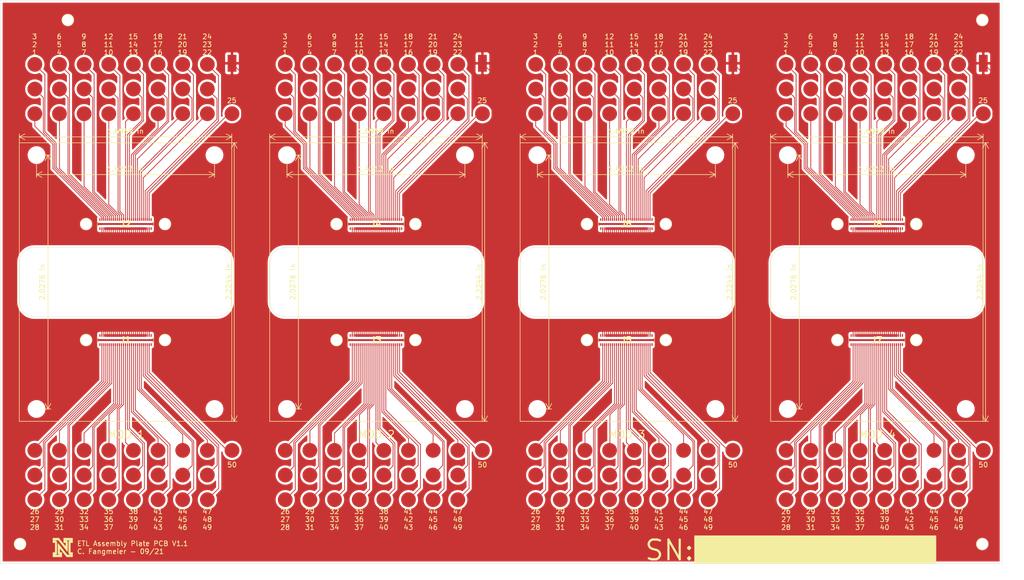
<source format=kicad_pcb>
(kicad_pcb (version 20171130) (host pcbnew "(5.1.10)-1")
  (layers (0 F.Cu signal) (31 B.Cu signal) (34 B.Paste user) (35 F.Paste user) (36 B.SilkS user) (37 F.SilkS user) (38 B.Mask user) (39 F.Mask user) (44 Edge.Cuts user))
  (net 0 "")
  (net 1 "Net-(J1-PadMP4)")
  (net 2 "Net-(J1-PadMP3)")
  (net 3 "Net-(J1-PadMP2)")
  (net 4 "Net-(J1-PadMP1)")
  (net 5 "Net-(J2-PadMP4)")
  (net 6 "Net-(J2-PadMP3)")
  (net 7 "Net-(J2-PadMP2)")
  (net 8 "Net-(J2-PadMP1)")
  (net 9 /D01)
  (net 10 /P1)
  (net 11 /D02)
  (net 12 /D03)
  (net 13 /D04)
  (net 14 /D05)
  (net 15 /D06)
  (net 16 /D07)
  (net 17 /D08)
  (net 18 /D09)
  (net 19 /D10)
  (net 20 /D11)
  (net 21 /D12)
  (net 22 /D13)
  (net 23 /D14)
  (net 24 /D15)
  (net 25 /D16)
  (net 26 /D17)
  (net 27 /D18)
  (net 28 /D19)
  (net 29 /D20)
  (net 30 /D21)
  (net 31 /D22)
  (net 32 /D23)
  (net 33 /D24)
  (net 34 /D25)
  (net 35 /D26)
  (net 36 /D27)
  (net 37 /D28)
  (net 38 /D29)
  (net 39 /D30)
  (net 40 /D31)
  (net 41 /D32)
  (net 42 /D33)
  (net 43 /D34)
  (net 44 /D35)
  (net 45 /D36)
  (net 46 /D37)
  (net 47 /D38)
  (net 48 /D39)
  (net 49 /D40)
  (net 50 /D41)
  (net 51 /D42)
  (net 52 /D43)
  (net 53 /D44)
  (net 54 /D45)
  (net 55 /D46)
  (net 56 /D47)
  (net 57 /D48)
  (net 58 /D49)
  (net 59 /D50)
  (module unl_silab:Keystone-5084-Test-Point (layer F.Cu) (at 199.4 12.775 270)
    (fp_text reference TP54 hide)
    (fp_text value TestPoint hide)
    (pad 1 smd rect (at 0 0 270) (size 3.43 1.78) (layers F.Cu F.Paste F.Mask) (net 10 /P1))
  )
  (module unl_silab:Keystone-5084-Test-Point (layer F.Cu) (at 148.6 12.775 270)
    (fp_text reference TP53 hide)
    (fp_text value TestPoint hide)
    (pad 1 smd rect (at 0 0 270) (size 3.43 1.78) (layers F.Cu F.Paste F.Mask) (net 10 /P1))
  )
  (module unl_silab:Keystone-5084-Test-Point (layer F.Cu) (at 97.8 12.775 270)
    (fp_text reference TP52 hide)
    (fp_text value TestPoint hide)
    (pad 1 smd rect (at 0 0 270) (size 3.43 1.78) (layers F.Cu F.Paste F.Mask) (net 10 /P1))
  )
  (module unl_silab:TestPoint_Pad_D3.0mm (layer F.Cu) (at 194.4 91.3)
    (fp_text reference TP47 hide)
    (fp_text value TestPoint hide)
    (pad 1 smd circle (at 0 0) (size 3 3) (layers F.Cu F.Mask) (net 31 /D22))
  )
  (module unl_silab:TestPoint_Pad_D3.0mm (layer F.Cu) (at 143.6 91.3)
    (fp_text reference TP47 hide)
    (fp_text value TestPoint hide)
    (pad 1 smd circle (at 0 0) (size 3 3) (layers F.Cu F.Mask) (net 31 /D22))
  )
  (module unl_silab:TestPoint_Pad_D3.0mm (layer F.Cu) (at 92.8 91.3)
    (fp_text reference TP47 hide)
    (fp_text value TestPoint hide)
    (pad 1 smd circle (at 0 0) (size 3 3) (layers F.Cu F.Mask) (net 31 /D22))
  )
  (module unl_silab:TestPoint_Pad_D3.0mm (layer F.Cu) (at 184.4 101.3)
    (fp_text reference TP43 hide)
    (fp_text value TestPoint hide)
    (pad 1 smd circle (at 0 0) (size 3 3) (layers F.Cu F.Mask) (net 27 /D18))
  )
  (module unl_silab:TestPoint_Pad_D3.0mm (layer F.Cu) (at 133.6 101.3)
    (fp_text reference TP43 hide)
    (fp_text value TestPoint hide)
    (pad 1 smd circle (at 0 0) (size 3 3) (layers F.Cu F.Mask) (net 27 /D18))
  )
  (module unl_silab:TestPoint_Pad_D3.0mm (layer F.Cu) (at 82.8 101.3)
    (fp_text reference TP43 hide)
    (fp_text value TestPoint hide)
    (pad 1 smd circle (at 0 0) (size 3 3) (layers F.Cu F.Mask) (net 27 /D18))
  )
  (module unl_silab:TestPoint_Pad_D3.0mm (layer F.Cu) (at 194.4 96.3)
    (fp_text reference TP48 hide)
    (fp_text value TestPoint hide)
    (pad 1 smd circle (at 0 0) (size 3 3) (layers F.Cu F.Mask) (net 32 /D23))
  )
  (module unl_silab:TestPoint_Pad_D3.0mm (layer F.Cu) (at 143.6 96.3)
    (fp_text reference TP48 hide)
    (fp_text value TestPoint hide)
    (pad 1 smd circle (at 0 0) (size 3 3) (layers F.Cu F.Mask) (net 32 /D23))
  )
  (module unl_silab:TestPoint_Pad_D3.0mm (layer F.Cu) (at 92.8 96.3)
    (fp_text reference TP48 hide)
    (fp_text value TestPoint hide)
    (pad 1 smd circle (at 0 0) (size 3 3) (layers F.Cu F.Mask) (net 32 /D23))
  )
  (module unl_silab:TestPoint_Pad_D3.0mm (layer F.Cu) (at 199.4 91.3)
    (fp_text reference TP50 hide)
    (fp_text value TestPoint hide)
    (pad 1 smd circle (at 0 0) (size 3 3) (layers F.Cu F.Mask) (net 34 /D25))
  )
  (module unl_silab:TestPoint_Pad_D3.0mm (layer F.Cu) (at 148.6 91.3)
    (fp_text reference TP50 hide)
    (fp_text value TestPoint hide)
    (pad 1 smd circle (at 0 0) (size 3 3) (layers F.Cu F.Mask) (net 34 /D25))
  )
  (module unl_silab:TestPoint_Pad_D3.0mm (layer F.Cu) (at 97.8 91.3)
    (fp_text reference TP50 hide)
    (fp_text value TestPoint hide)
    (pad 1 smd circle (at 0 0) (size 3 3) (layers F.Cu F.Mask) (net 34 /D25))
  )
  (module unl_silab:TestPoint_Pad_D3.0mm (layer F.Cu) (at 179.4 96.3)
    (fp_text reference TP39 hide)
    (fp_text value TestPoint hide)
    (pad 1 smd circle (at 0 0) (size 3 3) (layers F.Cu F.Mask) (net 23 /D14))
  )
  (module unl_silab:TestPoint_Pad_D3.0mm (layer F.Cu) (at 128.6 96.3)
    (fp_text reference TP39 hide)
    (fp_text value TestPoint hide)
    (pad 1 smd circle (at 0 0) (size 3 3) (layers F.Cu F.Mask) (net 23 /D14))
  )
  (module unl_silab:TestPoint_Pad_D3.0mm (layer F.Cu) (at 77.8 96.3)
    (fp_text reference TP39 hide)
    (fp_text value TestPoint hide)
    (pad 1 smd circle (at 0 0) (size 3 3) (layers F.Cu F.Mask) (net 23 /D14))
  )
  (module SamacSys_Parts:WP7BP050VA1R8000 (layer F.Cu) (at 177.8 45.3845)
    (fp_text reference J8 (at 0 0) (layer F.SilkS) (effects (font (size 1.27 1.27) (thickness 0.254))))
    (fp_text value WP7B-P050VA1-R8000 hide)
    (pad MP4 smd rect (at 5.2 -0.925) (size 0.22 0.55) (layers F.Cu F.Paste F.Mask) (net 5 "Net-(J2-PadMP4)"))
    (pad MP3 smd rect (at 5.2 0.925) (size 0.22 0.55) (layers F.Cu F.Paste F.Mask) (net 6 "Net-(J2-PadMP3)"))
    (pad MP2 smd rect (at -5.2 -0.925) (size 0.22 0.55) (layers F.Cu F.Paste F.Mask) (net 7 "Net-(J2-PadMP2)"))
    (pad MP1 smd rect (at -5.2 0.925) (size 0.22 0.55) (layers F.Cu F.Paste F.Mask) (net 8 "Net-(J2-PadMP1)"))
    (pad 50 smd rect (at 4.8 -0.925) (size 0.22 0.55) (layers F.Cu F.Paste F.Mask) (net 59 /D50))
    (pad 49 smd rect (at 4.8 0.925) (size 0.22 0.55) (layers F.Cu F.Paste F.Mask) (net 10 /P1))
    (pad 48 smd rect (at 4.4 -0.925) (size 0.22 0.55) (layers F.Cu F.Paste F.Mask) (net 58 /D49))
    (pad 47 smd rect (at 4.4 0.925) (size 0.22 0.55) (layers F.Cu F.Paste F.Mask) (net 10 /P1))
    (pad 46 smd rect (at 4 -0.925) (size 0.22 0.55) (layers F.Cu F.Paste F.Mask) (net 57 /D48))
    (pad 45 smd rect (at 4 0.925) (size 0.22 0.55) (layers F.Cu F.Paste F.Mask) (net 10 /P1))
    (pad 44 smd rect (at 3.6 -0.925) (size 0.22 0.55) (layers F.Cu F.Paste F.Mask) (net 56 /D47))
    (pad 43 smd rect (at 3.6 0.925) (size 0.22 0.55) (layers F.Cu F.Paste F.Mask) (net 10 /P1))
    (pad 42 smd rect (at 3.2 -0.925) (size 0.22 0.55) (layers F.Cu F.Paste F.Mask) (net 55 /D46))
    (pad 41 smd rect (at 3.2 0.925) (size 0.22 0.55) (layers F.Cu F.Paste F.Mask) (net 10 /P1))
    (pad 40 smd rect (at 2.8 -0.925) (size 0.22 0.55) (layers F.Cu F.Paste F.Mask) (net 54 /D45))
    (pad 39 smd rect (at 2.8 0.925) (size 0.22 0.55) (layers F.Cu F.Paste F.Mask) (net 10 /P1))
    (pad 38 smd rect (at 2.4 -0.925) (size 0.22 0.55) (layers F.Cu F.Paste F.Mask) (net 53 /D44))
    (pad 37 smd rect (at 2.4 0.925) (size 0.22 0.55) (layers F.Cu F.Paste F.Mask) (net 10 /P1))
    (pad 36 smd rect (at 2 -0.925) (size 0.22 0.55) (layers F.Cu F.Paste F.Mask) (net 52 /D43))
    (pad 35 smd rect (at 2 0.925) (size 0.22 0.55) (layers F.Cu F.Paste F.Mask) (net 10 /P1))
    (pad 34 smd rect (at 1.6 -0.925) (size 0.22 0.55) (layers F.Cu F.Paste F.Mask) (net 51 /D42))
    (pad 33 smd rect (at 1.6 0.925) (size 0.22 0.55) (layers F.Cu F.Paste F.Mask) (net 10 /P1))
    (pad 32 smd rect (at 1.2 -0.925) (size 0.22 0.55) (layers F.Cu F.Paste F.Mask) (net 50 /D41))
    (pad 31 smd rect (at 1.2 0.925) (size 0.22 0.55) (layers F.Cu F.Paste F.Mask) (net 10 /P1))
    (pad 30 smd rect (at 0.8 -0.925) (size 0.22 0.55) (layers F.Cu F.Paste F.Mask) (net 49 /D40))
    (pad 29 smd rect (at 0.8 0.925) (size 0.22 0.55) (layers F.Cu F.Paste F.Mask) (net 10 /P1))
    (pad 28 smd rect (at 0.4 -0.925) (size 0.22 0.55) (layers F.Cu F.Paste F.Mask) (net 48 /D39))
    (pad 27 smd rect (at 0.4 0.925) (size 0.22 0.55) (layers F.Cu F.Paste F.Mask) (net 10 /P1))
    (pad 26 smd rect (at 0 -0.925) (size 0.22 0.55) (layers F.Cu F.Paste F.Mask) (net 47 /D38))
    (pad 25 smd rect (at 0 0.925) (size 0.22 0.55) (layers F.Cu F.Paste F.Mask) (net 10 /P1))
    (pad 24 smd rect (at -0.4 -0.925) (size 0.22 0.55) (layers F.Cu F.Paste F.Mask) (net 46 /D37))
    (pad 23 smd rect (at -0.4 0.925) (size 0.22 0.55) (layers F.Cu F.Paste F.Mask) (net 10 /P1))
    (pad 22 smd rect (at -0.8 -0.925) (size 0.22 0.55) (layers F.Cu F.Paste F.Mask) (net 45 /D36))
    (pad 21 smd rect (at -0.8 0.925) (size 0.22 0.55) (layers F.Cu F.Paste F.Mask) (net 10 /P1))
    (pad 20 smd rect (at -1.2 -0.925) (size 0.22 0.55) (layers F.Cu F.Paste F.Mask) (net 44 /D35))
    (pad 19 smd rect (at -1.2 0.925) (size 0.22 0.55) (layers F.Cu F.Paste F.Mask) (net 10 /P1))
    (pad 18 smd rect (at -1.6 -0.925) (size 0.22 0.55) (layers F.Cu F.Paste F.Mask) (net 43 /D34))
    (pad 17 smd rect (at -1.6 0.925) (size 0.22 0.55) (layers F.Cu F.Paste F.Mask) (net 10 /P1))
    (pad 16 smd rect (at -2 -0.925) (size 0.22 0.55) (layers F.Cu F.Paste F.Mask) (net 42 /D33))
    (pad 15 smd rect (at -2 0.925) (size 0.22 0.55) (layers F.Cu F.Paste F.Mask) (net 10 /P1))
    (pad 14 smd rect (at -2.4 -0.925) (size 0.22 0.55) (layers F.Cu F.Paste F.Mask) (net 41 /D32))
    (pad 13 smd rect (at -2.4 0.925) (size 0.22 0.55) (layers F.Cu F.Paste F.Mask) (net 10 /P1))
    (pad 12 smd rect (at -2.8 -0.925) (size 0.22 0.55) (layers F.Cu F.Paste F.Mask) (net 40 /D31))
    (pad 11 smd rect (at -2.8 0.925) (size 0.22 0.55) (layers F.Cu F.Paste F.Mask) (net 10 /P1))
    (pad 10 smd rect (at -3.2 -0.925) (size 0.22 0.55) (layers F.Cu F.Paste F.Mask) (net 39 /D30))
    (pad 9 smd rect (at -3.2 0.925) (size 0.22 0.55) (layers F.Cu F.Paste F.Mask) (net 10 /P1))
    (pad 8 smd rect (at -3.6 -0.925) (size 0.22 0.55) (layers F.Cu F.Paste F.Mask) (net 38 /D29))
    (pad 7 smd rect (at -3.6 0.925) (size 0.22 0.55) (layers F.Cu F.Paste F.Mask) (net 10 /P1))
    (pad 6 smd rect (at -4 -0.925) (size 0.22 0.55) (layers F.Cu F.Paste F.Mask) (net 37 /D28))
    (pad 5 smd rect (at -4 0.925) (size 0.22 0.55) (layers F.Cu F.Paste F.Mask) (net 10 /P1))
    (pad 4 smd rect (at -4.4 -0.925) (size 0.22 0.55) (layers F.Cu F.Paste F.Mask) (net 36 /D27))
    (pad 3 smd rect (at -4.4 0.925) (size 0.22 0.55) (layers F.Cu F.Paste F.Mask) (net 10 /P1))
    (pad 2 smd rect (at -4.8 -0.925) (size 0.22 0.55) (layers F.Cu F.Paste F.Mask) (net 35 /D26))
    (pad 1 smd rect (at -4.8 0.925) (size 0.22 0.55) (layers F.Cu F.Paste F.Mask) (net 10 /P1))
  )
  (module SamacSys_Parts:WP7BP050VA1R8000 (layer F.Cu) (at 127 45.3845)
    (fp_text reference J6 (at 0 0) (layer F.SilkS) (effects (font (size 1.27 1.27) (thickness 0.254))))
    (fp_text value WP7B-P050VA1-R8000 hide)
    (pad MP4 smd rect (at 5.2 -0.925) (size 0.22 0.55) (layers F.Cu F.Paste F.Mask) (net 5 "Net-(J2-PadMP4)"))
    (pad MP3 smd rect (at 5.2 0.925) (size 0.22 0.55) (layers F.Cu F.Paste F.Mask) (net 6 "Net-(J2-PadMP3)"))
    (pad MP2 smd rect (at -5.2 -0.925) (size 0.22 0.55) (layers F.Cu F.Paste F.Mask) (net 7 "Net-(J2-PadMP2)"))
    (pad MP1 smd rect (at -5.2 0.925) (size 0.22 0.55) (layers F.Cu F.Paste F.Mask) (net 8 "Net-(J2-PadMP1)"))
    (pad 50 smd rect (at 4.8 -0.925) (size 0.22 0.55) (layers F.Cu F.Paste F.Mask) (net 59 /D50))
    (pad 49 smd rect (at 4.8 0.925) (size 0.22 0.55) (layers F.Cu F.Paste F.Mask) (net 10 /P1))
    (pad 48 smd rect (at 4.4 -0.925) (size 0.22 0.55) (layers F.Cu F.Paste F.Mask) (net 58 /D49))
    (pad 47 smd rect (at 4.4 0.925) (size 0.22 0.55) (layers F.Cu F.Paste F.Mask) (net 10 /P1))
    (pad 46 smd rect (at 4 -0.925) (size 0.22 0.55) (layers F.Cu F.Paste F.Mask) (net 57 /D48))
    (pad 45 smd rect (at 4 0.925) (size 0.22 0.55) (layers F.Cu F.Paste F.Mask) (net 10 /P1))
    (pad 44 smd rect (at 3.6 -0.925) (size 0.22 0.55) (layers F.Cu F.Paste F.Mask) (net 56 /D47))
    (pad 43 smd rect (at 3.6 0.925) (size 0.22 0.55) (layers F.Cu F.Paste F.Mask) (net 10 /P1))
    (pad 42 smd rect (at 3.2 -0.925) (size 0.22 0.55) (layers F.Cu F.Paste F.Mask) (net 55 /D46))
    (pad 41 smd rect (at 3.2 0.925) (size 0.22 0.55) (layers F.Cu F.Paste F.Mask) (net 10 /P1))
    (pad 40 smd rect (at 2.8 -0.925) (size 0.22 0.55) (layers F.Cu F.Paste F.Mask) (net 54 /D45))
    (pad 39 smd rect (at 2.8 0.925) (size 0.22 0.55) (layers F.Cu F.Paste F.Mask) (net 10 /P1))
    (pad 38 smd rect (at 2.4 -0.925) (size 0.22 0.55) (layers F.Cu F.Paste F.Mask) (net 53 /D44))
    (pad 37 smd rect (at 2.4 0.925) (size 0.22 0.55) (layers F.Cu F.Paste F.Mask) (net 10 /P1))
    (pad 36 smd rect (at 2 -0.925) (size 0.22 0.55) (layers F.Cu F.Paste F.Mask) (net 52 /D43))
    (pad 35 smd rect (at 2 0.925) (size 0.22 0.55) (layers F.Cu F.Paste F.Mask) (net 10 /P1))
    (pad 34 smd rect (at 1.6 -0.925) (size 0.22 0.55) (layers F.Cu F.Paste F.Mask) (net 51 /D42))
    (pad 33 smd rect (at 1.6 0.925) (size 0.22 0.55) (layers F.Cu F.Paste F.Mask) (net 10 /P1))
    (pad 32 smd rect (at 1.2 -0.925) (size 0.22 0.55) (layers F.Cu F.Paste F.Mask) (net 50 /D41))
    (pad 31 smd rect (at 1.2 0.925) (size 0.22 0.55) (layers F.Cu F.Paste F.Mask) (net 10 /P1))
    (pad 30 smd rect (at 0.8 -0.925) (size 0.22 0.55) (layers F.Cu F.Paste F.Mask) (net 49 /D40))
    (pad 29 smd rect (at 0.8 0.925) (size 0.22 0.55) (layers F.Cu F.Paste F.Mask) (net 10 /P1))
    (pad 28 smd rect (at 0.4 -0.925) (size 0.22 0.55) (layers F.Cu F.Paste F.Mask) (net 48 /D39))
    (pad 27 smd rect (at 0.4 0.925) (size 0.22 0.55) (layers F.Cu F.Paste F.Mask) (net 10 /P1))
    (pad 26 smd rect (at 0 -0.925) (size 0.22 0.55) (layers F.Cu F.Paste F.Mask) (net 47 /D38))
    (pad 25 smd rect (at 0 0.925) (size 0.22 0.55) (layers F.Cu F.Paste F.Mask) (net 10 /P1))
    (pad 24 smd rect (at -0.4 -0.925) (size 0.22 0.55) (layers F.Cu F.Paste F.Mask) (net 46 /D37))
    (pad 23 smd rect (at -0.4 0.925) (size 0.22 0.55) (layers F.Cu F.Paste F.Mask) (net 10 /P1))
    (pad 22 smd rect (at -0.8 -0.925) (size 0.22 0.55) (layers F.Cu F.Paste F.Mask) (net 45 /D36))
    (pad 21 smd rect (at -0.8 0.925) (size 0.22 0.55) (layers F.Cu F.Paste F.Mask) (net 10 /P1))
    (pad 20 smd rect (at -1.2 -0.925) (size 0.22 0.55) (layers F.Cu F.Paste F.Mask) (net 44 /D35))
    (pad 19 smd rect (at -1.2 0.925) (size 0.22 0.55) (layers F.Cu F.Paste F.Mask) (net 10 /P1))
    (pad 18 smd rect (at -1.6 -0.925) (size 0.22 0.55) (layers F.Cu F.Paste F.Mask) (net 43 /D34))
    (pad 17 smd rect (at -1.6 0.925) (size 0.22 0.55) (layers F.Cu F.Paste F.Mask) (net 10 /P1))
    (pad 16 smd rect (at -2 -0.925) (size 0.22 0.55) (layers F.Cu F.Paste F.Mask) (net 42 /D33))
    (pad 15 smd rect (at -2 0.925) (size 0.22 0.55) (layers F.Cu F.Paste F.Mask) (net 10 /P1))
    (pad 14 smd rect (at -2.4 -0.925) (size 0.22 0.55) (layers F.Cu F.Paste F.Mask) (net 41 /D32))
    (pad 13 smd rect (at -2.4 0.925) (size 0.22 0.55) (layers F.Cu F.Paste F.Mask) (net 10 /P1))
    (pad 12 smd rect (at -2.8 -0.925) (size 0.22 0.55) (layers F.Cu F.Paste F.Mask) (net 40 /D31))
    (pad 11 smd rect (at -2.8 0.925) (size 0.22 0.55) (layers F.Cu F.Paste F.Mask) (net 10 /P1))
    (pad 10 smd rect (at -3.2 -0.925) (size 0.22 0.55) (layers F.Cu F.Paste F.Mask) (net 39 /D30))
    (pad 9 smd rect (at -3.2 0.925) (size 0.22 0.55) (layers F.Cu F.Paste F.Mask) (net 10 /P1))
    (pad 8 smd rect (at -3.6 -0.925) (size 0.22 0.55) (layers F.Cu F.Paste F.Mask) (net 38 /D29))
    (pad 7 smd rect (at -3.6 0.925) (size 0.22 0.55) (layers F.Cu F.Paste F.Mask) (net 10 /P1))
    (pad 6 smd rect (at -4 -0.925) (size 0.22 0.55) (layers F.Cu F.Paste F.Mask) (net 37 /D28))
    (pad 5 smd rect (at -4 0.925) (size 0.22 0.55) (layers F.Cu F.Paste F.Mask) (net 10 /P1))
    (pad 4 smd rect (at -4.4 -0.925) (size 0.22 0.55) (layers F.Cu F.Paste F.Mask) (net 36 /D27))
    (pad 3 smd rect (at -4.4 0.925) (size 0.22 0.55) (layers F.Cu F.Paste F.Mask) (net 10 /P1))
    (pad 2 smd rect (at -4.8 -0.925) (size 0.22 0.55) (layers F.Cu F.Paste F.Mask) (net 35 /D26))
    (pad 1 smd rect (at -4.8 0.925) (size 0.22 0.55) (layers F.Cu F.Paste F.Mask) (net 10 /P1))
  )
  (module SamacSys_Parts:WP7BP050VA1R8000 (layer F.Cu) (at 76.2 45.3845)
    (fp_text reference J4 (at 0 0) (layer F.SilkS) (effects (font (size 1.27 1.27) (thickness 0.254))))
    (fp_text value WP7B-P050VA1-R8000 hide)
    (pad MP4 smd rect (at 5.2 -0.925) (size 0.22 0.55) (layers F.Cu F.Paste F.Mask) (net 5 "Net-(J2-PadMP4)"))
    (pad MP3 smd rect (at 5.2 0.925) (size 0.22 0.55) (layers F.Cu F.Paste F.Mask) (net 6 "Net-(J2-PadMP3)"))
    (pad MP2 smd rect (at -5.2 -0.925) (size 0.22 0.55) (layers F.Cu F.Paste F.Mask) (net 7 "Net-(J2-PadMP2)"))
    (pad MP1 smd rect (at -5.2 0.925) (size 0.22 0.55) (layers F.Cu F.Paste F.Mask) (net 8 "Net-(J2-PadMP1)"))
    (pad 50 smd rect (at 4.8 -0.925) (size 0.22 0.55) (layers F.Cu F.Paste F.Mask) (net 59 /D50))
    (pad 49 smd rect (at 4.8 0.925) (size 0.22 0.55) (layers F.Cu F.Paste F.Mask) (net 10 /P1))
    (pad 48 smd rect (at 4.4 -0.925) (size 0.22 0.55) (layers F.Cu F.Paste F.Mask) (net 58 /D49))
    (pad 47 smd rect (at 4.4 0.925) (size 0.22 0.55) (layers F.Cu F.Paste F.Mask) (net 10 /P1))
    (pad 46 smd rect (at 4 -0.925) (size 0.22 0.55) (layers F.Cu F.Paste F.Mask) (net 57 /D48))
    (pad 45 smd rect (at 4 0.925) (size 0.22 0.55) (layers F.Cu F.Paste F.Mask) (net 10 /P1))
    (pad 44 smd rect (at 3.6 -0.925) (size 0.22 0.55) (layers F.Cu F.Paste F.Mask) (net 56 /D47))
    (pad 43 smd rect (at 3.6 0.925) (size 0.22 0.55) (layers F.Cu F.Paste F.Mask) (net 10 /P1))
    (pad 42 smd rect (at 3.2 -0.925) (size 0.22 0.55) (layers F.Cu F.Paste F.Mask) (net 55 /D46))
    (pad 41 smd rect (at 3.2 0.925) (size 0.22 0.55) (layers F.Cu F.Paste F.Mask) (net 10 /P1))
    (pad 40 smd rect (at 2.8 -0.925) (size 0.22 0.55) (layers F.Cu F.Paste F.Mask) (net 54 /D45))
    (pad 39 smd rect (at 2.8 0.925) (size 0.22 0.55) (layers F.Cu F.Paste F.Mask) (net 10 /P1))
    (pad 38 smd rect (at 2.4 -0.925) (size 0.22 0.55) (layers F.Cu F.Paste F.Mask) (net 53 /D44))
    (pad 37 smd rect (at 2.4 0.925) (size 0.22 0.55) (layers F.Cu F.Paste F.Mask) (net 10 /P1))
    (pad 36 smd rect (at 2 -0.925) (size 0.22 0.55) (layers F.Cu F.Paste F.Mask) (net 52 /D43))
    (pad 35 smd rect (at 2 0.925) (size 0.22 0.55) (layers F.Cu F.Paste F.Mask) (net 10 /P1))
    (pad 34 smd rect (at 1.6 -0.925) (size 0.22 0.55) (layers F.Cu F.Paste F.Mask) (net 51 /D42))
    (pad 33 smd rect (at 1.6 0.925) (size 0.22 0.55) (layers F.Cu F.Paste F.Mask) (net 10 /P1))
    (pad 32 smd rect (at 1.2 -0.925) (size 0.22 0.55) (layers F.Cu F.Paste F.Mask) (net 50 /D41))
    (pad 31 smd rect (at 1.2 0.925) (size 0.22 0.55) (layers F.Cu F.Paste F.Mask) (net 10 /P1))
    (pad 30 smd rect (at 0.8 -0.925) (size 0.22 0.55) (layers F.Cu F.Paste F.Mask) (net 49 /D40))
    (pad 29 smd rect (at 0.8 0.925) (size 0.22 0.55) (layers F.Cu F.Paste F.Mask) (net 10 /P1))
    (pad 28 smd rect (at 0.4 -0.925) (size 0.22 0.55) (layers F.Cu F.Paste F.Mask) (net 48 /D39))
    (pad 27 smd rect (at 0.4 0.925) (size 0.22 0.55) (layers F.Cu F.Paste F.Mask) (net 10 /P1))
    (pad 26 smd rect (at 0 -0.925) (size 0.22 0.55) (layers F.Cu F.Paste F.Mask) (net 47 /D38))
    (pad 25 smd rect (at 0 0.925) (size 0.22 0.55) (layers F.Cu F.Paste F.Mask) (net 10 /P1))
    (pad 24 smd rect (at -0.4 -0.925) (size 0.22 0.55) (layers F.Cu F.Paste F.Mask) (net 46 /D37))
    (pad 23 smd rect (at -0.4 0.925) (size 0.22 0.55) (layers F.Cu F.Paste F.Mask) (net 10 /P1))
    (pad 22 smd rect (at -0.8 -0.925) (size 0.22 0.55) (layers F.Cu F.Paste F.Mask) (net 45 /D36))
    (pad 21 smd rect (at -0.8 0.925) (size 0.22 0.55) (layers F.Cu F.Paste F.Mask) (net 10 /P1))
    (pad 20 smd rect (at -1.2 -0.925) (size 0.22 0.55) (layers F.Cu F.Paste F.Mask) (net 44 /D35))
    (pad 19 smd rect (at -1.2 0.925) (size 0.22 0.55) (layers F.Cu F.Paste F.Mask) (net 10 /P1))
    (pad 18 smd rect (at -1.6 -0.925) (size 0.22 0.55) (layers F.Cu F.Paste F.Mask) (net 43 /D34))
    (pad 17 smd rect (at -1.6 0.925) (size 0.22 0.55) (layers F.Cu F.Paste F.Mask) (net 10 /P1))
    (pad 16 smd rect (at -2 -0.925) (size 0.22 0.55) (layers F.Cu F.Paste F.Mask) (net 42 /D33))
    (pad 15 smd rect (at -2 0.925) (size 0.22 0.55) (layers F.Cu F.Paste F.Mask) (net 10 /P1))
    (pad 14 smd rect (at -2.4 -0.925) (size 0.22 0.55) (layers F.Cu F.Paste F.Mask) (net 41 /D32))
    (pad 13 smd rect (at -2.4 0.925) (size 0.22 0.55) (layers F.Cu F.Paste F.Mask) (net 10 /P1))
    (pad 12 smd rect (at -2.8 -0.925) (size 0.22 0.55) (layers F.Cu F.Paste F.Mask) (net 40 /D31))
    (pad 11 smd rect (at -2.8 0.925) (size 0.22 0.55) (layers F.Cu F.Paste F.Mask) (net 10 /P1))
    (pad 10 smd rect (at -3.2 -0.925) (size 0.22 0.55) (layers F.Cu F.Paste F.Mask) (net 39 /D30))
    (pad 9 smd rect (at -3.2 0.925) (size 0.22 0.55) (layers F.Cu F.Paste F.Mask) (net 10 /P1))
    (pad 8 smd rect (at -3.6 -0.925) (size 0.22 0.55) (layers F.Cu F.Paste F.Mask) (net 38 /D29))
    (pad 7 smd rect (at -3.6 0.925) (size 0.22 0.55) (layers F.Cu F.Paste F.Mask) (net 10 /P1))
    (pad 6 smd rect (at -4 -0.925) (size 0.22 0.55) (layers F.Cu F.Paste F.Mask) (net 37 /D28))
    (pad 5 smd rect (at -4 0.925) (size 0.22 0.55) (layers F.Cu F.Paste F.Mask) (net 10 /P1))
    (pad 4 smd rect (at -4.4 -0.925) (size 0.22 0.55) (layers F.Cu F.Paste F.Mask) (net 36 /D27))
    (pad 3 smd rect (at -4.4 0.925) (size 0.22 0.55) (layers F.Cu F.Paste F.Mask) (net 10 /P1))
    (pad 2 smd rect (at -4.8 -0.925) (size 0.22 0.55) (layers F.Cu F.Paste F.Mask) (net 35 /D26))
    (pad 1 smd rect (at -4.8 0.925) (size 0.22 0.55) (layers F.Cu F.Paste F.Mask) (net 10 /P1))
  )
  (module unl_silab:TestPoint_Pad_D3.0mm (layer F.Cu) (at 179.4 101.3)
    (fp_text reference TP40 hide)
    (fp_text value TestPoint hide)
    (pad 1 smd circle (at 0 0) (size 3 3) (layers F.Cu F.Mask) (net 24 /D15))
  )
  (module unl_silab:TestPoint_Pad_D3.0mm (layer F.Cu) (at 128.6 101.3)
    (fp_text reference TP40 hide)
    (fp_text value TestPoint hide)
    (pad 1 smd circle (at 0 0) (size 3 3) (layers F.Cu F.Mask) (net 24 /D15))
  )
  (module unl_silab:TestPoint_Pad_D3.0mm (layer F.Cu) (at 77.8 101.3)
    (fp_text reference TP40 hide)
    (fp_text value TestPoint hide)
    (pad 1 smd circle (at 0 0) (size 3 3) (layers F.Cu F.Mask) (net 24 /D15))
  )
  (module unl_silab:TestPoint_Pad_D3.0mm (layer F.Cu) (at 184.4 91.3)
    (fp_text reference TP41 hide)
    (fp_text value TestPoint hide)
    (pad 1 smd circle (at 0 0) (size 3 3) (layers F.Cu F.Mask) (net 25 /D16))
  )
  (module unl_silab:TestPoint_Pad_D3.0mm (layer F.Cu) (at 133.6 91.3)
    (fp_text reference TP41 hide)
    (fp_text value TestPoint hide)
    (pad 1 smd circle (at 0 0) (size 3 3) (layers F.Cu F.Mask) (net 25 /D16))
  )
  (module unl_silab:TestPoint_Pad_D3.0mm (layer F.Cu) (at 82.8 91.3)
    (fp_text reference TP41 hide)
    (fp_text value TestPoint hide)
    (pad 1 smd circle (at 0 0) (size 3 3) (layers F.Cu F.Mask) (net 25 /D16))
  )
  (module unl_silab:TestPoint_Pad_D3.0mm (layer F.Cu) (at 189.4 91.3)
    (fp_text reference TP44 hide)
    (fp_text value TestPoint hide)
    (pad 1 smd circle (at 0 0) (size 3 3) (layers F.Cu F.Mask) (net 28 /D19))
  )
  (module unl_silab:TestPoint_Pad_D3.0mm (layer F.Cu) (at 138.6 91.3)
    (fp_text reference TP44 hide)
    (fp_text value TestPoint hide)
    (pad 1 smd circle (at 0 0) (size 3 3) (layers F.Cu F.Mask) (net 28 /D19))
  )
  (module unl_silab:TestPoint_Pad_D3.0mm (layer F.Cu) (at 87.8 91.3)
    (fp_text reference TP44 hide)
    (fp_text value TestPoint hide)
    (pad 1 smd circle (at 0 0) (size 3 3) (layers F.Cu F.Mask) (net 28 /D19))
  )
  (module unl_silab:TestPoint_Pad_D3.0mm (layer F.Cu) (at 189.4 96.3)
    (fp_text reference TP45 hide)
    (fp_text value TestPoint hide)
    (pad 1 smd circle (at 0 0) (size 3 3) (layers F.Cu F.Mask) (net 29 /D20))
  )
  (module unl_silab:TestPoint_Pad_D3.0mm (layer F.Cu) (at 138.6 96.3)
    (fp_text reference TP45 hide)
    (fp_text value TestPoint hide)
    (pad 1 smd circle (at 0 0) (size 3 3) (layers F.Cu F.Mask) (net 29 /D20))
  )
  (module unl_silab:TestPoint_Pad_D3.0mm (layer F.Cu) (at 87.8 96.3)
    (fp_text reference TP45 hide)
    (fp_text value TestPoint hide)
    (pad 1 smd circle (at 0 0) (size 3 3) (layers F.Cu F.Mask) (net 29 /D20))
  )
  (module unl_silab:TestPoint_Pad_D3.0mm (layer F.Cu) (at 189.4 101.3)
    (fp_text reference TP46 hide)
    (fp_text value TestPoint hide)
    (pad 1 smd circle (at 0 0) (size 3 3) (layers F.Cu F.Mask) (net 30 /D21))
  )
  (module unl_silab:TestPoint_Pad_D3.0mm (layer F.Cu) (at 138.6 101.3)
    (fp_text reference TP46 hide)
    (fp_text value TestPoint hide)
    (pad 1 smd circle (at 0 0) (size 3 3) (layers F.Cu F.Mask) (net 30 /D21))
  )
  (module unl_silab:TestPoint_Pad_D3.0mm (layer F.Cu) (at 87.8 101.3)
    (fp_text reference TP46 hide)
    (fp_text value TestPoint hide)
    (pad 1 smd circle (at 0 0) (size 3 3) (layers F.Cu F.Mask) (net 30 /D21))
  )
  (module unl_silab:TestPoint_Pad_D3.0mm (layer F.Cu) (at 184.4 96.3)
    (fp_text reference TP42 hide)
    (fp_text value TestPoint hide)
    (pad 1 smd circle (at 0 0) (size 3 3) (layers F.Cu F.Mask) (net 26 /D17))
  )
  (module unl_silab:TestPoint_Pad_D3.0mm (layer F.Cu) (at 133.6 96.3)
    (fp_text reference TP42 hide)
    (fp_text value TestPoint hide)
    (pad 1 smd circle (at 0 0) (size 3 3) (layers F.Cu F.Mask) (net 26 /D17))
  )
  (module unl_silab:TestPoint_Pad_D3.0mm (layer F.Cu) (at 82.8 96.3)
    (fp_text reference TP42 hide)
    (fp_text value TestPoint hide)
    (pad 1 smd circle (at 0 0) (size 3 3) (layers F.Cu F.Mask) (net 26 /D17))
  )
  (module unl_silab:TestPoint_Pad_D3.0mm (layer F.Cu) (at 194.4 101.3)
    (fp_text reference TP49 hide)
    (fp_text value TestPoint hide)
    (pad 1 smd circle (at 0 0) (size 3 3) (layers F.Cu F.Mask) (net 33 /D24))
  )
  (module unl_silab:TestPoint_Pad_D3.0mm (layer F.Cu) (at 143.6 101.3)
    (fp_text reference TP49 hide)
    (fp_text value TestPoint hide)
    (pad 1 smd circle (at 0 0) (size 3 3) (layers F.Cu F.Mask) (net 33 /D24))
  )
  (module unl_silab:TestPoint_Pad_D3.0mm (layer F.Cu) (at 92.8 101.3)
    (fp_text reference TP49 hide)
    (fp_text value TestPoint hide)
    (pad 1 smd circle (at 0 0) (size 3 3) (layers F.Cu F.Mask) (net 33 /D24))
  )
  (module MountingHole:MountingHole_2.7mm (layer F.Cu) (at 159.75 31.4)
    (fp_text reference REF** hide)
    (fp_text value MountingHole_2.7mm hide)
    (pad "" np_thru_hole circle (at 0 0) (size 2.7 2.7) (drill 2.7) (layers *.Cu *.Mask))
  )
  (module MountingHole:MountingHole_2.7mm (layer F.Cu) (at 108.95 31.4)
    (fp_text reference REF** hide)
    (fp_text value MountingHole_2.7mm hide)
    (pad "" np_thru_hole circle (at 0 0) (size 2.7 2.7) (drill 2.7) (layers *.Cu *.Mask))
  )
  (module MountingHole:MountingHole_2.7mm (layer F.Cu) (at 58.15 31.4)
    (fp_text reference REF** hide)
    (fp_text value MountingHole_2.7mm hide)
    (pad "" np_thru_hole circle (at 0 0) (size 2.7 2.7) (drill 2.7) (layers *.Cu *.Mask))
  )
  (module unl_silab:1p6mmHole (layer F.Cu) (at 185.8 45.3845)
    (fp_text reference REF** hide)
    (fp_text value 1p6mmHole)
    (pad "" np_thru_hole circle (at 0 0) (size 1.6 1.6) (drill 1.6) (layers *.Cu *.Mask))
  )
  (module unl_silab:1p6mmHole (layer F.Cu) (at 135 45.3845)
    (fp_text reference REF** hide)
    (fp_text value 1p6mmHole)
    (pad "" np_thru_hole circle (at 0 0) (size 1.6 1.6) (drill 1.6) (layers *.Cu *.Mask))
  )
  (module unl_silab:1p6mmHole (layer F.Cu) (at 84.2 45.3845)
    (fp_text reference REF** hide)
    (fp_text value 1p6mmHole)
    (pad "" np_thru_hole circle (at 0 0) (size 1.6 1.6) (drill 1.6) (layers *.Cu *.Mask))
  )
  (module MountingHole:MountingHole_2.7mm (layer F.Cu) (at 159.75 82.9)
    (fp_text reference REF** hide)
    (fp_text value MountingHole_2.7mm hide)
    (pad "" np_thru_hole circle (at 0 0) (size 2.7 2.7) (drill 2.7) (layers *.Cu *.Mask))
  )
  (module MountingHole:MountingHole_2.7mm (layer F.Cu) (at 108.95 82.9)
    (fp_text reference REF** hide)
    (fp_text value MountingHole_2.7mm hide)
    (pad "" np_thru_hole circle (at 0 0) (size 2.7 2.7) (drill 2.7) (layers *.Cu *.Mask))
  )
  (module MountingHole:MountingHole_2.7mm (layer F.Cu) (at 58.15 82.9)
    (fp_text reference REF** hide)
    (fp_text value MountingHole_2.7mm hide)
    (pad "" np_thru_hole circle (at 0 0) (size 2.7 2.7) (drill 2.7) (layers *.Cu *.Mask))
  )
  (module SamacSys_Parts:WP7BP050VA1R8000 (layer F.Cu) (at 177.8 68.9155)
    (fp_text reference J7 (at 0 0) (layer F.SilkS) (effects (font (size 1.27 1.27) (thickness 0.254))))
    (fp_text value WP7B-P050VA1-R8000 hide)
    (pad MP4 smd rect (at 5.2 -0.925) (size 0.22 0.55) (layers F.Cu F.Paste F.Mask) (net 1 "Net-(J1-PadMP4)"))
    (pad MP3 smd rect (at 5.2 0.925) (size 0.22 0.55) (layers F.Cu F.Paste F.Mask) (net 2 "Net-(J1-PadMP3)"))
    (pad MP2 smd rect (at -5.2 -0.925) (size 0.22 0.55) (layers F.Cu F.Paste F.Mask) (net 3 "Net-(J1-PadMP2)"))
    (pad MP1 smd rect (at -5.2 0.925) (size 0.22 0.55) (layers F.Cu F.Paste F.Mask) (net 4 "Net-(J1-PadMP1)"))
    (pad 50 smd rect (at 4.8 -0.925) (size 0.22 0.55) (layers F.Cu F.Paste F.Mask) (net 10 /P1))
    (pad 49 smd rect (at 4.8 0.925) (size 0.22 0.55) (layers F.Cu F.Paste F.Mask) (net 34 /D25))
    (pad 48 smd rect (at 4.4 -0.925) (size 0.22 0.55) (layers F.Cu F.Paste F.Mask) (net 10 /P1))
    (pad 47 smd rect (at 4.4 0.925) (size 0.22 0.55) (layers F.Cu F.Paste F.Mask) (net 33 /D24))
    (pad 46 smd rect (at 4 -0.925) (size 0.22 0.55) (layers F.Cu F.Paste F.Mask) (net 10 /P1))
    (pad 45 smd rect (at 4 0.925) (size 0.22 0.55) (layers F.Cu F.Paste F.Mask) (net 32 /D23))
    (pad 44 smd rect (at 3.6 -0.925) (size 0.22 0.55) (layers F.Cu F.Paste F.Mask) (net 10 /P1))
    (pad 43 smd rect (at 3.6 0.925) (size 0.22 0.55) (layers F.Cu F.Paste F.Mask) (net 31 /D22))
    (pad 42 smd rect (at 3.2 -0.925) (size 0.22 0.55) (layers F.Cu F.Paste F.Mask) (net 10 /P1))
    (pad 41 smd rect (at 3.2 0.925) (size 0.22 0.55) (layers F.Cu F.Paste F.Mask) (net 30 /D21))
    (pad 40 smd rect (at 2.8 -0.925) (size 0.22 0.55) (layers F.Cu F.Paste F.Mask) (net 10 /P1))
    (pad 39 smd rect (at 2.8 0.925) (size 0.22 0.55) (layers F.Cu F.Paste F.Mask) (net 29 /D20))
    (pad 38 smd rect (at 2.4 -0.925) (size 0.22 0.55) (layers F.Cu F.Paste F.Mask) (net 10 /P1))
    (pad 37 smd rect (at 2.4 0.925) (size 0.22 0.55) (layers F.Cu F.Paste F.Mask) (net 28 /D19))
    (pad 36 smd rect (at 2 -0.925) (size 0.22 0.55) (layers F.Cu F.Paste F.Mask) (net 10 /P1))
    (pad 35 smd rect (at 2 0.925) (size 0.22 0.55) (layers F.Cu F.Paste F.Mask) (net 27 /D18))
    (pad 34 smd rect (at 1.6 -0.925) (size 0.22 0.55) (layers F.Cu F.Paste F.Mask) (net 10 /P1))
    (pad 33 smd rect (at 1.6 0.925) (size 0.22 0.55) (layers F.Cu F.Paste F.Mask) (net 26 /D17))
    (pad 32 smd rect (at 1.2 -0.925) (size 0.22 0.55) (layers F.Cu F.Paste F.Mask) (net 10 /P1))
    (pad 31 smd rect (at 1.2 0.925) (size 0.22 0.55) (layers F.Cu F.Paste F.Mask) (net 25 /D16))
    (pad 30 smd rect (at 0.8 -0.925) (size 0.22 0.55) (layers F.Cu F.Paste F.Mask) (net 10 /P1))
    (pad 29 smd rect (at 0.8 0.925) (size 0.22 0.55) (layers F.Cu F.Paste F.Mask) (net 24 /D15))
    (pad 28 smd rect (at 0.4 -0.925) (size 0.22 0.55) (layers F.Cu F.Paste F.Mask) (net 10 /P1))
    (pad 27 smd rect (at 0.4 0.925) (size 0.22 0.55) (layers F.Cu F.Paste F.Mask) (net 23 /D14))
    (pad 26 smd rect (at 0 -0.925) (size 0.22 0.55) (layers F.Cu F.Paste F.Mask) (net 10 /P1))
    (pad 25 smd rect (at 0 0.925) (size 0.22 0.55) (layers F.Cu F.Paste F.Mask) (net 22 /D13))
    (pad 24 smd rect (at -0.4 -0.925) (size 0.22 0.55) (layers F.Cu F.Paste F.Mask) (net 10 /P1))
    (pad 23 smd rect (at -0.4 0.925) (size 0.22 0.55) (layers F.Cu F.Paste F.Mask) (net 21 /D12))
    (pad 22 smd rect (at -0.8 -0.925) (size 0.22 0.55) (layers F.Cu F.Paste F.Mask) (net 10 /P1))
    (pad 21 smd rect (at -0.8 0.925) (size 0.22 0.55) (layers F.Cu F.Paste F.Mask) (net 20 /D11))
    (pad 20 smd rect (at -1.2 -0.925) (size 0.22 0.55) (layers F.Cu F.Paste F.Mask) (net 10 /P1))
    (pad 19 smd rect (at -1.2 0.925) (size 0.22 0.55) (layers F.Cu F.Paste F.Mask) (net 19 /D10))
    (pad 18 smd rect (at -1.6 -0.925) (size 0.22 0.55) (layers F.Cu F.Paste F.Mask) (net 10 /P1))
    (pad 17 smd rect (at -1.6 0.925) (size 0.22 0.55) (layers F.Cu F.Paste F.Mask) (net 18 /D09))
    (pad 16 smd rect (at -2 -0.925) (size 0.22 0.55) (layers F.Cu F.Paste F.Mask) (net 10 /P1))
    (pad 15 smd rect (at -2 0.925) (size 0.22 0.55) (layers F.Cu F.Paste F.Mask) (net 17 /D08))
    (pad 14 smd rect (at -2.4 -0.925) (size 0.22 0.55) (layers F.Cu F.Paste F.Mask) (net 10 /P1))
    (pad 13 smd rect (at -2.4 0.925) (size 0.22 0.55) (layers F.Cu F.Paste F.Mask) (net 16 /D07))
    (pad 12 smd rect (at -2.8 -0.925) (size 0.22 0.55) (layers F.Cu F.Paste F.Mask) (net 10 /P1))
    (pad 11 smd rect (at -2.8 0.925) (size 0.22 0.55) (layers F.Cu F.Paste F.Mask) (net 15 /D06))
    (pad 10 smd rect (at -3.2 -0.925) (size 0.22 0.55) (layers F.Cu F.Paste F.Mask) (net 10 /P1))
    (pad 9 smd rect (at -3.2 0.925) (size 0.22 0.55) (layers F.Cu F.Paste F.Mask) (net 14 /D05))
    (pad 8 smd rect (at -3.6 -0.925) (size 0.22 0.55) (layers F.Cu F.Paste F.Mask) (net 10 /P1))
    (pad 7 smd rect (at -3.6 0.925) (size 0.22 0.55) (layers F.Cu F.Paste F.Mask) (net 13 /D04))
    (pad 6 smd rect (at -4 -0.925) (size 0.22 0.55) (layers F.Cu F.Paste F.Mask) (net 10 /P1))
    (pad 5 smd rect (at -4 0.925) (size 0.22 0.55) (layers F.Cu F.Paste F.Mask) (net 12 /D03))
    (pad 4 smd rect (at -4.4 -0.925) (size 0.22 0.55) (layers F.Cu F.Paste F.Mask) (net 10 /P1))
    (pad 3 smd rect (at -4.4 0.925) (size 0.22 0.55) (layers F.Cu F.Paste F.Mask) (net 11 /D02))
    (pad 2 smd rect (at -4.8 -0.925) (size 0.22 0.55) (layers F.Cu F.Paste F.Mask) (net 10 /P1))
    (pad 1 smd rect (at -4.8 0.925) (size 0.22 0.55) (layers F.Cu F.Paste F.Mask) (net 9 /D01))
  )
  (module SamacSys_Parts:WP7BP050VA1R8000 (layer F.Cu) (at 127 68.9155)
    (fp_text reference J5 (at 0 0) (layer F.SilkS) (effects (font (size 1.27 1.27) (thickness 0.254))))
    (fp_text value WP7B-P050VA1-R8000 hide)
    (pad MP4 smd rect (at 5.2 -0.925) (size 0.22 0.55) (layers F.Cu F.Paste F.Mask) (net 1 "Net-(J1-PadMP4)"))
    (pad MP3 smd rect (at 5.2 0.925) (size 0.22 0.55) (layers F.Cu F.Paste F.Mask) (net 2 "Net-(J1-PadMP3)"))
    (pad MP2 smd rect (at -5.2 -0.925) (size 0.22 0.55) (layers F.Cu F.Paste F.Mask) (net 3 "Net-(J1-PadMP2)"))
    (pad MP1 smd rect (at -5.2 0.925) (size 0.22 0.55) (layers F.Cu F.Paste F.Mask) (net 4 "Net-(J1-PadMP1)"))
    (pad 50 smd rect (at 4.8 -0.925) (size 0.22 0.55) (layers F.Cu F.Paste F.Mask) (net 10 /P1))
    (pad 49 smd rect (at 4.8 0.925) (size 0.22 0.55) (layers F.Cu F.Paste F.Mask) (net 34 /D25))
    (pad 48 smd rect (at 4.4 -0.925) (size 0.22 0.55) (layers F.Cu F.Paste F.Mask) (net 10 /P1))
    (pad 47 smd rect (at 4.4 0.925) (size 0.22 0.55) (layers F.Cu F.Paste F.Mask) (net 33 /D24))
    (pad 46 smd rect (at 4 -0.925) (size 0.22 0.55) (layers F.Cu F.Paste F.Mask) (net 10 /P1))
    (pad 45 smd rect (at 4 0.925) (size 0.22 0.55) (layers F.Cu F.Paste F.Mask) (net 32 /D23))
    (pad 44 smd rect (at 3.6 -0.925) (size 0.22 0.55) (layers F.Cu F.Paste F.Mask) (net 10 /P1))
    (pad 43 smd rect (at 3.6 0.925) (size 0.22 0.55) (layers F.Cu F.Paste F.Mask) (net 31 /D22))
    (pad 42 smd rect (at 3.2 -0.925) (size 0.22 0.55) (layers F.Cu F.Paste F.Mask) (net 10 /P1))
    (pad 41 smd rect (at 3.2 0.925) (size 0.22 0.55) (layers F.Cu F.Paste F.Mask) (net 30 /D21))
    (pad 40 smd rect (at 2.8 -0.925) (size 0.22 0.55) (layers F.Cu F.Paste F.Mask) (net 10 /P1))
    (pad 39 smd rect (at 2.8 0.925) (size 0.22 0.55) (layers F.Cu F.Paste F.Mask) (net 29 /D20))
    (pad 38 smd rect (at 2.4 -0.925) (size 0.22 0.55) (layers F.Cu F.Paste F.Mask) (net 10 /P1))
    (pad 37 smd rect (at 2.4 0.925) (size 0.22 0.55) (layers F.Cu F.Paste F.Mask) (net 28 /D19))
    (pad 36 smd rect (at 2 -0.925) (size 0.22 0.55) (layers F.Cu F.Paste F.Mask) (net 10 /P1))
    (pad 35 smd rect (at 2 0.925) (size 0.22 0.55) (layers F.Cu F.Paste F.Mask) (net 27 /D18))
    (pad 34 smd rect (at 1.6 -0.925) (size 0.22 0.55) (layers F.Cu F.Paste F.Mask) (net 10 /P1))
    (pad 33 smd rect (at 1.6 0.925) (size 0.22 0.55) (layers F.Cu F.Paste F.Mask) (net 26 /D17))
    (pad 32 smd rect (at 1.2 -0.925) (size 0.22 0.55) (layers F.Cu F.Paste F.Mask) (net 10 /P1))
    (pad 31 smd rect (at 1.2 0.925) (size 0.22 0.55) (layers F.Cu F.Paste F.Mask) (net 25 /D16))
    (pad 30 smd rect (at 0.8 -0.925) (size 0.22 0.55) (layers F.Cu F.Paste F.Mask) (net 10 /P1))
    (pad 29 smd rect (at 0.8 0.925) (size 0.22 0.55) (layers F.Cu F.Paste F.Mask) (net 24 /D15))
    (pad 28 smd rect (at 0.4 -0.925) (size 0.22 0.55) (layers F.Cu F.Paste F.Mask) (net 10 /P1))
    (pad 27 smd rect (at 0.4 0.925) (size 0.22 0.55) (layers F.Cu F.Paste F.Mask) (net 23 /D14))
    (pad 26 smd rect (at 0 -0.925) (size 0.22 0.55) (layers F.Cu F.Paste F.Mask) (net 10 /P1))
    (pad 25 smd rect (at 0 0.925) (size 0.22 0.55) (layers F.Cu F.Paste F.Mask) (net 22 /D13))
    (pad 24 smd rect (at -0.4 -0.925) (size 0.22 0.55) (layers F.Cu F.Paste F.Mask) (net 10 /P1))
    (pad 23 smd rect (at -0.4 0.925) (size 0.22 0.55) (layers F.Cu F.Paste F.Mask) (net 21 /D12))
    (pad 22 smd rect (at -0.8 -0.925) (size 0.22 0.55) (layers F.Cu F.Paste F.Mask) (net 10 /P1))
    (pad 21 smd rect (at -0.8 0.925) (size 0.22 0.55) (layers F.Cu F.Paste F.Mask) (net 20 /D11))
    (pad 20 smd rect (at -1.2 -0.925) (size 0.22 0.55) (layers F.Cu F.Paste F.Mask) (net 10 /P1))
    (pad 19 smd rect (at -1.2 0.925) (size 0.22 0.55) (layers F.Cu F.Paste F.Mask) (net 19 /D10))
    (pad 18 smd rect (at -1.6 -0.925) (size 0.22 0.55) (layers F.Cu F.Paste F.Mask) (net 10 /P1))
    (pad 17 smd rect (at -1.6 0.925) (size 0.22 0.55) (layers F.Cu F.Paste F.Mask) (net 18 /D09))
    (pad 16 smd rect (at -2 -0.925) (size 0.22 0.55) (layers F.Cu F.Paste F.Mask) (net 10 /P1))
    (pad 15 smd rect (at -2 0.925) (size 0.22 0.55) (layers F.Cu F.Paste F.Mask) (net 17 /D08))
    (pad 14 smd rect (at -2.4 -0.925) (size 0.22 0.55) (layers F.Cu F.Paste F.Mask) (net 10 /P1))
    (pad 13 smd rect (at -2.4 0.925) (size 0.22 0.55) (layers F.Cu F.Paste F.Mask) (net 16 /D07))
    (pad 12 smd rect (at -2.8 -0.925) (size 0.22 0.55) (layers F.Cu F.Paste F.Mask) (net 10 /P1))
    (pad 11 smd rect (at -2.8 0.925) (size 0.22 0.55) (layers F.Cu F.Paste F.Mask) (net 15 /D06))
    (pad 10 smd rect (at -3.2 -0.925) (size 0.22 0.55) (layers F.Cu F.Paste F.Mask) (net 10 /P1))
    (pad 9 smd rect (at -3.2 0.925) (size 0.22 0.55) (layers F.Cu F.Paste F.Mask) (net 14 /D05))
    (pad 8 smd rect (at -3.6 -0.925) (size 0.22 0.55) (layers F.Cu F.Paste F.Mask) (net 10 /P1))
    (pad 7 smd rect (at -3.6 0.925) (size 0.22 0.55) (layers F.Cu F.Paste F.Mask) (net 13 /D04))
    (pad 6 smd rect (at -4 -0.925) (size 0.22 0.55) (layers F.Cu F.Paste F.Mask) (net 10 /P1))
    (pad 5 smd rect (at -4 0.925) (size 0.22 0.55) (layers F.Cu F.Paste F.Mask) (net 12 /D03))
    (pad 4 smd rect (at -4.4 -0.925) (size 0.22 0.55) (layers F.Cu F.Paste F.Mask) (net 10 /P1))
    (pad 3 smd rect (at -4.4 0.925) (size 0.22 0.55) (layers F.Cu F.Paste F.Mask) (net 11 /D02))
    (pad 2 smd rect (at -4.8 -0.925) (size 0.22 0.55) (layers F.Cu F.Paste F.Mask) (net 10 /P1))
    (pad 1 smd rect (at -4.8 0.925) (size 0.22 0.55) (layers F.Cu F.Paste F.Mask) (net 9 /D01))
  )
  (module SamacSys_Parts:WP7BP050VA1R8000 (layer F.Cu) (at 76.2 68.9155)
    (fp_text reference J3 (at 0 0) (layer F.SilkS) (effects (font (size 1.27 1.27) (thickness 0.254))))
    (fp_text value WP7B-P050VA1-R8000 hide)
    (pad MP4 smd rect (at 5.2 -0.925) (size 0.22 0.55) (layers F.Cu F.Paste F.Mask) (net 1 "Net-(J1-PadMP4)"))
    (pad MP3 smd rect (at 5.2 0.925) (size 0.22 0.55) (layers F.Cu F.Paste F.Mask) (net 2 "Net-(J1-PadMP3)"))
    (pad MP2 smd rect (at -5.2 -0.925) (size 0.22 0.55) (layers F.Cu F.Paste F.Mask) (net 3 "Net-(J1-PadMP2)"))
    (pad MP1 smd rect (at -5.2 0.925) (size 0.22 0.55) (layers F.Cu F.Paste F.Mask) (net 4 "Net-(J1-PadMP1)"))
    (pad 50 smd rect (at 4.8 -0.925) (size 0.22 0.55) (layers F.Cu F.Paste F.Mask) (net 10 /P1))
    (pad 49 smd rect (at 4.8 0.925) (size 0.22 0.55) (layers F.Cu F.Paste F.Mask) (net 34 /D25))
    (pad 48 smd rect (at 4.4 -0.925) (size 0.22 0.55) (layers F.Cu F.Paste F.Mask) (net 10 /P1))
    (pad 47 smd rect (at 4.4 0.925) (size 0.22 0.55) (layers F.Cu F.Paste F.Mask) (net 33 /D24))
    (pad 46 smd rect (at 4 -0.925) (size 0.22 0.55) (layers F.Cu F.Paste F.Mask) (net 10 /P1))
    (pad 45 smd rect (at 4 0.925) (size 0.22 0.55) (layers F.Cu F.Paste F.Mask) (net 32 /D23))
    (pad 44 smd rect (at 3.6 -0.925) (size 0.22 0.55) (layers F.Cu F.Paste F.Mask) (net 10 /P1))
    (pad 43 smd rect (at 3.6 0.925) (size 0.22 0.55) (layers F.Cu F.Paste F.Mask) (net 31 /D22))
    (pad 42 smd rect (at 3.2 -0.925) (size 0.22 0.55) (layers F.Cu F.Paste F.Mask) (net 10 /P1))
    (pad 41 smd rect (at 3.2 0.925) (size 0.22 0.55) (layers F.Cu F.Paste F.Mask) (net 30 /D21))
    (pad 40 smd rect (at 2.8 -0.925) (size 0.22 0.55) (layers F.Cu F.Paste F.Mask) (net 10 /P1))
    (pad 39 smd rect (at 2.8 0.925) (size 0.22 0.55) (layers F.Cu F.Paste F.Mask) (net 29 /D20))
    (pad 38 smd rect (at 2.4 -0.925) (size 0.22 0.55) (layers F.Cu F.Paste F.Mask) (net 10 /P1))
    (pad 37 smd rect (at 2.4 0.925) (size 0.22 0.55) (layers F.Cu F.Paste F.Mask) (net 28 /D19))
    (pad 36 smd rect (at 2 -0.925) (size 0.22 0.55) (layers F.Cu F.Paste F.Mask) (net 10 /P1))
    (pad 35 smd rect (at 2 0.925) (size 0.22 0.55) (layers F.Cu F.Paste F.Mask) (net 27 /D18))
    (pad 34 smd rect (at 1.6 -0.925) (size 0.22 0.55) (layers F.Cu F.Paste F.Mask) (net 10 /P1))
    (pad 33 smd rect (at 1.6 0.925) (size 0.22 0.55) (layers F.Cu F.Paste F.Mask) (net 26 /D17))
    (pad 32 smd rect (at 1.2 -0.925) (size 0.22 0.55) (layers F.Cu F.Paste F.Mask) (net 10 /P1))
    (pad 31 smd rect (at 1.2 0.925) (size 0.22 0.55) (layers F.Cu F.Paste F.Mask) (net 25 /D16))
    (pad 30 smd rect (at 0.8 -0.925) (size 0.22 0.55) (layers F.Cu F.Paste F.Mask) (net 10 /P1))
    (pad 29 smd rect (at 0.8 0.925) (size 0.22 0.55) (layers F.Cu F.Paste F.Mask) (net 24 /D15))
    (pad 28 smd rect (at 0.4 -0.925) (size 0.22 0.55) (layers F.Cu F.Paste F.Mask) (net 10 /P1))
    (pad 27 smd rect (at 0.4 0.925) (size 0.22 0.55) (layers F.Cu F.Paste F.Mask) (net 23 /D14))
    (pad 26 smd rect (at 0 -0.925) (size 0.22 0.55) (layers F.Cu F.Paste F.Mask) (net 10 /P1))
    (pad 25 smd rect (at 0 0.925) (size 0.22 0.55) (layers F.Cu F.Paste F.Mask) (net 22 /D13))
    (pad 24 smd rect (at -0.4 -0.925) (size 0.22 0.55) (layers F.Cu F.Paste F.Mask) (net 10 /P1))
    (pad 23 smd rect (at -0.4 0.925) (size 0.22 0.55) (layers F.Cu F.Paste F.Mask) (net 21 /D12))
    (pad 22 smd rect (at -0.8 -0.925) (size 0.22 0.55) (layers F.Cu F.Paste F.Mask) (net 10 /P1))
    (pad 21 smd rect (at -0.8 0.925) (size 0.22 0.55) (layers F.Cu F.Paste F.Mask) (net 20 /D11))
    (pad 20 smd rect (at -1.2 -0.925) (size 0.22 0.55) (layers F.Cu F.Paste F.Mask) (net 10 /P1))
    (pad 19 smd rect (at -1.2 0.925) (size 0.22 0.55) (layers F.Cu F.Paste F.Mask) (net 19 /D10))
    (pad 18 smd rect (at -1.6 -0.925) (size 0.22 0.55) (layers F.Cu F.Paste F.Mask) (net 10 /P1))
    (pad 17 smd rect (at -1.6 0.925) (size 0.22 0.55) (layers F.Cu F.Paste F.Mask) (net 18 /D09))
    (pad 16 smd rect (at -2 -0.925) (size 0.22 0.55) (layers F.Cu F.Paste F.Mask) (net 10 /P1))
    (pad 15 smd rect (at -2 0.925) (size 0.22 0.55) (layers F.Cu F.Paste F.Mask) (net 17 /D08))
    (pad 14 smd rect (at -2.4 -0.925) (size 0.22 0.55) (layers F.Cu F.Paste F.Mask) (net 10 /P1))
    (pad 13 smd rect (at -2.4 0.925) (size 0.22 0.55) (layers F.Cu F.Paste F.Mask) (net 16 /D07))
    (pad 12 smd rect (at -2.8 -0.925) (size 0.22 0.55) (layers F.Cu F.Paste F.Mask) (net 10 /P1))
    (pad 11 smd rect (at -2.8 0.925) (size 0.22 0.55) (layers F.Cu F.Paste F.Mask) (net 15 /D06))
    (pad 10 smd rect (at -3.2 -0.925) (size 0.22 0.55) (layers F.Cu F.Paste F.Mask) (net 10 /P1))
    (pad 9 smd rect (at -3.2 0.925) (size 0.22 0.55) (layers F.Cu F.Paste F.Mask) (net 14 /D05))
    (pad 8 smd rect (at -3.6 -0.925) (size 0.22 0.55) (layers F.Cu F.Paste F.Mask) (net 10 /P1))
    (pad 7 smd rect (at -3.6 0.925) (size 0.22 0.55) (layers F.Cu F.Paste F.Mask) (net 13 /D04))
    (pad 6 smd rect (at -4 -0.925) (size 0.22 0.55) (layers F.Cu F.Paste F.Mask) (net 10 /P1))
    (pad 5 smd rect (at -4 0.925) (size 0.22 0.55) (layers F.Cu F.Paste F.Mask) (net 12 /D03))
    (pad 4 smd rect (at -4.4 -0.925) (size 0.22 0.55) (layers F.Cu F.Paste F.Mask) (net 10 /P1))
    (pad 3 smd rect (at -4.4 0.925) (size 0.22 0.55) (layers F.Cu F.Paste F.Mask) (net 11 /D02))
    (pad 2 smd rect (at -4.8 -0.925) (size 0.22 0.55) (layers F.Cu F.Paste F.Mask) (net 10 /P1))
    (pad 1 smd rect (at -4.8 0.925) (size 0.22 0.55) (layers F.Cu F.Paste F.Mask) (net 9 /D01))
  )
  (module MountingHole:MountingHole_2.7mm (layer F.Cu) (at 195.85 82.9)
    (fp_text reference REF** hide)
    (fp_text value MountingHole_2.7mm hide)
    (pad "" np_thru_hole circle (at 0 0) (size 2.7 2.7) (drill 2.7) (layers *.Cu *.Mask))
  )
  (module MountingHole:MountingHole_2.7mm (layer F.Cu) (at 145.05 82.9)
    (fp_text reference REF** hide)
    (fp_text value MountingHole_2.7mm hide)
    (pad "" np_thru_hole circle (at 0 0) (size 2.7 2.7) (drill 2.7) (layers *.Cu *.Mask))
  )
  (module MountingHole:MountingHole_2.7mm (layer F.Cu) (at 94.25 82.9)
    (fp_text reference REF** hide)
    (fp_text value MountingHole_2.7mm hide)
    (pad "" np_thru_hole circle (at 0 0) (size 2.7 2.7) (drill 2.7) (layers *.Cu *.Mask))
  )
  (module MountingHole:MountingHole_2.7mm (layer F.Cu) (at 195.85 31.4)
    (fp_text reference REF** hide)
    (fp_text value MountingHole_2.7mm hide)
    (pad "" np_thru_hole circle (at 0 0) (size 2.7 2.7) (drill 2.7) (layers *.Cu *.Mask))
  )
  (module MountingHole:MountingHole_2.7mm (layer F.Cu) (at 145.05 31.4)
    (fp_text reference REF** hide)
    (fp_text value MountingHole_2.7mm hide)
    (pad "" np_thru_hole circle (at 0 0) (size 2.7 2.7) (drill 2.7) (layers *.Cu *.Mask))
  )
  (module MountingHole:MountingHole_2.7mm (layer F.Cu) (at 94.25 31.4)
    (fp_text reference REF** hide)
    (fp_text value MountingHole_2.7mm hide)
    (pad "" np_thru_hole circle (at 0 0) (size 2.7 2.7) (drill 2.7) (layers *.Cu *.Mask))
  )
  (module unl_silab:1p6mmHole (layer F.Cu) (at 169.8 45.3845)
    (fp_text reference REF** hide)
    (fp_text value 1p6mmHole)
    (pad "" np_thru_hole circle (at 0 0) (size 1.6 1.6) (drill 1.6) (layers *.Cu *.Mask))
  )
  (module unl_silab:1p6mmHole (layer F.Cu) (at 119 45.3845)
    (fp_text reference REF** hide)
    (fp_text value 1p6mmHole)
    (pad "" np_thru_hole circle (at 0 0) (size 1.6 1.6) (drill 1.6) (layers *.Cu *.Mask))
  )
  (module unl_silab:1p6mmHole (layer F.Cu) (at 68.2 45.3845)
    (fp_text reference REF** hide)
    (fp_text value 1p6mmHole)
    (pad "" np_thru_hole circle (at 0 0) (size 1.6 1.6) (drill 1.6) (layers *.Cu *.Mask))
  )
  (module unl_silab:1p6mmHole (layer F.Cu) (at 185.8 68.9155)
    (fp_text reference REF** hide)
    (fp_text value 1p6mmHole)
    (pad "" np_thru_hole circle (at 0 0) (size 1.6 1.6) (drill 1.6) (layers *.Cu *.Mask))
  )
  (module unl_silab:1p6mmHole (layer F.Cu) (at 135 68.9155)
    (fp_text reference REF** hide)
    (fp_text value 1p6mmHole)
    (pad "" np_thru_hole circle (at 0 0) (size 1.6 1.6) (drill 1.6) (layers *.Cu *.Mask))
  )
  (module unl_silab:1p6mmHole (layer F.Cu) (at 84.2 68.9155)
    (fp_text reference REF** hide)
    (fp_text value 1p6mmHole)
    (pad "" np_thru_hole circle (at 0 0) (size 1.6 1.6) (drill 1.6) (layers *.Cu *.Mask))
  )
  (module unl_silab:TestPoint_Pad_D3.0mm (layer F.Cu) (at 159.4 23)
    (fp_text reference TP1 hide)
    (fp_text value TestPoint hide)
    (pad 1 smd circle (at 0 0) (size 3 3) (layers F.Cu F.Mask) (net 35 /D26))
  )
  (module unl_silab:TestPoint_Pad_D3.0mm (layer F.Cu) (at 108.6 23)
    (fp_text reference TP1 hide)
    (fp_text value TestPoint hide)
    (pad 1 smd circle (at 0 0) (size 3 3) (layers F.Cu F.Mask) (net 35 /D26))
  )
  (module unl_silab:TestPoint_Pad_D3.0mm (layer F.Cu) (at 57.8 23)
    (fp_text reference TP1 hide)
    (fp_text value TestPoint hide)
    (pad 1 smd circle (at 0 0) (size 3 3) (layers F.Cu F.Mask) (net 35 /D26))
  )
  (module unl_silab:1p6mmHole (layer F.Cu) (at 169.8 68.9155)
    (fp_text reference REF** hide)
    (fp_text value 1p6mmHole)
    (pad "" np_thru_hole circle (at 0 0) (size 1.6 1.6) (drill 1.6) (layers *.Cu *.Mask))
  )
  (module unl_silab:1p6mmHole (layer F.Cu) (at 119 68.9155)
    (fp_text reference REF** hide)
    (fp_text value 1p6mmHole)
    (pad "" np_thru_hole circle (at 0 0) (size 1.6 1.6) (drill 1.6) (layers *.Cu *.Mask))
  )
  (module unl_silab:1p6mmHole (layer F.Cu) (at 68.2 68.9155)
    (fp_text reference REF** hide)
    (fp_text value 1p6mmHole)
    (pad "" np_thru_hole circle (at 0 0) (size 1.6 1.6) (drill 1.6) (layers *.Cu *.Mask))
  )
  (module unl_silab:TestPoint_Pad_D3.0mm (layer F.Cu) (at 159.4 18)
    (fp_text reference TP2 hide)
    (fp_text value TestPoint hide)
    (pad 1 smd circle (at 0 0) (size 3 3) (layers F.Cu F.Mask) (net 36 /D27))
  )
  (module unl_silab:TestPoint_Pad_D3.0mm (layer F.Cu) (at 108.6 18)
    (fp_text reference TP2 hide)
    (fp_text value TestPoint hide)
    (pad 1 smd circle (at 0 0) (size 3 3) (layers F.Cu F.Mask) (net 36 /D27))
  )
  (module unl_silab:TestPoint_Pad_D3.0mm (layer F.Cu) (at 57.8 18)
    (fp_text reference TP2 hide)
    (fp_text value TestPoint hide)
    (pad 1 smd circle (at 0 0) (size 3 3) (layers F.Cu F.Mask) (net 36 /D27))
  )
  (module unl_silab:TestPoint_Pad_D3.0mm (layer F.Cu) (at 174.4 23)
    (fp_text reference TP10 hide)
    (fp_text value TestPoint hide)
    (pad 1 smd circle (at 0 0) (size 3 3) (layers F.Cu F.Mask) (net 44 /D35))
  )
  (module unl_silab:TestPoint_Pad_D3.0mm (layer F.Cu) (at 123.6 23)
    (fp_text reference TP10 hide)
    (fp_text value TestPoint hide)
    (pad 1 smd circle (at 0 0) (size 3 3) (layers F.Cu F.Mask) (net 44 /D35))
  )
  (module unl_silab:TestPoint_Pad_D3.0mm (layer F.Cu) (at 72.8 23)
    (fp_text reference TP10 hide)
    (fp_text value TestPoint hide)
    (pad 1 smd circle (at 0 0) (size 3 3) (layers F.Cu F.Mask) (net 44 /D35))
  )
  (module unl_silab:TestPoint_Pad_D3.0mm (layer F.Cu) (at 179.4 23)
    (fp_text reference TP13 hide)
    (fp_text value TestPoint hide)
    (pad 1 smd circle (at 0 0) (size 3 3) (layers F.Cu F.Mask) (net 47 /D38))
  )
  (module unl_silab:TestPoint_Pad_D3.0mm (layer F.Cu) (at 128.6 23)
    (fp_text reference TP13 hide)
    (fp_text value TestPoint hide)
    (pad 1 smd circle (at 0 0) (size 3 3) (layers F.Cu F.Mask) (net 47 /D38))
  )
  (module unl_silab:TestPoint_Pad_D3.0mm (layer F.Cu) (at 77.8 23)
    (fp_text reference TP13 hide)
    (fp_text value TestPoint hide)
    (pad 1 smd circle (at 0 0) (size 3 3) (layers F.Cu F.Mask) (net 47 /D38))
  )
  (module unl_silab:TestPoint_Pad_D3.0mm (layer F.Cu) (at 169.4 18)
    (fp_text reference TP8 hide)
    (fp_text value TestPoint hide)
    (pad 1 smd circle (at 0 0) (size 3 3) (layers F.Cu F.Mask) (net 42 /D33))
  )
  (module unl_silab:TestPoint_Pad_D3.0mm (layer F.Cu) (at 118.6 18)
    (fp_text reference TP8 hide)
    (fp_text value TestPoint hide)
    (pad 1 smd circle (at 0 0) (size 3 3) (layers F.Cu F.Mask) (net 42 /D33))
  )
  (module unl_silab:TestPoint_Pad_D3.0mm (layer F.Cu) (at 67.8 18)
    (fp_text reference TP8 hide)
    (fp_text value TestPoint hide)
    (pad 1 smd circle (at 0 0) (size 3 3) (layers F.Cu F.Mask) (net 42 /D33))
  )
  (module unl_silab:TestPoint_Pad_D3.0mm (layer F.Cu) (at 174.4 18)
    (fp_text reference TP11 hide)
    (fp_text value TestPoint hide)
    (pad 1 smd circle (at 0 0) (size 3 3) (layers F.Cu F.Mask) (net 45 /D36))
  )
  (module unl_silab:TestPoint_Pad_D3.0mm (layer F.Cu) (at 123.6 18)
    (fp_text reference TP11 hide)
    (fp_text value TestPoint hide)
    (pad 1 smd circle (at 0 0) (size 3 3) (layers F.Cu F.Mask) (net 45 /D36))
  )
  (module unl_silab:TestPoint_Pad_D3.0mm (layer F.Cu) (at 72.8 18)
    (fp_text reference TP11 hide)
    (fp_text value TestPoint hide)
    (pad 1 smd circle (at 0 0) (size 3 3) (layers F.Cu F.Mask) (net 45 /D36))
  )
  (module unl_silab:TestPoint_Pad_D3.0mm (layer F.Cu) (at 184.4 18)
    (fp_text reference TP17 hide)
    (fp_text value TestPoint hide)
    (pad 1 smd circle (at 0 0) (size 3 3) (layers F.Cu F.Mask) (net 51 /D42))
  )
  (module unl_silab:TestPoint_Pad_D3.0mm (layer F.Cu) (at 133.6 18)
    (fp_text reference TP17 hide)
    (fp_text value TestPoint hide)
    (pad 1 smd circle (at 0 0) (size 3 3) (layers F.Cu F.Mask) (net 51 /D42))
  )
  (module unl_silab:TestPoint_Pad_D3.0mm (layer F.Cu) (at 82.8 18)
    (fp_text reference TP17 hide)
    (fp_text value TestPoint hide)
    (pad 1 smd circle (at 0 0) (size 3 3) (layers F.Cu F.Mask) (net 51 /D42))
  )
  (module unl_silab:TestPoint_Pad_D3.0mm (layer F.Cu) (at 159.4 13)
    (fp_text reference TP3 hide)
    (fp_text value TestPoint hide)
    (pad 1 smd circle (at 0 0) (size 3 3) (layers F.Cu F.Mask) (net 37 /D28))
  )
  (module unl_silab:TestPoint_Pad_D3.0mm (layer F.Cu) (at 108.6 13)
    (fp_text reference TP3 hide)
    (fp_text value TestPoint hide)
    (pad 1 smd circle (at 0 0) (size 3 3) (layers F.Cu F.Mask) (net 37 /D28))
  )
  (module unl_silab:TestPoint_Pad_D3.0mm (layer F.Cu) (at 57.8 13)
    (fp_text reference TP3 hide)
    (fp_text value TestPoint hide)
    (pad 1 smd circle (at 0 0) (size 3 3) (layers F.Cu F.Mask) (net 37 /D28))
  )
  (module unl_silab:TestPoint_Pad_D3.0mm (layer F.Cu) (at 164.4 13)
    (fp_text reference TP6 hide)
    (fp_text value TestPoint hide)
    (pad 1 smd circle (at 0 0) (size 3 3) (layers F.Cu F.Mask) (net 40 /D31))
  )
  (module unl_silab:TestPoint_Pad_D3.0mm (layer F.Cu) (at 113.6 13)
    (fp_text reference TP6 hide)
    (fp_text value TestPoint hide)
    (pad 1 smd circle (at 0 0) (size 3 3) (layers F.Cu F.Mask) (net 40 /D31))
  )
  (module unl_silab:TestPoint_Pad_D3.0mm (layer F.Cu) (at 62.8 13)
    (fp_text reference TP6 hide)
    (fp_text value TestPoint hide)
    (pad 1 smd circle (at 0 0) (size 3 3) (layers F.Cu F.Mask) (net 40 /D31))
  )
  (module unl_silab:TestPoint_Pad_D3.0mm (layer F.Cu) (at 184.4 23)
    (fp_text reference TP16 hide)
    (fp_text value TestPoint hide)
    (pad 1 smd circle (at 0 0) (size 3 3) (layers F.Cu F.Mask) (net 50 /D41))
  )
  (module unl_silab:TestPoint_Pad_D3.0mm (layer F.Cu) (at 133.6 23)
    (fp_text reference TP16 hide)
    (fp_text value TestPoint hide)
    (pad 1 smd circle (at 0 0) (size 3 3) (layers F.Cu F.Mask) (net 50 /D41))
  )
  (module unl_silab:TestPoint_Pad_D3.0mm (layer F.Cu) (at 82.8 23)
    (fp_text reference TP16 hide)
    (fp_text value TestPoint hide)
    (pad 1 smd circle (at 0 0) (size 3 3) (layers F.Cu F.Mask) (net 50 /D41))
  )
  (module unl_silab:TestPoint_Pad_D3.0mm (layer F.Cu) (at 169.4 13)
    (fp_text reference TP9 hide)
    (fp_text value TestPoint hide)
    (pad 1 smd circle (at 0 0) (size 3 3) (layers F.Cu F.Mask) (net 43 /D34))
  )
  (module unl_silab:TestPoint_Pad_D3.0mm (layer F.Cu) (at 118.6 13)
    (fp_text reference TP9 hide)
    (fp_text value TestPoint hide)
    (pad 1 smd circle (at 0 0) (size 3 3) (layers F.Cu F.Mask) (net 43 /D34))
  )
  (module unl_silab:TestPoint_Pad_D3.0mm (layer F.Cu) (at 67.8 13)
    (fp_text reference TP9 hide)
    (fp_text value TestPoint hide)
    (pad 1 smd circle (at 0 0) (size 3 3) (layers F.Cu F.Mask) (net 43 /D34))
  )
  (module unl_silab:TestPoint_Pad_D3.0mm (layer F.Cu) (at 174.4 13)
    (fp_text reference TP12 hide)
    (fp_text value TestPoint hide)
    (pad 1 smd circle (at 0 0) (size 3 3) (layers F.Cu F.Mask) (net 46 /D37))
  )
  (module unl_silab:TestPoint_Pad_D3.0mm (layer F.Cu) (at 123.6 13)
    (fp_text reference TP12 hide)
    (fp_text value TestPoint hide)
    (pad 1 smd circle (at 0 0) (size 3 3) (layers F.Cu F.Mask) (net 46 /D37))
  )
  (module unl_silab:TestPoint_Pad_D3.0mm (layer F.Cu) (at 72.8 13)
    (fp_text reference TP12 hide)
    (fp_text value TestPoint hide)
    (pad 1 smd circle (at 0 0) (size 3 3) (layers F.Cu F.Mask) (net 46 /D37))
  )
  (module unl_silab:TestPoint_Pad_D3.0mm (layer F.Cu) (at 179.4 18)
    (fp_text reference TP14 hide)
    (fp_text value TestPoint hide)
    (pad 1 smd circle (at 0 0) (size 3 3) (layers F.Cu F.Mask) (net 48 /D39))
  )
  (module unl_silab:TestPoint_Pad_D3.0mm (layer F.Cu) (at 128.6 18)
    (fp_text reference TP14 hide)
    (fp_text value TestPoint hide)
    (pad 1 smd circle (at 0 0) (size 3 3) (layers F.Cu F.Mask) (net 48 /D39))
  )
  (module unl_silab:TestPoint_Pad_D3.0mm (layer F.Cu) (at 77.8 18)
    (fp_text reference TP14 hide)
    (fp_text value TestPoint hide)
    (pad 1 smd circle (at 0 0) (size 3 3) (layers F.Cu F.Mask) (net 48 /D39))
  )
  (module unl_silab:TestPoint_Pad_D3.0mm (layer F.Cu) (at 184.4 13)
    (fp_text reference TP18 hide)
    (fp_text value TestPoint hide)
    (pad 1 smd circle (at 0 0) (size 3 3) (layers F.Cu F.Mask) (net 52 /D43))
  )
  (module unl_silab:TestPoint_Pad_D3.0mm (layer F.Cu) (at 133.6 13)
    (fp_text reference TP18 hide)
    (fp_text value TestPoint hide)
    (pad 1 smd circle (at 0 0) (size 3 3) (layers F.Cu F.Mask) (net 52 /D43))
  )
  (module unl_silab:TestPoint_Pad_D3.0mm (layer F.Cu) (at 82.8 13)
    (fp_text reference TP18 hide)
    (fp_text value TestPoint hide)
    (pad 1 smd circle (at 0 0) (size 3 3) (layers F.Cu F.Mask) (net 52 /D43))
  )
  (module unl_silab:TestPoint_Pad_D3.0mm (layer F.Cu) (at 189.4 18)
    (fp_text reference TP20 hide)
    (fp_text value TestPoint hide)
    (pad 1 smd circle (at 0 0) (size 3 3) (layers F.Cu F.Mask) (net 54 /D45))
  )
  (module unl_silab:TestPoint_Pad_D3.0mm (layer F.Cu) (at 138.6 18)
    (fp_text reference TP20 hide)
    (fp_text value TestPoint hide)
    (pad 1 smd circle (at 0 0) (size 3 3) (layers F.Cu F.Mask) (net 54 /D45))
  )
  (module unl_silab:TestPoint_Pad_D3.0mm (layer F.Cu) (at 87.8 18)
    (fp_text reference TP20 hide)
    (fp_text value TestPoint hide)
    (pad 1 smd circle (at 0 0) (size 3 3) (layers F.Cu F.Mask) (net 54 /D45))
  )
  (module unl_silab:TestPoint_Pad_D3.0mm (layer F.Cu) (at 164.4 23)
    (fp_text reference TP4 hide)
    (fp_text value TestPoint hide)
    (pad 1 smd circle (at 0 0) (size 3 3) (layers F.Cu F.Mask) (net 38 /D29))
  )
  (module unl_silab:TestPoint_Pad_D3.0mm (layer F.Cu) (at 113.6 23)
    (fp_text reference TP4 hide)
    (fp_text value TestPoint hide)
    (pad 1 smd circle (at 0 0) (size 3 3) (layers F.Cu F.Mask) (net 38 /D29))
  )
  (module unl_silab:TestPoint_Pad_D3.0mm (layer F.Cu) (at 62.8 23)
    (fp_text reference TP4 hide)
    (fp_text value TestPoint hide)
    (pad 1 smd circle (at 0 0) (size 3 3) (layers F.Cu F.Mask) (net 38 /D29))
  )
  (module unl_silab:TestPoint_Pad_D3.0mm (layer F.Cu) (at 164.4 18)
    (fp_text reference TP5 hide)
    (fp_text value TestPoint hide)
    (pad 1 smd circle (at 0 0) (size 3 3) (layers F.Cu F.Mask) (net 39 /D30))
  )
  (module unl_silab:TestPoint_Pad_D3.0mm (layer F.Cu) (at 113.6 18)
    (fp_text reference TP5 hide)
    (fp_text value TestPoint hide)
    (pad 1 smd circle (at 0 0) (size 3 3) (layers F.Cu F.Mask) (net 39 /D30))
  )
  (module unl_silab:TestPoint_Pad_D3.0mm (layer F.Cu) (at 62.8 18)
    (fp_text reference TP5 hide)
    (fp_text value TestPoint hide)
    (pad 1 smd circle (at 0 0) (size 3 3) (layers F.Cu F.Mask) (net 39 /D30))
  )
  (module unl_silab:TestPoint_Pad_D3.0mm (layer F.Cu) (at 169.4 23)
    (fp_text reference TP7 hide)
    (fp_text value TestPoint hide)
    (pad 1 smd circle (at 0 0) (size 3 3) (layers F.Cu F.Mask) (net 41 /D32))
  )
  (module unl_silab:TestPoint_Pad_D3.0mm (layer F.Cu) (at 118.6 23)
    (fp_text reference TP7 hide)
    (fp_text value TestPoint hide)
    (pad 1 smd circle (at 0 0) (size 3 3) (layers F.Cu F.Mask) (net 41 /D32))
  )
  (module unl_silab:TestPoint_Pad_D3.0mm (layer F.Cu) (at 67.8 23)
    (fp_text reference TP7 hide)
    (fp_text value TestPoint hide)
    (pad 1 smd circle (at 0 0) (size 3 3) (layers F.Cu F.Mask) (net 41 /D32))
  )
  (module unl_silab:TestPoint_Pad_D3.0mm (layer F.Cu) (at 189.4 23)
    (fp_text reference TP19 hide)
    (fp_text value TestPoint hide)
    (pad 1 smd circle (at 0 0) (size 3 3) (layers F.Cu F.Mask) (net 53 /D44))
  )
  (module unl_silab:TestPoint_Pad_D3.0mm (layer F.Cu) (at 138.6 23)
    (fp_text reference TP19 hide)
    (fp_text value TestPoint hide)
    (pad 1 smd circle (at 0 0) (size 3 3) (layers F.Cu F.Mask) (net 53 /D44))
  )
  (module unl_silab:TestPoint_Pad_D3.0mm (layer F.Cu) (at 87.8 23)
    (fp_text reference TP19 hide)
    (fp_text value TestPoint hide)
    (pad 1 smd circle (at 0 0) (size 3 3) (layers F.Cu F.Mask) (net 53 /D44))
  )
  (module unl_silab:TestPoint_Pad_D3.0mm (layer F.Cu) (at 179.4 13)
    (fp_text reference TP15 hide)
    (fp_text value TestPoint hide)
    (pad 1 smd circle (at 0 0) (size 3 3) (layers F.Cu F.Mask) (net 49 /D40))
  )
  (module unl_silab:TestPoint_Pad_D3.0mm (layer F.Cu) (at 128.6 13)
    (fp_text reference TP15 hide)
    (fp_text value TestPoint hide)
    (pad 1 smd circle (at 0 0) (size 3 3) (layers F.Cu F.Mask) (net 49 /D40))
  )
  (module unl_silab:TestPoint_Pad_D3.0mm (layer F.Cu) (at 77.8 13)
    (fp_text reference TP15 hide)
    (fp_text value TestPoint hide)
    (pad 1 smd circle (at 0 0) (size 3 3) (layers F.Cu F.Mask) (net 49 /D40))
  )
  (module unl_silab:TestPoint_Pad_D3.0mm (layer F.Cu) (at 194.4 13)
    (fp_text reference TP24 hide)
    (fp_text value TestPoint hide)
    (pad 1 smd circle (at 0 0) (size 3 3) (layers F.Cu F.Mask) (net 58 /D49))
  )
  (module unl_silab:TestPoint_Pad_D3.0mm (layer F.Cu) (at 143.6 13)
    (fp_text reference TP24 hide)
    (fp_text value TestPoint hide)
    (pad 1 smd circle (at 0 0) (size 3 3) (layers F.Cu F.Mask) (net 58 /D49))
  )
  (module unl_silab:TestPoint_Pad_D3.0mm (layer F.Cu) (at 92.8 13)
    (fp_text reference TP24 hide)
    (fp_text value TestPoint hide)
    (pad 1 smd circle (at 0 0) (size 3 3) (layers F.Cu F.Mask) (net 58 /D49))
  )
  (module unl_silab:TestPoint_Pad_D3.0mm (layer F.Cu) (at 159.4 91.3)
    (fp_text reference TP26 hide)
    (fp_text value TestPoint hide)
    (pad 1 smd circle (at 0 0) (size 3 3) (layers F.Cu F.Mask) (net 9 /D01))
  )
  (module unl_silab:TestPoint_Pad_D3.0mm (layer F.Cu) (at 108.6 91.3)
    (fp_text reference TP26 hide)
    (fp_text value TestPoint hide)
    (pad 1 smd circle (at 0 0) (size 3 3) (layers F.Cu F.Mask) (net 9 /D01))
  )
  (module unl_silab:TestPoint_Pad_D3.0mm (layer F.Cu) (at 57.8 91.3)
    (fp_text reference TP26 hide)
    (fp_text value TestPoint hide)
    (pad 1 smd circle (at 0 0) (size 3 3) (layers F.Cu F.Mask) (net 9 /D01))
  )
  (module unl_silab:TestPoint_Pad_D3.0mm (layer F.Cu) (at 159.4 101.3)
    (fp_text reference TP28 hide)
    (fp_text value TestPoint hide)
    (pad 1 smd circle (at 0 0) (size 3 3) (layers F.Cu F.Mask) (net 12 /D03))
  )
  (module unl_silab:TestPoint_Pad_D3.0mm (layer F.Cu) (at 108.6 101.3)
    (fp_text reference TP28 hide)
    (fp_text value TestPoint hide)
    (pad 1 smd circle (at 0 0) (size 3 3) (layers F.Cu F.Mask) (net 12 /D03))
  )
  (module unl_silab:TestPoint_Pad_D3.0mm (layer F.Cu) (at 57.8 101.3)
    (fp_text reference TP28 hide)
    (fp_text value TestPoint hide)
    (pad 1 smd circle (at 0 0) (size 3 3) (layers F.Cu F.Mask) (net 12 /D03))
  )
  (module unl_silab:TestPoint_Pad_D3.0mm (layer F.Cu) (at 164.4 96.3)
    (fp_text reference TP30 hide)
    (fp_text value TestPoint hide)
    (pad 1 smd circle (at 0 0) (size 3 3) (layers F.Cu F.Mask) (net 14 /D05))
  )
  (module unl_silab:TestPoint_Pad_D3.0mm (layer F.Cu) (at 113.6 96.3)
    (fp_text reference TP30 hide)
    (fp_text value TestPoint hide)
    (pad 1 smd circle (at 0 0) (size 3 3) (layers F.Cu F.Mask) (net 14 /D05))
  )
  (module unl_silab:TestPoint_Pad_D3.0mm (layer F.Cu) (at 62.8 96.3)
    (fp_text reference TP30 hide)
    (fp_text value TestPoint hide)
    (pad 1 smd circle (at 0 0) (size 3 3) (layers F.Cu F.Mask) (net 14 /D05))
  )
  (module unl_silab:TestPoint_Pad_D3.0mm (layer F.Cu) (at 169.4 96.3)
    (fp_text reference TP33 hide)
    (fp_text value TestPoint hide)
    (pad 1 smd circle (at 0 0) (size 3 3) (layers F.Cu F.Mask) (net 17 /D08))
  )
  (module unl_silab:TestPoint_Pad_D3.0mm (layer F.Cu) (at 118.6 96.3)
    (fp_text reference TP33 hide)
    (fp_text value TestPoint hide)
    (pad 1 smd circle (at 0 0) (size 3 3) (layers F.Cu F.Mask) (net 17 /D08))
  )
  (module unl_silab:TestPoint_Pad_D3.0mm (layer F.Cu) (at 67.8 96.3)
    (fp_text reference TP33 hide)
    (fp_text value TestPoint hide)
    (pad 1 smd circle (at 0 0) (size 3 3) (layers F.Cu F.Mask) (net 17 /D08))
  )
  (module unl_silab:TestPoint_Pad_D3.0mm (layer F.Cu) (at 174.4 101.3)
    (fp_text reference TP37 hide)
    (fp_text value TestPoint hide)
    (pad 1 smd circle (at 0 0) (size 3 3) (layers F.Cu F.Mask) (net 21 /D12))
  )
  (module unl_silab:TestPoint_Pad_D3.0mm (layer F.Cu) (at 123.6 101.3)
    (fp_text reference TP37 hide)
    (fp_text value TestPoint hide)
    (pad 1 smd circle (at 0 0) (size 3 3) (layers F.Cu F.Mask) (net 21 /D12))
  )
  (module unl_silab:TestPoint_Pad_D3.0mm (layer F.Cu) (at 72.8 101.3)
    (fp_text reference TP37 hide)
    (fp_text value TestPoint hide)
    (pad 1 smd circle (at 0 0) (size 3 3) (layers F.Cu F.Mask) (net 21 /D12))
  )
  (module unl_silab:TestPoint_Pad_D3.0mm (layer F.Cu) (at 179.4 91.3)
    (fp_text reference TP38 hide)
    (fp_text value TestPoint hide)
    (pad 1 smd circle (at 0 0) (size 3 3) (layers F.Cu F.Mask) (net 22 /D13))
  )
  (module unl_silab:TestPoint_Pad_D3.0mm (layer F.Cu) (at 128.6 91.3)
    (fp_text reference TP38 hide)
    (fp_text value TestPoint hide)
    (pad 1 smd circle (at 0 0) (size 3 3) (layers F.Cu F.Mask) (net 22 /D13))
  )
  (module unl_silab:TestPoint_Pad_D3.0mm (layer F.Cu) (at 77.8 91.3)
    (fp_text reference TP38 hide)
    (fp_text value TestPoint hide)
    (pad 1 smd circle (at 0 0) (size 3 3) (layers F.Cu F.Mask) (net 22 /D13))
  )
  (module unl_silab:TestPoint_Pad_D3.0mm (layer F.Cu) (at 174.4 91.3)
    (fp_text reference TP35 hide)
    (fp_text value TestPoint hide)
    (pad 1 smd circle (at 0 0) (size 3 3) (layers F.Cu F.Mask) (net 19 /D10))
  )
  (module unl_silab:TestPoint_Pad_D3.0mm (layer F.Cu) (at 123.6 91.3)
    (fp_text reference TP35 hide)
    (fp_text value TestPoint hide)
    (pad 1 smd circle (at 0 0) (size 3 3) (layers F.Cu F.Mask) (net 19 /D10))
  )
  (module unl_silab:TestPoint_Pad_D3.0mm (layer F.Cu) (at 72.8 91.3)
    (fp_text reference TP35 hide)
    (fp_text value TestPoint hide)
    (pad 1 smd circle (at 0 0) (size 3 3) (layers F.Cu F.Mask) (net 19 /D10))
  )
  (module unl_silab:TestPoint_Pad_D3.0mm (layer F.Cu) (at 159.4 96.3)
    (fp_text reference TP27 hide)
    (fp_text value TestPoint hide)
    (pad 1 smd circle (at 0 0) (size 3 3) (layers F.Cu F.Mask) (net 11 /D02))
  )
  (module unl_silab:TestPoint_Pad_D3.0mm (layer F.Cu) (at 108.6 96.3)
    (fp_text reference TP27 hide)
    (fp_text value TestPoint hide)
    (pad 1 smd circle (at 0 0) (size 3 3) (layers F.Cu F.Mask) (net 11 /D02))
  )
  (module unl_silab:TestPoint_Pad_D3.0mm (layer F.Cu) (at 57.8 96.3)
    (fp_text reference TP27 hide)
    (fp_text value TestPoint hide)
    (pad 1 smd circle (at 0 0) (size 3 3) (layers F.Cu F.Mask) (net 11 /D02))
  )
  (module unl_silab:TestPoint_Pad_D3.0mm (layer F.Cu) (at 189.4 13)
    (fp_text reference TP21 hide)
    (fp_text value TestPoint hide)
    (pad 1 smd circle (at 0 0) (size 3 3) (layers F.Cu F.Mask) (net 55 /D46))
  )
  (module unl_silab:TestPoint_Pad_D3.0mm (layer F.Cu) (at 138.6 13)
    (fp_text reference TP21 hide)
    (fp_text value TestPoint hide)
    (pad 1 smd circle (at 0 0) (size 3 3) (layers F.Cu F.Mask) (net 55 /D46))
  )
  (module unl_silab:TestPoint_Pad_D3.0mm (layer F.Cu) (at 87.8 13)
    (fp_text reference TP21 hide)
    (fp_text value TestPoint hide)
    (pad 1 smd circle (at 0 0) (size 3 3) (layers F.Cu F.Mask) (net 55 /D46))
  )
  (module unl_silab:TestPoint_Pad_D3.0mm (layer F.Cu) (at 194.4 23)
    (fp_text reference TP22 hide)
    (fp_text value TestPoint hide)
    (pad 1 smd circle (at 0 0) (size 3 3) (layers F.Cu F.Mask) (net 56 /D47))
  )
  (module unl_silab:TestPoint_Pad_D3.0mm (layer F.Cu) (at 143.6 23)
    (fp_text reference TP22 hide)
    (fp_text value TestPoint hide)
    (pad 1 smd circle (at 0 0) (size 3 3) (layers F.Cu F.Mask) (net 56 /D47))
  )
  (module unl_silab:TestPoint_Pad_D3.0mm (layer F.Cu) (at 92.8 23)
    (fp_text reference TP22 hide)
    (fp_text value TestPoint hide)
    (pad 1 smd circle (at 0 0) (size 3 3) (layers F.Cu F.Mask) (net 56 /D47))
  )
  (module unl_silab:TestPoint_Pad_D3.0mm (layer F.Cu) (at 194.4 18)
    (fp_text reference TP23 hide)
    (fp_text value TestPoint hide)
    (pad 1 smd circle (at 0 0) (size 3 3) (layers F.Cu F.Mask) (net 57 /D48))
  )
  (module unl_silab:TestPoint_Pad_D3.0mm (layer F.Cu) (at 143.6 18)
    (fp_text reference TP23 hide)
    (fp_text value TestPoint hide)
    (pad 1 smd circle (at 0 0) (size 3 3) (layers F.Cu F.Mask) (net 57 /D48))
  )
  (module unl_silab:TestPoint_Pad_D3.0mm (layer F.Cu) (at 92.8 18)
    (fp_text reference TP23 hide)
    (fp_text value TestPoint hide)
    (pad 1 smd circle (at 0 0) (size 3 3) (layers F.Cu F.Mask) (net 57 /D48))
  )
  (module unl_silab:TestPoint_Pad_D3.0mm (layer F.Cu) (at 169.4 101.3)
    (fp_text reference TP34 hide)
    (fp_text value TestPoint hide)
    (pad 1 smd circle (at 0 0) (size 3 3) (layers F.Cu F.Mask) (net 18 /D09))
  )
  (module unl_silab:TestPoint_Pad_D3.0mm (layer F.Cu) (at 118.6 101.3)
    (fp_text reference TP34 hide)
    (fp_text value TestPoint hide)
    (pad 1 smd circle (at 0 0) (size 3 3) (layers F.Cu F.Mask) (net 18 /D09))
  )
  (module unl_silab:TestPoint_Pad_D3.0mm (layer F.Cu) (at 67.8 101.3)
    (fp_text reference TP34 hide)
    (fp_text value TestPoint hide)
    (pad 1 smd circle (at 0 0) (size 3 3) (layers F.Cu F.Mask) (net 18 /D09))
  )
  (module unl_silab:TestPoint_Pad_D3.0mm (layer F.Cu) (at 199.4 23)
    (fp_text reference TP25 hide)
    (fp_text value TestPoint hide)
    (pad 1 smd circle (at 0 0) (size 3 3) (layers F.Cu F.Mask) (net 59 /D50))
  )
  (module unl_silab:TestPoint_Pad_D3.0mm (layer F.Cu) (at 148.6 23)
    (fp_text reference TP25 hide)
    (fp_text value TestPoint hide)
    (pad 1 smd circle (at 0 0) (size 3 3) (layers F.Cu F.Mask) (net 59 /D50))
  )
  (module unl_silab:TestPoint_Pad_D3.0mm (layer F.Cu) (at 97.8 23)
    (fp_text reference TP25 hide)
    (fp_text value TestPoint hide)
    (pad 1 smd circle (at 0 0) (size 3 3) (layers F.Cu F.Mask) (net 59 /D50))
  )
  (module unl_silab:TestPoint_Pad_D3.0mm (layer F.Cu) (at 164.4 91.3)
    (fp_text reference TP29 hide)
    (fp_text value TestPoint hide)
    (pad 1 smd circle (at 0 0) (size 3 3) (layers F.Cu F.Mask) (net 13 /D04))
  )
  (module unl_silab:TestPoint_Pad_D3.0mm (layer F.Cu) (at 113.6 91.3)
    (fp_text reference TP29 hide)
    (fp_text value TestPoint hide)
    (pad 1 smd circle (at 0 0) (size 3 3) (layers F.Cu F.Mask) (net 13 /D04))
  )
  (module unl_silab:TestPoint_Pad_D3.0mm (layer F.Cu) (at 62.8 91.3)
    (fp_text reference TP29 hide)
    (fp_text value TestPoint hide)
    (pad 1 smd circle (at 0 0) (size 3 3) (layers F.Cu F.Mask) (net 13 /D04))
  )
  (module unl_silab:TestPoint_Pad_D3.0mm (layer F.Cu) (at 169.4 91.3)
    (fp_text reference TP32 hide)
    (fp_text value TestPoint hide)
    (pad 1 smd circle (at 0 0) (size 3 3) (layers F.Cu F.Mask) (net 16 /D07))
  )
  (module unl_silab:TestPoint_Pad_D3.0mm (layer F.Cu) (at 118.6 91.3)
    (fp_text reference TP32 hide)
    (fp_text value TestPoint hide)
    (pad 1 smd circle (at 0 0) (size 3 3) (layers F.Cu F.Mask) (net 16 /D07))
  )
  (module unl_silab:TestPoint_Pad_D3.0mm (layer F.Cu) (at 67.8 91.3)
    (fp_text reference TP32 hide)
    (fp_text value TestPoint hide)
    (pad 1 smd circle (at 0 0) (size 3 3) (layers F.Cu F.Mask) (net 16 /D07))
  )
  (module unl_silab:TestPoint_Pad_D3.0mm (layer F.Cu) (at 164.4 101.3)
    (fp_text reference TP31 hide)
    (fp_text value TestPoint hide)
    (pad 1 smd circle (at 0 0) (size 3 3) (layers F.Cu F.Mask) (net 15 /D06))
  )
  (module unl_silab:TestPoint_Pad_D3.0mm (layer F.Cu) (at 113.6 101.3)
    (fp_text reference TP31 hide)
    (fp_text value TestPoint hide)
    (pad 1 smd circle (at 0 0) (size 3 3) (layers F.Cu F.Mask) (net 15 /D06))
  )
  (module unl_silab:TestPoint_Pad_D3.0mm (layer F.Cu) (at 62.8 101.3)
    (fp_text reference TP31 hide)
    (fp_text value TestPoint hide)
    (pad 1 smd circle (at 0 0) (size 3 3) (layers F.Cu F.Mask) (net 15 /D06))
  )
  (module unl_silab:TestPoint_Pad_D3.0mm (layer F.Cu) (at 174.4 96.3)
    (fp_text reference TP36 hide)
    (fp_text value TestPoint hide)
    (pad 1 smd circle (at 0 0) (size 3 3) (layers F.Cu F.Mask) (net 20 /D11))
  )
  (module unl_silab:TestPoint_Pad_D3.0mm (layer F.Cu) (at 123.6 96.3)
    (fp_text reference TP36 hide)
    (fp_text value TestPoint hide)
    (pad 1 smd circle (at 0 0) (size 3 3) (layers F.Cu F.Mask) (net 20 /D11))
  )
  (module unl_silab:TestPoint_Pad_D3.0mm (layer F.Cu) (at 72.8 96.3)
    (fp_text reference TP36 hide)
    (fp_text value TestPoint hide)
    (pad 1 smd circle (at 0 0) (size 3 3) (layers F.Cu F.Mask) (net 20 /D11))
  )
  (module unl_silab:Keystone-5084-Test-Point (layer F.Cu) (at 47 12.775 270)
    (fp_text reference TP51 hide)
    (fp_text value TestPoint hide)
    (pad 1 smd rect (at 0 0 270) (size 3.43 1.78) (layers F.Cu F.Paste F.Mask) (net 10 /P1))
  )
  (module unl_silab:TestPoint_Pad_D3.0mm (layer F.Cu) (at 47 23)
    (fp_text reference TP25 hide)
    (fp_text value TestPoint hide)
    (pad 1 smd circle (at 0 0) (size 3 3) (layers F.Cu F.Mask) (net 59 /D50))
  )
  (module unl_silab:TestPoint_Pad_D3.0mm (layer F.Cu) (at 42 18)
    (fp_text reference TP23 hide)
    (fp_text value TestPoint hide)
    (pad 1 smd circle (at 0 0) (size 3 3) (layers F.Cu F.Mask) (net 57 /D48))
  )
  (module unl_silab:TestPoint_Pad_D3.0mm (layer F.Cu) (at 42 23)
    (fp_text reference TP22 hide)
    (fp_text value TestPoint hide)
    (pad 1 smd circle (at 0 0) (size 3 3) (layers F.Cu F.Mask) (net 56 /D47))
  )
  (module unl_silab:TestPoint_Pad_D3.0mm (layer F.Cu) (at 37 13)
    (fp_text reference TP21 hide)
    (fp_text value TestPoint hide)
    (pad 1 smd circle (at 0 0) (size 3 3) (layers F.Cu F.Mask) (net 55 /D46))
  )
  (module unl_silab:TestPoint_Pad_D3.0mm (layer F.Cu) (at 42 13)
    (fp_text reference TP24 hide)
    (fp_text value TestPoint hide)
    (pad 1 smd circle (at 0 0) (size 3 3) (layers F.Cu F.Mask) (net 58 /D49))
  )
  (module unl_silab:TestPoint_Pad_D3.0mm (layer F.Cu) (at 27 13)
    (fp_text reference TP15 hide)
    (fp_text value TestPoint hide)
    (pad 1 smd circle (at 0 0) (size 3 3) (layers F.Cu F.Mask) (net 49 /D40))
  )
  (module unl_silab:TestPoint_Pad_D3.0mm (layer F.Cu) (at 37 23)
    (fp_text reference TP19 hide)
    (fp_text value TestPoint hide)
    (pad 1 smd circle (at 0 0) (size 3 3) (layers F.Cu F.Mask) (net 53 /D44))
  )
  (module unl_silab:TestPoint_Pad_D3.0mm (layer F.Cu) (at 17 23)
    (fp_text reference TP7 hide)
    (fp_text value TestPoint hide)
    (pad 1 smd circle (at 0 0) (size 3 3) (layers F.Cu F.Mask) (net 41 /D32))
  )
  (module unl_silab:TestPoint_Pad_D3.0mm (layer F.Cu) (at 12 18)
    (fp_text reference TP5 hide)
    (fp_text value TestPoint hide)
    (pad 1 smd circle (at 0 0) (size 3 3) (layers F.Cu F.Mask) (net 39 /D30))
  )
  (module unl_silab:TestPoint_Pad_D3.0mm (layer F.Cu) (at 12 23)
    (fp_text reference TP4 hide)
    (fp_text value TestPoint hide)
    (pad 1 smd circle (at 0 0) (size 3 3) (layers F.Cu F.Mask) (net 38 /D29))
  )
  (module unl_silab:TestPoint_Pad_D3.0mm (layer F.Cu) (at 37 18)
    (fp_text reference TP20 hide)
    (fp_text value TestPoint hide)
    (pad 1 smd circle (at 0 0) (size 3 3) (layers F.Cu F.Mask) (net 54 /D45))
  )
  (module unl_silab:TestPoint_Pad_D3.0mm (layer F.Cu) (at 32 13)
    (fp_text reference TP18 hide)
    (fp_text value TestPoint hide)
    (pad 1 smd circle (at 0 0) (size 3 3) (layers F.Cu F.Mask) (net 52 /D43))
  )
  (module unl_silab:TestPoint_Pad_D3.0mm (layer F.Cu) (at 27 18)
    (fp_text reference TP14 hide)
    (fp_text value TestPoint hide)
    (pad 1 smd circle (at 0 0) (size 3 3) (layers F.Cu F.Mask) (net 48 /D39))
  )
  (module unl_silab:TestPoint_Pad_D3.0mm (layer F.Cu) (at 22 13)
    (fp_text reference TP12 hide)
    (fp_text value TestPoint hide)
    (pad 1 smd circle (at 0 0) (size 3 3) (layers F.Cu F.Mask) (net 46 /D37))
  )
  (module unl_silab:TestPoint_Pad_D3.0mm (layer F.Cu) (at 17 13)
    (fp_text reference TP9 hide)
    (fp_text value TestPoint hide)
    (pad 1 smd circle (at 0 0) (size 3 3) (layers F.Cu F.Mask) (net 43 /D34))
  )
  (module unl_silab:TestPoint_Pad_D3.0mm (layer F.Cu) (at 32 23)
    (fp_text reference TP16 hide)
    (fp_text value TestPoint hide)
    (pad 1 smd circle (at 0 0) (size 3 3) (layers F.Cu F.Mask) (net 50 /D41))
  )
  (module unl_silab:TestPoint_Pad_D3.0mm (layer F.Cu) (at 12 13)
    (fp_text reference TP6 hide)
    (fp_text value TestPoint hide)
    (pad 1 smd circle (at 0 0) (size 3 3) (layers F.Cu F.Mask) (net 40 /D31))
  )
  (module unl_silab:TestPoint_Pad_D3.0mm (layer F.Cu) (at 7 13)
    (fp_text reference TP3 hide)
    (fp_text value TestPoint hide)
    (pad 1 smd circle (at 0 0) (size 3 3) (layers F.Cu F.Mask) (net 37 /D28))
  )
  (module unl_silab:TestPoint_Pad_D3.0mm (layer F.Cu) (at 32 18)
    (fp_text reference TP17 hide)
    (fp_text value TestPoint hide)
    (pad 1 smd circle (at 0 0) (size 3 3) (layers F.Cu F.Mask) (net 51 /D42))
  )
  (module unl_silab:TestPoint_Pad_D3.0mm (layer F.Cu) (at 22 18)
    (fp_text reference TP11 hide)
    (fp_text value TestPoint hide)
    (pad 1 smd circle (at 0 0) (size 3 3) (layers F.Cu F.Mask) (net 45 /D36))
  )
  (module unl_silab:TestPoint_Pad_D3.0mm (layer F.Cu) (at 17 18)
    (fp_text reference TP8 hide)
    (fp_text value TestPoint hide)
    (pad 1 smd circle (at 0 0) (size 3 3) (layers F.Cu F.Mask) (net 42 /D33))
  )
  (module unl_silab:TestPoint_Pad_D3.0mm (layer F.Cu) (at 27 23)
    (fp_text reference TP13 hide)
    (fp_text value TestPoint hide)
    (pad 1 smd circle (at 0 0) (size 3 3) (layers F.Cu F.Mask) (net 47 /D38))
  )
  (module unl_silab:TestPoint_Pad_D3.0mm (layer F.Cu) (at 22 23)
    (fp_text reference TP10 hide)
    (fp_text value TestPoint hide)
    (pad 1 smd circle (at 0 0) (size 3 3) (layers F.Cu F.Mask) (net 44 /D35))
  )
  (module unl_silab:TestPoint_Pad_D3.0mm (layer F.Cu) (at 7 18)
    (fp_text reference TP2 hide)
    (fp_text value TestPoint hide)
    (pad 1 smd circle (at 0 0) (size 3 3) (layers F.Cu F.Mask) (net 36 /D27))
  )
  (module unl_silab:TestPoint_Pad_D3.0mm (layer F.Cu) (at 7 23)
    (fp_text reference TP1 hide)
    (fp_text value TestPoint hide)
    (pad 1 smd circle (at 0 0) (size 3 3) (layers F.Cu F.Mask) (net 35 /D26))
  )
  (module SamacSys_Parts:WP7BP050VA1R8000 (layer F.Cu) (at 25.4 45.3845)
    (fp_text reference J2 (at 0 0) (layer F.SilkS) (effects (font (size 1.27 1.27) (thickness 0.254))))
    (fp_text value WP7B-P050VA1-R8000 hide)
    (pad 1 smd rect (at -4.8 0.925) (size 0.22 0.55) (layers F.Cu F.Paste F.Mask) (net 10 /P1))
    (pad 2 smd rect (at -4.8 -0.925) (size 0.22 0.55) (layers F.Cu F.Paste F.Mask) (net 35 /D26))
    (pad 3 smd rect (at -4.4 0.925) (size 0.22 0.55) (layers F.Cu F.Paste F.Mask) (net 10 /P1))
    (pad 4 smd rect (at -4.4 -0.925) (size 0.22 0.55) (layers F.Cu F.Paste F.Mask) (net 36 /D27))
    (pad 5 smd rect (at -4 0.925) (size 0.22 0.55) (layers F.Cu F.Paste F.Mask) (net 10 /P1))
    (pad 6 smd rect (at -4 -0.925) (size 0.22 0.55) (layers F.Cu F.Paste F.Mask) (net 37 /D28))
    (pad 7 smd rect (at -3.6 0.925) (size 0.22 0.55) (layers F.Cu F.Paste F.Mask) (net 10 /P1))
    (pad 8 smd rect (at -3.6 -0.925) (size 0.22 0.55) (layers F.Cu F.Paste F.Mask) (net 38 /D29))
    (pad 9 smd rect (at -3.2 0.925) (size 0.22 0.55) (layers F.Cu F.Paste F.Mask) (net 10 /P1))
    (pad 10 smd rect (at -3.2 -0.925) (size 0.22 0.55) (layers F.Cu F.Paste F.Mask) (net 39 /D30))
    (pad 11 smd rect (at -2.8 0.925) (size 0.22 0.55) (layers F.Cu F.Paste F.Mask) (net 10 /P1))
    (pad 12 smd rect (at -2.8 -0.925) (size 0.22 0.55) (layers F.Cu F.Paste F.Mask) (net 40 /D31))
    (pad 13 smd rect (at -2.4 0.925) (size 0.22 0.55) (layers F.Cu F.Paste F.Mask) (net 10 /P1))
    (pad 14 smd rect (at -2.4 -0.925) (size 0.22 0.55) (layers F.Cu F.Paste F.Mask) (net 41 /D32))
    (pad 15 smd rect (at -2 0.925) (size 0.22 0.55) (layers F.Cu F.Paste F.Mask) (net 10 /P1))
    (pad 16 smd rect (at -2 -0.925) (size 0.22 0.55) (layers F.Cu F.Paste F.Mask) (net 42 /D33))
    (pad 17 smd rect (at -1.6 0.925) (size 0.22 0.55) (layers F.Cu F.Paste F.Mask) (net 10 /P1))
    (pad 18 smd rect (at -1.6 -0.925) (size 0.22 0.55) (layers F.Cu F.Paste F.Mask) (net 43 /D34))
    (pad 19 smd rect (at -1.2 0.925) (size 0.22 0.55) (layers F.Cu F.Paste F.Mask) (net 10 /P1))
    (pad 20 smd rect (at -1.2 -0.925) (size 0.22 0.55) (layers F.Cu F.Paste F.Mask) (net 44 /D35))
    (pad 21 smd rect (at -0.8 0.925) (size 0.22 0.55) (layers F.Cu F.Paste F.Mask) (net 10 /P1))
    (pad 22 smd rect (at -0.8 -0.925) (size 0.22 0.55) (layers F.Cu F.Paste F.Mask) (net 45 /D36))
    (pad 23 smd rect (at -0.4 0.925) (size 0.22 0.55) (layers F.Cu F.Paste F.Mask) (net 10 /P1))
    (pad 24 smd rect (at -0.4 -0.925) (size 0.22 0.55) (layers F.Cu F.Paste F.Mask) (net 46 /D37))
    (pad 25 smd rect (at 0 0.925) (size 0.22 0.55) (layers F.Cu F.Paste F.Mask) (net 10 /P1))
    (pad 26 smd rect (at 0 -0.925) (size 0.22 0.55) (layers F.Cu F.Paste F.Mask) (net 47 /D38))
    (pad 27 smd rect (at 0.4 0.925) (size 0.22 0.55) (layers F.Cu F.Paste F.Mask) (net 10 /P1))
    (pad 28 smd rect (at 0.4 -0.925) (size 0.22 0.55) (layers F.Cu F.Paste F.Mask) (net 48 /D39))
    (pad 29 smd rect (at 0.8 0.925) (size 0.22 0.55) (layers F.Cu F.Paste F.Mask) (net 10 /P1))
    (pad 30 smd rect (at 0.8 -0.925) (size 0.22 0.55) (layers F.Cu F.Paste F.Mask) (net 49 /D40))
    (pad 31 smd rect (at 1.2 0.925) (size 0.22 0.55) (layers F.Cu F.Paste F.Mask) (net 10 /P1))
    (pad 32 smd rect (at 1.2 -0.925) (size 0.22 0.55) (layers F.Cu F.Paste F.Mask) (net 50 /D41))
    (pad 33 smd rect (at 1.6 0.925) (size 0.22 0.55) (layers F.Cu F.Paste F.Mask) (net 10 /P1))
    (pad 34 smd rect (at 1.6 -0.925) (size 0.22 0.55) (layers F.Cu F.Paste F.Mask) (net 51 /D42))
    (pad 35 smd rect (at 2 0.925) (size 0.22 0.55) (layers F.Cu F.Paste F.Mask) (net 10 /P1))
    (pad 36 smd rect (at 2 -0.925) (size 0.22 0.55) (layers F.Cu F.Paste F.Mask) (net 52 /D43))
    (pad 37 smd rect (at 2.4 0.925) (size 0.22 0.55) (layers F.Cu F.Paste F.Mask) (net 10 /P1))
    (pad 38 smd rect (at 2.4 -0.925) (size 0.22 0.55) (layers F.Cu F.Paste F.Mask) (net 53 /D44))
    (pad 39 smd rect (at 2.8 0.925) (size 0.22 0.55) (layers F.Cu F.Paste F.Mask) (net 10 /P1))
    (pad 40 smd rect (at 2.8 -0.925) (size 0.22 0.55) (layers F.Cu F.Paste F.Mask) (net 54 /D45))
    (pad 41 smd rect (at 3.2 0.925) (size 0.22 0.55) (layers F.Cu F.Paste F.Mask) (net 10 /P1))
    (pad 42 smd rect (at 3.2 -0.925) (size 0.22 0.55) (layers F.Cu F.Paste F.Mask) (net 55 /D46))
    (pad 43 smd rect (at 3.6 0.925) (size 0.22 0.55) (layers F.Cu F.Paste F.Mask) (net 10 /P1))
    (pad 44 smd rect (at 3.6 -0.925) (size 0.22 0.55) (layers F.Cu F.Paste F.Mask) (net 56 /D47))
    (pad 45 smd rect (at 4 0.925) (size 0.22 0.55) (layers F.Cu F.Paste F.Mask) (net 10 /P1))
    (pad 46 smd rect (at 4 -0.925) (size 0.22 0.55) (layers F.Cu F.Paste F.Mask) (net 57 /D48))
    (pad 47 smd rect (at 4.4 0.925) (size 0.22 0.55) (layers F.Cu F.Paste F.Mask) (net 10 /P1))
    (pad 48 smd rect (at 4.4 -0.925) (size 0.22 0.55) (layers F.Cu F.Paste F.Mask) (net 58 /D49))
    (pad 49 smd rect (at 4.8 0.925) (size 0.22 0.55) (layers F.Cu F.Paste F.Mask) (net 10 /P1))
    (pad 50 smd rect (at 4.8 -0.925) (size 0.22 0.55) (layers F.Cu F.Paste F.Mask) (net 59 /D50))
    (pad MP1 smd rect (at -5.2 0.925) (size 0.22 0.55) (layers F.Cu F.Paste F.Mask) (net 8 "Net-(J2-PadMP1)"))
    (pad MP2 smd rect (at -5.2 -0.925) (size 0.22 0.55) (layers F.Cu F.Paste F.Mask) (net 7 "Net-(J2-PadMP2)"))
    (pad MP3 smd rect (at 5.2 0.925) (size 0.22 0.55) (layers F.Cu F.Paste F.Mask) (net 6 "Net-(J2-PadMP3)"))
    (pad MP4 smd rect (at 5.2 -0.925) (size 0.22 0.55) (layers F.Cu F.Paste F.Mask) (net 5 "Net-(J2-PadMP4)"))
  )
  (module unl_silab:TestPoint_Pad_D3.0mm (layer F.Cu) (at 47 91.3)
    (fp_text reference TP50 hide)
    (fp_text value TestPoint hide)
    (pad 1 smd circle (at 0 0) (size 3 3) (layers F.Cu F.Mask) (net 34 /D25))
  )
  (module unl_silab:TestPoint_Pad_D3.0mm (layer F.Cu) (at 42 101.3)
    (fp_text reference TP49 hide)
    (fp_text value TestPoint hide)
    (pad 1 smd circle (at 0 0) (size 3 3) (layers F.Cu F.Mask) (net 33 /D24))
  )
  (module unl_silab:TestPoint_Pad_D3.0mm (layer F.Cu) (at 42 96.3)
    (fp_text reference TP48 hide)
    (fp_text value TestPoint hide)
    (pad 1 smd circle (at 0 0) (size 3 3) (layers F.Cu F.Mask) (net 32 /D23))
  )
  (module unl_silab:TestPoint_Pad_D3.0mm (layer F.Cu) (at 42 91.3)
    (fp_text reference TP47 hide)
    (fp_text value TestPoint hide)
    (pad 1 smd circle (at 0 0) (size 3 3) (layers F.Cu F.Mask) (net 31 /D22))
  )
  (module unl_silab:TestPoint_Pad_D3.0mm (layer F.Cu) (at 37 101.3)
    (fp_text reference TP46 hide)
    (fp_text value TestPoint hide)
    (pad 1 smd circle (at 0 0) (size 3 3) (layers F.Cu F.Mask) (net 30 /D21))
  )
  (module unl_silab:TestPoint_Pad_D3.0mm (layer F.Cu) (at 37 96.3)
    (fp_text reference TP45 hide)
    (fp_text value TestPoint hide)
    (pad 1 smd circle (at 0 0) (size 3 3) (layers F.Cu F.Mask) (net 29 /D20))
  )
  (module unl_silab:TestPoint_Pad_D3.0mm (layer F.Cu) (at 37 91.3)
    (fp_text reference TP44 hide)
    (fp_text value TestPoint hide)
    (pad 1 smd circle (at 0 0) (size 3 3) (layers F.Cu F.Mask) (net 28 /D19))
  )
  (module unl_silab:TestPoint_Pad_D3.0mm (layer F.Cu) (at 32 101.3)
    (fp_text reference TP43 hide)
    (fp_text value TestPoint hide)
    (pad 1 smd circle (at 0 0) (size 3 3) (layers F.Cu F.Mask) (net 27 /D18))
  )
  (module unl_silab:TestPoint_Pad_D3.0mm (layer F.Cu) (at 32 96.3)
    (fp_text reference TP42 hide)
    (fp_text value TestPoint hide)
    (pad 1 smd circle (at 0 0) (size 3 3) (layers F.Cu F.Mask) (net 26 /D17))
  )
  (module unl_silab:TestPoint_Pad_D3.0mm (layer F.Cu) (at 32 91.3)
    (fp_text reference TP41 hide)
    (fp_text value TestPoint hide)
    (pad 1 smd circle (at 0 0) (size 3 3) (layers F.Cu F.Mask) (net 25 /D16))
  )
  (module unl_silab:TestPoint_Pad_D3.0mm (layer F.Cu) (at 27 101.3)
    (fp_text reference TP40 hide)
    (fp_text value TestPoint hide)
    (pad 1 smd circle (at 0 0) (size 3 3) (layers F.Cu F.Mask) (net 24 /D15))
  )
  (module unl_silab:TestPoint_Pad_D3.0mm (layer F.Cu) (at 27 96.3)
    (fp_text reference TP39 hide)
    (fp_text value TestPoint hide)
    (pad 1 smd circle (at 0 0) (size 3 3) (layers F.Cu F.Mask) (net 23 /D14))
  )
  (module unl_silab:TestPoint_Pad_D3.0mm (layer F.Cu) (at 27 91.3)
    (fp_text reference TP38 hide)
    (fp_text value TestPoint hide)
    (pad 1 smd circle (at 0 0) (size 3 3) (layers F.Cu F.Mask) (net 22 /D13))
  )
  (module unl_silab:TestPoint_Pad_D3.0mm (layer F.Cu) (at 22 101.3)
    (fp_text reference TP37 hide)
    (fp_text value TestPoint hide)
    (pad 1 smd circle (at 0 0) (size 3 3) (layers F.Cu F.Mask) (net 21 /D12))
  )
  (module unl_silab:TestPoint_Pad_D3.0mm (layer F.Cu) (at 22 96.3)
    (fp_text reference TP36 hide)
    (fp_text value TestPoint hide)
    (pad 1 smd circle (at 0 0) (size 3 3) (layers F.Cu F.Mask) (net 20 /D11))
  )
  (module unl_silab:TestPoint_Pad_D3.0mm (layer F.Cu) (at 22 91.3)
    (fp_text reference TP35 hide)
    (fp_text value TestPoint hide)
    (pad 1 smd circle (at 0 0) (size 3 3) (layers F.Cu F.Mask) (net 19 /D10))
  )
  (module unl_silab:TestPoint_Pad_D3.0mm (layer F.Cu) (at 17 101.3)
    (fp_text reference TP34 hide)
    (fp_text value TestPoint hide)
    (pad 1 smd circle (at 0 0) (size 3 3) (layers F.Cu F.Mask) (net 18 /D09))
  )
  (module unl_silab:TestPoint_Pad_D3.0mm (layer F.Cu) (at 17 96.3)
    (fp_text reference TP33 hide)
    (fp_text value TestPoint hide)
    (pad 1 smd circle (at 0 0) (size 3 3) (layers F.Cu F.Mask) (net 17 /D08))
  )
  (module unl_silab:TestPoint_Pad_D3.0mm (layer F.Cu) (at 17 91.3)
    (fp_text reference TP32 hide)
    (fp_text value TestPoint hide)
    (pad 1 smd circle (at 0 0) (size 3 3) (layers F.Cu F.Mask) (net 16 /D07))
  )
  (module unl_silab:TestPoint_Pad_D3.0mm (layer F.Cu) (at 12 101.3)
    (fp_text reference TP31 hide)
    (fp_text value TestPoint hide)
    (pad 1 smd circle (at 0 0) (size 3 3) (layers F.Cu F.Mask) (net 15 /D06))
  )
  (module unl_silab:TestPoint_Pad_D3.0mm (layer F.Cu) (at 12 96.3)
    (fp_text reference TP30 hide)
    (fp_text value TestPoint hide)
    (pad 1 smd circle (at 0 0) (size 3 3) (layers F.Cu F.Mask) (net 14 /D05))
  )
  (module unl_silab:TestPoint_Pad_D3.0mm (layer F.Cu) (at 12 91.3)
    (fp_text reference TP29 hide)
    (fp_text value TestPoint hide)
    (pad 1 smd circle (at 0 0) (size 3 3) (layers F.Cu F.Mask) (net 13 /D04))
  )
  (module unl_silab:TestPoint_Pad_D3.0mm (layer F.Cu) (at 7 101.3)
    (fp_text reference TP28 hide)
    (fp_text value TestPoint hide)
    (pad 1 smd circle (at 0 0) (size 3 3) (layers F.Cu F.Mask) (net 12 /D03))
  )
  (module unl_silab:TestPoint_Pad_D3.0mm (layer F.Cu) (at 7 96.3)
    (fp_text reference TP27 hide)
    (fp_text value TestPoint hide)
    (pad 1 smd circle (at 0 0) (size 3 3) (layers F.Cu F.Mask) (net 11 /D02))
  )
  (module unl_silab:TestPoint_Pad_D3.0mm (layer F.Cu) (at 7 91.3)
    (fp_text reference TP26 hide)
    (fp_text value TestPoint hide)
    (pad 1 smd circle (at 0 0) (size 3 3) (layers F.Cu F.Mask) (net 9 /D01))
  )
  (module MountingHole:MountingHole_2.7mm (layer F.Cu) (at 43.45 82.9)
    (fp_text reference REF** hide)
    (fp_text value MountingHole_2.7mm hide)
    (pad "" np_thru_hole circle (at 0 0) (size 2.7 2.7) (drill 2.7) (layers *.Cu *.Mask))
  )
  (module MountingHole:MountingHole_2.7mm (layer F.Cu) (at 7.35 82.9)
    (fp_text reference REF** hide)
    (fp_text value MountingHole_2.7mm hide)
    (pad "" np_thru_hole circle (at 0 0) (size 2.7 2.7) (drill 2.7) (layers *.Cu *.Mask))
  )
  (module MountingHole:MountingHole_2.7mm (layer F.Cu) (at 43.45 31.4)
    (fp_text reference REF** hide)
    (fp_text value MountingHole_2.7mm hide)
    (pad "" np_thru_hole circle (at 0 0) (size 2.7 2.7) (drill 2.7) (layers *.Cu *.Mask))
  )
  (module unl_silab:1p6mmHole (layer F.Cu) (at 199.2 110.3)
    (fp_text reference REF** hide)
    (fp_text value 1p6mmHole hide)
    (pad "" np_thru_hole circle (at 0 0) (size 1.6 1.6) (drill 1.6) (layers *.Cu *.Mask))
  )
  (module unl_silab:1p6mmHole (layer F.Cu) (at 4 110.3)
    (fp_text reference REF** hide)
    (fp_text value 1p6mmHole hide)
    (pad "" np_thru_hole circle (at 0 0) (size 1.6 1.6) (drill 1.6) (layers *.Cu *.Mask))
  )
  (module unl_silab:1p6mmHole (layer F.Cu) (at 199.2 4)
    (fp_text reference REF** hide)
    (fp_text value 1p6mmHole hide)
    (pad "" np_thru_hole circle (at 0 0) (size 1.6 1.6) (drill 1.6) (layers *.Cu *.Mask))
  )
  (module unl_silab:1p6mmHole (layer F.Cu) (at 13.7 4)
    (fp_text reference REF** hide)
    (fp_text value 1p6mmHole hide)
    (pad "" np_thru_hole circle (at 0 0) (size 1.6 1.6) (drill 1.6) (layers *.Cu *.Mask))
  )
  (module unl_silab:1p6mmHole (layer F.Cu) (at 33.4 68.9155)
    (fp_text reference REF** hide)
    (fp_text value 1p6mmHole)
    (pad "" np_thru_hole circle (at 0 0) (size 1.6 1.6) (drill 1.6) (layers *.Cu *.Mask))
  )
  (module unl_silab:1p6mmHole (layer F.Cu) (at 17.4 68.9155)
    (fp_text reference REF** hide)
    (fp_text value 1p6mmHole)
    (pad "" np_thru_hole circle (at 0 0) (size 1.6 1.6) (drill 1.6) (layers *.Cu *.Mask))
  )
  (module unl_silab:1p6mmHole (layer F.Cu) (at 33.4 45.3845)
    (fp_text reference REF** hide)
    (fp_text value 1p6mmHole)
    (pad "" np_thru_hole circle (at 0 0) (size 1.6 1.6) (drill 1.6) (layers *.Cu *.Mask))
  )
  (module unl_silab:1p6mmHole (layer F.Cu) (at 17.4 45.3845)
    (fp_text reference REF** hide)
    (fp_text value 1p6mmHole)
    (pad "" np_thru_hole circle (at 0 0) (size 1.6 1.6) (drill 1.6) (layers *.Cu *.Mask))
  )
  (module MountingHole:MountingHole_2.7mm (layer F.Cu) (at 7.35 31.4)
    (fp_text reference REF** hide)
    (fp_text value MountingHole_2.7mm hide)
    (pad "" np_thru_hole circle (at 0 0) (size 2.7 2.7) (drill 2.7) (layers *.Cu *.Mask))
  )
  (module unl_silab:NLOGO (layer F.Cu) (at 12 111)
    (fp_text reference G*** hide)
    (fp_text value LOGO hide)
  )
  (module SamacSys_Parts:WP7BP050VA1R8000 (layer F.Cu) (at 25.4 68.9155)
    (fp_text reference J1 (at 0 0) (layer F.SilkS) (effects (font (size 1.27 1.27) (thickness 0.254))))
    (fp_text value WP7B-P050VA1-R8000 hide)
    (pad 1 smd rect (at -4.8 0.925) (size 0.22 0.55) (layers F.Cu F.Paste F.Mask) (net 9 /D01))
    (pad 2 smd rect (at -4.8 -0.925) (size 0.22 0.55) (layers F.Cu F.Paste F.Mask) (net 10 /P1))
    (pad 3 smd rect (at -4.4 0.925) (size 0.22 0.55) (layers F.Cu F.Paste F.Mask) (net 11 /D02))
    (pad 4 smd rect (at -4.4 -0.925) (size 0.22 0.55) (layers F.Cu F.Paste F.Mask) (net 10 /P1))
    (pad 5 smd rect (at -4 0.925) (size 0.22 0.55) (layers F.Cu F.Paste F.Mask) (net 12 /D03))
    (pad 6 smd rect (at -4 -0.925) (size 0.22 0.55) (layers F.Cu F.Paste F.Mask) (net 10 /P1))
    (pad 7 smd rect (at -3.6 0.925) (size 0.22 0.55) (layers F.Cu F.Paste F.Mask) (net 13 /D04))
    (pad 8 smd rect (at -3.6 -0.925) (size 0.22 0.55) (layers F.Cu F.Paste F.Mask) (net 10 /P1))
    (pad 9 smd rect (at -3.2 0.925) (size 0.22 0.55) (layers F.Cu F.Paste F.Mask) (net 14 /D05))
    (pad 10 smd rect (at -3.2 -0.925) (size 0.22 0.55) (layers F.Cu F.Paste F.Mask) (net 10 /P1))
    (pad 11 smd rect (at -2.8 0.925) (size 0.22 0.55) (layers F.Cu F.Paste F.Mask) (net 15 /D06))
    (pad 12 smd rect (at -2.8 -0.925) (size 0.22 0.55) (layers F.Cu F.Paste F.Mask) (net 10 /P1))
    (pad 13 smd rect (at -2.4 0.925) (size 0.22 0.55) (layers F.Cu F.Paste F.Mask) (net 16 /D07))
    (pad 14 smd rect (at -2.4 -0.925) (size 0.22 0.55) (layers F.Cu F.Paste F.Mask) (net 10 /P1))
    (pad 15 smd rect (at -2 0.925) (size 0.22 0.55) (layers F.Cu F.Paste F.Mask) (net 17 /D08))
    (pad 16 smd rect (at -2 -0.925) (size 0.22 0.55) (layers F.Cu F.Paste F.Mask) (net 10 /P1))
    (pad 17 smd rect (at -1.6 0.925) (size 0.22 0.55) (layers F.Cu F.Paste F.Mask) (net 18 /D09))
    (pad 18 smd rect (at -1.6 -0.925) (size 0.22 0.55) (layers F.Cu F.Paste F.Mask) (net 10 /P1))
    (pad 19 smd rect (at -1.2 0.925) (size 0.22 0.55) (layers F.Cu F.Paste F.Mask) (net 19 /D10))
    (pad 20 smd rect (at -1.2 -0.925) (size 0.22 0.55) (layers F.Cu F.Paste F.Mask) (net 10 /P1))
    (pad 21 smd rect (at -0.8 0.925) (size 0.22 0.55) (layers F.Cu F.Paste F.Mask) (net 20 /D11))
    (pad 22 smd rect (at -0.8 -0.925) (size 0.22 0.55) (layers F.Cu F.Paste F.Mask) (net 10 /P1))
    (pad 23 smd rect (at -0.4 0.925) (size 0.22 0.55) (layers F.Cu F.Paste F.Mask) (net 21 /D12))
    (pad 24 smd rect (at -0.4 -0.925) (size 0.22 0.55) (layers F.Cu F.Paste F.Mask) (net 10 /P1))
    (pad 25 smd rect (at 0 0.925) (size 0.22 0.55) (layers F.Cu F.Paste F.Mask) (net 22 /D13))
    (pad 26 smd rect (at 0 -0.925) (size 0.22 0.55) (layers F.Cu F.Paste F.Mask) (net 10 /P1))
    (pad 27 smd rect (at 0.4 0.925) (size 0.22 0.55) (layers F.Cu F.Paste F.Mask) (net 23 /D14))
    (pad 28 smd rect (at 0.4 -0.925) (size 0.22 0.55) (layers F.Cu F.Paste F.Mask) (net 10 /P1))
    (pad 29 smd rect (at 0.8 0.925) (size 0.22 0.55) (layers F.Cu F.Paste F.Mask) (net 24 /D15))
    (pad 30 smd rect (at 0.8 -0.925) (size 0.22 0.55) (layers F.Cu F.Paste F.Mask) (net 10 /P1))
    (pad 31 smd rect (at 1.2 0.925) (size 0.22 0.55) (layers F.Cu F.Paste F.Mask) (net 25 /D16))
    (pad 32 smd rect (at 1.2 -0.925) (size 0.22 0.55) (layers F.Cu F.Paste F.Mask) (net 10 /P1))
    (pad 33 smd rect (at 1.6 0.925) (size 0.22 0.55) (layers F.Cu F.Paste F.Mask) (net 26 /D17))
    (pad 34 smd rect (at 1.6 -0.925) (size 0.22 0.55) (layers F.Cu F.Paste F.Mask) (net 10 /P1))
    (pad 35 smd rect (at 2 0.925) (size 0.22 0.55) (layers F.Cu F.Paste F.Mask) (net 27 /D18))
    (pad 36 smd rect (at 2 -0.925) (size 0.22 0.55) (layers F.Cu F.Paste F.Mask) (net 10 /P1))
    (pad 37 smd rect (at 2.4 0.925) (size 0.22 0.55) (layers F.Cu F.Paste F.Mask) (net 28 /D19))
    (pad 38 smd rect (at 2.4 -0.925) (size 0.22 0.55) (layers F.Cu F.Paste F.Mask) (net 10 /P1))
    (pad 39 smd rect (at 2.8 0.925) (size 0.22 0.55) (layers F.Cu F.Paste F.Mask) (net 29 /D20))
    (pad 40 smd rect (at 2.8 -0.925) (size 0.22 0.55) (layers F.Cu F.Paste F.Mask) (net 10 /P1))
    (pad 41 smd rect (at 3.2 0.925) (size 0.22 0.55) (layers F.Cu F.Paste F.Mask) (net 30 /D21))
    (pad 42 smd rect (at 3.2 -0.925) (size 0.22 0.55) (layers F.Cu F.Paste F.Mask) (net 10 /P1))
    (pad 43 smd rect (at 3.6 0.925) (size 0.22 0.55) (layers F.Cu F.Paste F.Mask) (net 31 /D22))
    (pad 44 smd rect (at 3.6 -0.925) (size 0.22 0.55) (layers F.Cu F.Paste F.Mask) (net 10 /P1))
    (pad 45 smd rect (at 4 0.925) (size 0.22 0.55) (layers F.Cu F.Paste F.Mask) (net 32 /D23))
    (pad 46 smd rect (at 4 -0.925) (size 0.22 0.55) (layers F.Cu F.Paste F.Mask) (net 10 /P1))
    (pad 47 smd rect (at 4.4 0.925) (size 0.22 0.55) (layers F.Cu F.Paste F.Mask) (net 33 /D24))
    (pad 48 smd rect (at 4.4 -0.925) (size 0.22 0.55) (layers F.Cu F.Paste F.Mask) (net 10 /P1))
    (pad 49 smd rect (at 4.8 0.925) (size 0.22 0.55) (layers F.Cu F.Paste F.Mask) (net 34 /D25))
    (pad 50 smd rect (at 4.8 -0.925) (size 0.22 0.55) (layers F.Cu F.Paste F.Mask) (net 10 /P1))
    (pad MP1 smd rect (at -5.2 0.925) (size 0.22 0.55) (layers F.Cu F.Paste F.Mask) (net 4 "Net-(J1-PadMP1)"))
    (pad MP2 smd rect (at -5.2 -0.925) (size 0.22 0.55) (layers F.Cu F.Paste F.Mask) (net 3 "Net-(J1-PadMP2)"))
    (pad MP3 smd rect (at 5.2 0.925) (size 0.22 0.55) (layers F.Cu F.Paste F.Mask) (net 2 "Net-(J1-PadMP3)"))
    (pad MP4 smd rect (at 5.2 -0.925) (size 0.22 0.55) (layers F.Cu F.Paste F.Mask) (net 1 "Net-(J1-PadMP4)"))
  )
  (gr_arc (start 159.3 61.15) (end 159.3 64.15) (angle 90) (layer Edge.Cuts) (width 0.05))
  (gr_arc (start 108.5 61.15) (end 108.5 64.15) (angle 90) (layer Edge.Cuts) (width 0.05))
  (gr_arc (start 57.7 61.15) (end 57.7 64.15) (angle 90) (layer Edge.Cuts) (width 0.05))
  (gr_line (start 159.3 50.15) (end 196.3 50.15) (layer Edge.Cuts) (width 0.05))
  (gr_line (start 108.5 50.15) (end 145.5 50.15) (layer Edge.Cuts) (width 0.05))
  (gr_line (start 57.7 50.15) (end 94.7 50.15) (layer Edge.Cuts) (width 0.05))
  (gr_line (start 159.3 64.15) (end 196.3 64.15) (layer Edge.Cuts) (width 0.05))
  (gr_line (start 108.5 64.15) (end 145.5 64.15) (layer Edge.Cuts) (width 0.05))
  (gr_line (start 57.7 64.15) (end 94.7 64.15) (layer Edge.Cuts) (width 0.05))
  (gr_arc (start 196.3 53.15) (end 196.3 50.15) (angle 90) (layer Edge.Cuts) (width 0.05))
  (gr_arc (start 145.5 53.15) (end 145.5 50.15) (angle 90) (layer Edge.Cuts) (width 0.05))
  (gr_arc (start 94.7 53.15) (end 94.7 50.15) (angle 90) (layer Edge.Cuts) (width 0.05))
  (gr_arc (start 159.3 53.15) (end 159.3 50.15) (angle -90) (layer Edge.Cuts) (width 0.05))
  (gr_arc (start 108.5 53.15) (end 108.5 50.15) (angle -90) (layer Edge.Cuts) (width 0.05))
  (gr_arc (start 57.7 53.15) (end 57.7 50.15) (angle -90) (layer Edge.Cuts) (width 0.05))
  (gr_line (start 156.3 61.15) (end 156.3 53.15) (layer Edge.Cuts) (width 0.05))
  (gr_line (start 105.5 61.15) (end 105.5 53.15) (layer Edge.Cuts) (width 0.05))
  (gr_line (start 54.7 61.15) (end 54.7 53.15) (layer Edge.Cuts) (width 0.05))
  (gr_arc (start 196.3 61.15) (end 196.3 64.15) (angle -90) (layer Edge.Cuts) (width 0.05))
  (gr_arc (start 145.5 61.15) (end 145.5 64.15) (angle -90) (layer Edge.Cuts) (width 0.05))
  (gr_arc (start 94.7 61.15) (end 94.7 64.15) (angle -90) (layer Edge.Cuts) (width 0.05))
  (gr_line (start 199.3 61.15) (end 199.3 53.15) (layer Edge.Cuts) (width 0.05))
  (gr_line (start 148.5 61.15) (end 148.5 53.15) (layer Edge.Cuts) (width 0.05))
  (gr_line (start 97.7 61.15) (end 97.7 53.15) (layer Edge.Cuts) (width 0.05))
  (gr_arc (start 43.9 53.15) (end 43.9 50.15) (angle 90) (layer Edge.Cuts) (width 0.05))
  (gr_arc (start 6.9 53.15) (end 6.9 50.15) (angle -90) (layer Edge.Cuts) (width 0.05))
  (gr_line (start 46.9 61.15) (end 46.9 53.15) (layer Edge.Cuts) (width 0.05))
  (gr_line (start 3.9 61.15) (end 3.9 53.15) (layer Edge.Cuts) (width 0.05))
  (gr_arc (start 43.9 61.15) (end 43.9 64.15) (angle -90) (layer Edge.Cuts) (width 0.05))
  (gr_arc (start 6.9 61.15) (end 6.9 64.15) (angle 90) (layer Edge.Cuts) (width 0.05))
  (gr_line (start 6.9 50.15) (end 43.9 50.15) (layer Edge.Cuts) (width 0.05))
  (gr_line (start 6.9 64.15) (end 43.9 64.15) (layer Edge.Cuts) (width 0.05))
  (gr_text "MOD 4" (at 177.95 88.05) (layer F.SilkS) (effects (font (size 1.5 1.5) (thickness 0.2))))
  (gr_text "MOD 3" (at 127.15 88.05) (layer F.SilkS) (effects (font (size 1.5 1.5) (thickness 0.2))))
  (gr_text "MOD 2" (at 76.35 88.05) (layer F.SilkS) (effects (font (size 1.5 1.5) (thickness 0.2))))
  (gr_text 25 (at 199.35 20.325) (layer F.SilkS) (effects (font (size 1 1))))
  (gr_text 25 (at 148.55 20.325) (layer F.SilkS) (effects (font (size 1 1))))
  (gr_text 25 (at 97.75 20.325) (layer F.SilkS) (effects (font (size 1 1))))
  (gr_text "21\n20\n19" (at 189.35 8.975) (layer F.SilkS) (effects (font (size 1 1))))
  (gr_text "21\n20\n19" (at 138.55 8.975) (layer F.SilkS) (effects (font (size 1 1))))
  (gr_text "21\n20\n19" (at 87.75 8.975) (layer F.SilkS) (effects (font (size 1 1))))
  (gr_text "24\n23\n22" (at 194.35 8.975) (layer F.SilkS) (effects (font (size 1 1))))
  (gr_text "24\n23\n22" (at 143.55 8.975) (layer F.SilkS) (effects (font (size 1 1))))
  (gr_text "24\n23\n22" (at 92.75 8.975) (layer F.SilkS) (effects (font (size 1 1))))
  (gr_text "18\n17\n16" (at 184.35 8.975) (layer F.SilkS) (effects (font (size 1 1))))
  (gr_text "18\n17\n16" (at 133.55 8.975) (layer F.SilkS) (effects (font (size 1 1))))
  (gr_text "18\n17\n16" (at 82.75 8.975) (layer F.SilkS) (effects (font (size 1 1))))
  (gr_text "12\n11\n10" (at 174.35 8.975) (layer F.SilkS) (effects (font (size 1 1))))
  (gr_text "12\n11\n10" (at 123.55 8.975) (layer F.SilkS) (effects (font (size 1 1))))
  (gr_text "12\n11\n10" (at 72.75 8.975) (layer F.SilkS) (effects (font (size 1 1))))
  (gr_text "9\n8\n7" (at 169.35 8.975) (layer F.SilkS) (effects (font (size 1 1))))
  (gr_text "9\n8\n7" (at 118.55 8.975) (layer F.SilkS) (effects (font (size 1 1))))
  (gr_text "9\n8\n7" (at 67.75 8.975) (layer F.SilkS) (effects (font (size 1 1))))
  (gr_text "3\n2\n1" (at 159.35 8.975) (layer F.SilkS) (effects (font (size 1 1))))
  (gr_text "3\n2\n1" (at 108.55 8.975) (layer F.SilkS) (effects (font (size 1 1))))
  (gr_text "3\n2\n1" (at 57.75 8.975) (layer F.SilkS) (effects (font (size 1 1))))
  (gr_text "6\n5\n4" (at 164.35 8.975) (layer F.SilkS) (effects (font (size 1 1))))
  (gr_text "6\n5\n4" (at 113.55 8.975) (layer F.SilkS) (effects (font (size 1 1))))
  (gr_text "6\n5\n4" (at 62.75 8.975) (layer F.SilkS) (effects (font (size 1 1))))
  (dimension 56.5 (width 0.127) (layer F.SilkS) (gr_text "56.500 mm" (at 201.127 57.15 270) (layer F.SilkS) (effects (font (size 1 1) (thickness 0.15)))) (feature1 (pts (xy 199.35 85.4) (xy 200.436421 85.4))) (feature2 (pts (xy 199.35 28.9) (xy 200.436421 28.9))) (crossbar (pts (xy 199.85 28.9) (xy 199.85 85.4))) (arrow1a (pts (xy 199.85 85.4) (xy 199.263579 84.273496))) (arrow1b (pts (xy 199.85 85.4) (xy 200.436421 84.273496))) (arrow2a (pts (xy 199.85 28.9) (xy 199.263579 30.026504))) (arrow2b (pts (xy 199.85 28.9) (xy 200.436421 30.026504))))
  (dimension 56.5 (width 0.127) (layer F.SilkS) (gr_text "56.500 mm" (at 150.327 57.15 270) (layer F.SilkS) (effects (font (size 1 1) (thickness 0.15)))) (feature1 (pts (xy 148.55 85.4) (xy 149.636421 85.4))) (feature2 (pts (xy 148.55 28.9) (xy 149.636421 28.9))) (crossbar (pts (xy 149.05 28.9) (xy 149.05 85.4))) (arrow1a (pts (xy 149.05 85.4) (xy 148.463579 84.273496))) (arrow1b (pts (xy 149.05 85.4) (xy 149.636421 84.273496))) (arrow2a (pts (xy 149.05 28.9) (xy 148.463579 30.026504))) (arrow2b (pts (xy 149.05 28.9) (xy 149.636421 30.026504))))
  (dimension 56.5 (width 0.127) (layer F.SilkS) (gr_text "56.500 mm" (at 99.527 57.15 270) (layer F.SilkS) (effects (font (size 1 1) (thickness 0.15)))) (feature1 (pts (xy 97.75 85.4) (xy 98.836421 85.4))) (feature2 (pts (xy 97.75 28.9) (xy 98.836421 28.9))) (crossbar (pts (xy 98.25 28.9) (xy 98.25 85.4))) (arrow1a (pts (xy 98.25 85.4) (xy 97.663579 84.273496))) (arrow1b (pts (xy 98.25 85.4) (xy 98.836421 84.273496))) (arrow2a (pts (xy 98.25 28.9) (xy 97.663579 30.026504))) (arrow2b (pts (xy 98.25 28.9) (xy 98.836421 30.026504))))
  (dimension 51.5 (width 0.127) (layer F.SilkS) (gr_text "51.500 mm" (at 163.352 57.15 270) (layer F.SilkS) (effects (font (size 1 1) (thickness 0.15)))) (feature1 (pts (xy 159.75 82.9) (xy 162.661421 82.9))) (feature2 (pts (xy 159.75 31.4) (xy 162.661421 31.4))) (crossbar (pts (xy 162.075 31.4) (xy 162.075 82.9))) (arrow1a (pts (xy 162.075 82.9) (xy 161.488579 81.773496))) (arrow1b (pts (xy 162.075 82.9) (xy 162.661421 81.773496))) (arrow2a (pts (xy 162.075 31.4) (xy 161.488579 32.526504))) (arrow2b (pts (xy 162.075 31.4) (xy 162.661421 32.526504))))
  (dimension 51.5 (width 0.127) (layer F.SilkS) (gr_text "51.500 mm" (at 112.552 57.15 270) (layer F.SilkS) (effects (font (size 1 1) (thickness 0.15)))) (feature1 (pts (xy 108.95 82.9) (xy 111.861421 82.9))) (feature2 (pts (xy 108.95 31.4) (xy 111.861421 31.4))) (crossbar (pts (xy 111.275 31.4) (xy 111.275 82.9))) (arrow1a (pts (xy 111.275 82.9) (xy 110.688579 81.773496))) (arrow1b (pts (xy 111.275 82.9) (xy 111.861421 81.773496))) (arrow2a (pts (xy 111.275 31.4) (xy 110.688579 32.526504))) (arrow2b (pts (xy 111.275 31.4) (xy 111.861421 32.526504))))
  (dimension 51.5 (width 0.127) (layer F.SilkS) (gr_text "51.500 mm" (at 61.752 57.15 270) (layer F.SilkS) (effects (font (size 1 1) (thickness 0.15)))) (feature1 (pts (xy 58.15 82.9) (xy 61.061421 82.9))) (feature2 (pts (xy 58.15 31.4) (xy 61.061421 31.4))) (crossbar (pts (xy 60.475 31.4) (xy 60.475 82.9))) (arrow1a (pts (xy 60.475 82.9) (xy 59.888579 81.773496))) (arrow1b (pts (xy 60.475 82.9) (xy 61.061421 81.773496))) (arrow2a (pts (xy 60.475 31.4) (xy 59.888579 32.526504))) (arrow2b (pts (xy 60.475 31.4) (xy 61.061421 32.526504))))
  (dimension 43.1 (width 0.127) (layer F.SilkS) (gr_text "43.100 mm" (at 177.8 26.423) (layer F.SilkS) (effects (font (size 1 1) (thickness 0.15)))) (feature1 (pts (xy 199.35 28.9) (xy 199.35 27.113579))) (feature2 (pts (xy 156.25 28.9) (xy 156.25 27.113579))) (crossbar (pts (xy 156.25 27.7) (xy 199.35 27.7))) (arrow1a (pts (xy 199.35 27.7) (xy 198.223496 28.286421))) (arrow1b (pts (xy 199.35 27.7) (xy 198.223496 27.113579))) (arrow2a (pts (xy 156.25 27.7) (xy 157.376504 28.286421))) (arrow2b (pts (xy 156.25 27.7) (xy 157.376504 27.113579))))
  (dimension 43.1 (width 0.127) (layer F.SilkS) (gr_text "43.100 mm" (at 127 26.423) (layer F.SilkS) (effects (font (size 1 1) (thickness 0.15)))) (feature1 (pts (xy 148.55 28.9) (xy 148.55 27.113579))) (feature2 (pts (xy 105.45 28.9) (xy 105.45 27.113579))) (crossbar (pts (xy 105.45 27.7) (xy 148.55 27.7))) (arrow1a (pts (xy 148.55 27.7) (xy 147.423496 28.286421))) (arrow1b (pts (xy 148.55 27.7) (xy 147.423496 27.113579))) (arrow2a (pts (xy 105.45 27.7) (xy 106.576504 28.286421))) (arrow2b (pts (xy 105.45 27.7) (xy 106.576504 27.113579))))
  (dimension 43.1 (width 0.127) (layer F.SilkS) (gr_text "43.100 mm" (at 76.2 26.423) (layer F.SilkS) (effects (font (size 1 1) (thickness 0.15)))) (feature1 (pts (xy 97.75 28.9) (xy 97.75 27.113579))) (feature2 (pts (xy 54.65 28.9) (xy 54.65 27.113579))) (crossbar (pts (xy 54.65 27.7) (xy 97.75 27.7))) (arrow1a (pts (xy 97.75 27.7) (xy 96.623496 28.286421))) (arrow1b (pts (xy 97.75 27.7) (xy 96.623496 27.113579))) (arrow2a (pts (xy 54.65 27.7) (xy 55.776504 28.286421))) (arrow2b (pts (xy 54.65 27.7) (xy 55.776504 27.113579))))
  (dimension 36.1 (width 0.127) (layer F.SilkS) (gr_text "36.100 mm" (at 177.8 36.627) (layer F.SilkS) (effects (font (size 1 1) (thickness 0.15)))) (feature1 (pts (xy 159.75 31.4) (xy 159.75 35.936421))) (feature2 (pts (xy 195.85 31.4) (xy 195.85 35.936421))) (crossbar (pts (xy 195.85 35.35) (xy 159.75 35.35))) (arrow1a (pts (xy 159.75 35.35) (xy 160.876504 34.763579))) (arrow1b (pts (xy 159.75 35.35) (xy 160.876504 35.936421))) (arrow2a (pts (xy 195.85 35.35) (xy 194.723496 34.763579))) (arrow2b (pts (xy 195.85 35.35) (xy 194.723496 35.936421))))
  (dimension 36.1 (width 0.127) (layer F.SilkS) (gr_text "36.100 mm" (at 127 36.627) (layer F.SilkS) (effects (font (size 1 1) (thickness 0.15)))) (feature1 (pts (xy 108.95 31.4) (xy 108.95 35.936421))) (feature2 (pts (xy 145.05 31.4) (xy 145.05 35.936421))) (crossbar (pts (xy 145.05 35.35) (xy 108.95 35.35))) (arrow1a (pts (xy 108.95 35.35) (xy 110.076504 34.763579))) (arrow1b (pts (xy 108.95 35.35) (xy 110.076504 35.936421))) (arrow2a (pts (xy 145.05 35.35) (xy 143.923496 34.763579))) (arrow2b (pts (xy 145.05 35.35) (xy 143.923496 35.936421))))
  (dimension 36.1 (width 0.127) (layer F.SilkS) (gr_text "36.100 mm" (at 76.2 36.627) (layer F.SilkS) (effects (font (size 1 1) (thickness 0.15)))) (feature1 (pts (xy 58.15 31.4) (xy 58.15 35.936421))) (feature2 (pts (xy 94.25 31.4) (xy 94.25 35.936421))) (crossbar (pts (xy 94.25 35.35) (xy 58.15 35.35))) (arrow1a (pts (xy 58.15 35.35) (xy 59.276504 34.763579))) (arrow1b (pts (xy 58.15 35.35) (xy 59.276504 35.936421))) (arrow2a (pts (xy 94.25 35.35) (xy 93.123496 34.763579))) (arrow2b (pts (xy 94.25 35.35) (xy 93.123496 35.936421))))
  (gr_text "35\n36\n37" (at 174.375 105.3) (layer F.SilkS) (effects (font (size 1 1))))
  (gr_text "35\n36\n37" (at 123.575 105.3) (layer F.SilkS) (effects (font (size 1 1))))
  (gr_text "35\n36\n37" (at 72.775 105.3) (layer F.SilkS) (effects (font (size 1 1))))
  (gr_text 50 (at 199.4 94.225) (layer F.SilkS) (effects (font (size 1 1))))
  (gr_text 50 (at 148.6 94.225) (layer F.SilkS) (effects (font (size 1 1))))
  (gr_text 50 (at 97.8 94.225) (layer F.SilkS) (effects (font (size 1 1))))
  (gr_text "32\n33\n34" (at 169.375 105.3) (layer F.SilkS) (effects (font (size 1 1))))
  (gr_text "32\n33\n34" (at 118.575 105.3) (layer F.SilkS) (effects (font (size 1 1))))
  (gr_text "32\n33\n34" (at 67.775 105.3) (layer F.SilkS) (effects (font (size 1 1))))
  (gr_text "47\n48\n49" (at 194.375 105.3) (layer F.SilkS) (effects (font (size 1 1))))
  (gr_text "47\n48\n49" (at 143.575 105.3) (layer F.SilkS) (effects (font (size 1 1))))
  (gr_text "47\n48\n49" (at 92.775 105.3) (layer F.SilkS) (effects (font (size 1 1))))
  (gr_text "29\n30\n31" (at 164.375 105.3) (layer F.SilkS) (effects (font (size 1 1))))
  (gr_text "29\n30\n31" (at 113.575 105.3) (layer F.SilkS) (effects (font (size 1 1))))
  (gr_text "29\n30\n31" (at 62.775 105.3) (layer F.SilkS) (effects (font (size 1 1))))
  (gr_text "44\n45\n46" (at 189.375 105.3) (layer F.SilkS) (effects (font (size 1 1))))
  (gr_text "44\n45\n46" (at 138.575 105.3) (layer F.SilkS) (effects (font (size 1 1))))
  (gr_text "44\n45\n46" (at 87.775 105.3) (layer F.SilkS) (effects (font (size 1 1))))
  (gr_text "38\n39\n40" (at 179.375 105.3) (layer F.SilkS) (effects (font (size 1 1))))
  (gr_text "38\n39\n40" (at 128.575 105.3) (layer F.SilkS) (effects (font (size 1 1))))
  (gr_text "38\n39\n40" (at 77.775 105.3) (layer F.SilkS) (effects (font (size 1 1))))
  (gr_text "41\n42\n43" (at 184.375 105.3) (layer F.SilkS) (effects (font (size 1 1))))
  (gr_text "41\n42\n43" (at 133.575 105.3) (layer F.SilkS) (effects (font (size 1 1))))
  (gr_text "41\n42\n43" (at 82.775 105.3) (layer F.SilkS) (effects (font (size 1 1))))
  (gr_text "26\n27\n28" (at 159.375 105.3) (layer F.SilkS) (effects (font (size 1 1))))
  (gr_text "26\n27\n28" (at 108.575 105.3) (layer F.SilkS) (effects (font (size 1 1))))
  (gr_text "26\n27\n28" (at 57.775 105.3) (layer F.SilkS) (effects (font (size 1 1))))
  (gr_text "15\n14\n13" (at 179.35 8.975) (layer F.SilkS) (effects (font (size 1 1))))
  (gr_text "15\n14\n13" (at 128.55 8.975) (layer F.SilkS) (effects (font (size 1 1))))
  (gr_text "15\n14\n13" (at 77.75 8.975) (layer F.SilkS) (effects (font (size 1 1))))
  (gr_line (start 156.25 85.4) (end 199.35 85.4) (layer F.SilkS) (width 0.12))
  (gr_line (start 105.45 85.4) (end 148.55 85.4) (layer F.SilkS) (width 0.12))
  (gr_line (start 54.65 85.4) (end 97.75 85.4) (layer F.SilkS) (width 0.12))
  (gr_line (start 156.25 28.9) (end 156.25 85.4) (layer F.SilkS) (width 0.12))
  (gr_line (start 105.45 28.9) (end 105.45 85.4) (layer F.SilkS) (width 0.12))
  (gr_line (start 54.65 28.9) (end 54.65 85.4) (layer F.SilkS) (width 0.12))
  (gr_line (start 156.25 28.9) (end 199.35 28.9) (layer F.SilkS) (width 0.12))
  (gr_line (start 105.45 28.9) (end 148.55 28.9) (layer F.SilkS) (width 0.12))
  (gr_line (start 54.65 28.9) (end 97.75 28.9) (layer F.SilkS) (width 0.12))
  (gr_line (start 199.35 28.9) (end 199.35 85.4) (layer F.SilkS) (width 0.12))
  (gr_line (start 148.55 28.9) (end 148.55 85.4) (layer F.SilkS) (width 0.12))
  (gr_line (start 97.75 28.9) (end 97.75 85.4) (layer F.SilkS) (width 0.12))
  (gr_text "MOD 1" (at 25.55 88.05) (layer F.SilkS) (effects (font (size 1.5 1.5) (thickness 0.2))))
  (dimension 51.5 (width 0.127) (layer F.SilkS) (gr_text "51.500 mm" (at 10.952 57.15 270) (layer F.SilkS) (effects (font (size 1 1) (thickness 0.15)))) (feature1 (pts (xy 7.35 82.9) (xy 10.261421 82.9))) (feature2 (pts (xy 7.35 31.4) (xy 10.261421 31.4))) (crossbar (pts (xy 9.675 31.4) (xy 9.675 82.9))) (arrow1a (pts (xy 9.675 82.9) (xy 9.088579 81.773496))) (arrow1b (pts (xy 9.675 82.9) (xy 10.261421 81.773496))) (arrow2a (pts (xy 9.675 31.4) (xy 9.088579 32.526504))) (arrow2b (pts (xy 9.675 31.4) (xy 10.261421 32.526504))))
  (dimension 36.1 (width 0.127) (layer F.SilkS) (gr_text "36.100 mm" (at 25.4 36.627) (layer F.SilkS) (effects (font (size 1 1) (thickness 0.15)))) (feature1 (pts (xy 7.35 31.4) (xy 7.35 35.936421))) (feature2 (pts (xy 43.45 31.4) (xy 43.45 35.936421))) (crossbar (pts (xy 43.45 35.35) (xy 7.35 35.35))) (arrow1a (pts (xy 7.35 35.35) (xy 8.476504 34.763579))) (arrow1b (pts (xy 7.35 35.35) (xy 8.476504 35.936421))) (arrow2a (pts (xy 43.45 35.35) (xy 42.323496 34.763579))) (arrow2b (pts (xy 43.45 35.35) (xy 42.323496 35.936421))))
  (dimension 56.5 (width 0.127) (layer F.SilkS) (gr_text "56.500 mm" (at 48.727 57.15 270) (layer F.SilkS) (effects (font (size 1 1) (thickness 0.15)))) (feature1 (pts (xy 46.95 85.4) (xy 48.036421 85.4))) (feature2 (pts (xy 46.95 28.9) (xy 48.036421 28.9))) (crossbar (pts (xy 47.45 28.9) (xy 47.45 85.4))) (arrow1a (pts (xy 47.45 85.4) (xy 46.863579 84.273496))) (arrow1b (pts (xy 47.45 85.4) (xy 48.036421 84.273496))) (arrow2a (pts (xy 47.45 28.9) (xy 46.863579 30.026504))) (arrow2b (pts (xy 47.45 28.9) (xy 48.036421 30.026504))))
  (dimension 43.1 (width 0.127) (layer F.SilkS) (gr_text "43.100 mm" (at 25.4 26.423) (layer F.SilkS) (effects (font (size 1 1) (thickness 0.15)))) (feature1 (pts (xy 46.95 28.9) (xy 46.95 27.113579))) (feature2 (pts (xy 3.85 28.9) (xy 3.85 27.113579))) (crossbar (pts (xy 3.85 27.7) (xy 46.95 27.7))) (arrow1a (pts (xy 46.95 27.7) (xy 45.823496 28.286421))) (arrow1b (pts (xy 46.95 27.7) (xy 45.823496 27.113579))) (arrow2a (pts (xy 3.85 27.7) (xy 4.976504 28.286421))) (arrow2b (pts (xy 3.85 27.7) (xy 4.976504 27.113579))))
  (gr_text 50 (at 47 94.225) (layer F.SilkS) (effects (font (size 1 1))))
  (gr_text "47\n48\n49" (at 41.975 105.3) (layer F.SilkS) (effects (font (size 1 1))))
  (gr_text "44\n45\n46" (at 36.975 105.3) (layer F.SilkS) (effects (font (size 1 1))))
  (gr_text "41\n42\n43" (at 31.975 105.3) (layer F.SilkS) (effects (font (size 1 1))))
  (gr_text "38\n39\n40" (at 26.975 105.3) (layer F.SilkS) (effects (font (size 1 1))))
  (gr_text "35\n36\n37" (at 21.975 105.3) (layer F.SilkS) (effects (font (size 1 1))))
  (gr_text "32\n33\n34" (at 16.975 105.3) (layer F.SilkS) (effects (font (size 1 1))))
  (gr_text "29\n30\n31" (at 11.975 105.3) (layer F.SilkS) (effects (font (size 1 1))))
  (gr_text "26\n27\n28" (at 6.975 105.3) (layer F.SilkS) (effects (font (size 1 1))))
  (gr_text 25 (at 46.95 20.325) (layer F.SilkS) (effects (font (size 1 1))))
  (gr_text "24\n23\n22" (at 41.95 8.975) (layer F.SilkS) (effects (font (size 1 1))))
  (gr_text "21\n20\n19" (at 36.95 8.975) (layer F.SilkS) (effects (font (size 1 1))))
  (gr_text "18\n17\n16" (at 31.95 8.975) (layer F.SilkS) (effects (font (size 1 1))))
  (gr_text "15\n14\n13" (at 26.95 8.975) (layer F.SilkS) (effects (font (size 1 1))))
  (gr_text "12\n11\n10" (at 21.95 8.975) (layer F.SilkS) (effects (font (size 1 1))))
  (gr_text "9\n8\n7" (at 16.95 8.975) (layer F.SilkS) (effects (font (size 1 1))))
  (gr_text "6\n5\n4" (at 11.95 8.975) (layer F.SilkS) (effects (font (size 1 1))))
  (gr_text "3\n2\n1" (at 6.95 8.975) (layer F.SilkS) (effects (font (size 1 1))))
  (gr_text "ETL Assembly Plate PCB V1.1\nC. Fangmeier - 09/21" (at 15.5 111) (layer F.SilkS) (effects (font (size 1 1)) (justify left)))
  (gr_text SN: (at 135.725 111.55) (layer F.SilkS) (effects (font (size 4 4) (thickness 0.45))))
  (gr_poly (pts (xy 189.8 114.175) (xy 140.825 114.175) (xy 140.825 108.6) (xy 189.8 108.6)) (layer F.SilkS) (width 0.1))
  (gr_line (start 3.85 28.9) (end 3.85 85.4) (layer F.SilkS) (width 0.12))
  (gr_line (start 3.85 85.4) (end 46.95 85.4) (layer F.SilkS) (width 0.12))
  (gr_line (start 46.95 28.9) (end 46.95 85.4) (layer F.SilkS) (width 0.12))
  (gr_line (start 3.85 28.9) (end 46.95 28.9) (layer F.SilkS) (width 0.12))
  (gr_line (start 0 0) (end 0 114.3) (layer Edge.Cuts) (width 0.05))
  (gr_line (start 0 114.3) (end 203.2 114.3) (layer Edge.Cuts) (width 0.05))
  (gr_line (start 203.2 0) (end 203.2 114.3) (layer Edge.Cuts) (width 0.05))
  (gr_line (start 0 0) (end 203.2 0) (layer Edge.Cuts) (width 0.05))
  (segment (start 20.6 69.8405) (end 20.6 77.225) (width 0.1524) (layer F.Cu) (net 9))
  (segment (start 7 90.825) (end 7 91.3) (width 0.1524) (layer F.Cu) (net 9))
  (segment (start 20.6 77.225) (end 7 90.825) (width 0.1524) (layer F.Cu) (net 9))
  (segment (start 71.4 77.225) (end 57.8 90.825) (width 0.1524) (layer F.Cu) (net 9))
  (segment (start 122.2 77.225) (end 108.6 90.825) (width 0.1524) (layer F.Cu) (net 9))
  (segment (start 173 77.225) (end 159.4 90.825) (width 0.1524) (layer F.Cu) (net 9))
  (segment (start 71.4 69.8405) (end 71.4 77.225) (width 0.1524) (layer F.Cu) (net 9))
  (segment (start 122.2 69.8405) (end 122.2 77.225) (width 0.1524) (layer F.Cu) (net 9))
  (segment (start 173 69.8405) (end 173 77.225) (width 0.1524) (layer F.Cu) (net 9))
  (segment (start 57.8 90.825) (end 57.8 91.3) (width 0.1524) (layer F.Cu) (net 9))
  (segment (start 108.6 90.825) (end 108.6 91.3) (width 0.1524) (layer F.Cu) (net 9))
  (segment (start 159.4 90.825) (end 159.4 91.3) (width 0.1524) (layer F.Cu) (net 9))
  (segment (start 26.2095 46.3095) (end 26.2 46.319) (width 0.1524) (layer F.Cu) (net 10))
  (segment (start 26.2 46.3095) (end 26.2095 46.3095) (width 0.1524) (layer F.Cu) (net 10))
  (segment (start 20.6 47.725) (end 20.6 46.3095) (width 0.1524) (layer F.Cu) (net 10))
  (segment (start 20.8 47.925) (end 20.6 47.725) (width 0.1524) (layer F.Cu) (net 10))
  (segment (start 21 46.3095) (end 21 47.925) (width 0.1524) (layer F.Cu) (net 10))
  (segment (start 21 47.925) (end 20.8 47.925) (width 0.1524) (layer F.Cu) (net 10))
  (segment (start 21.4 46.3095) (end 21.4 47.925) (width 0.1524) (layer F.Cu) (net 10))
  (segment (start 21.4 47.925) (end 21 47.925) (width 0.1524) (layer F.Cu) (net 10))
  (segment (start 21.8 46.3095) (end 21.8 47.925) (width 0.1524) (layer F.Cu) (net 10))
  (segment (start 21.8 47.925) (end 21.4 47.925) (width 0.1524) (layer F.Cu) (net 10))
  (segment (start 22.2 47.925) (end 21.8 47.925) (width 0.1524) (layer F.Cu) (net 10))
  (segment (start 22.2 46.3095) (end 22.2 47.925) (width 0.1524) (layer F.Cu) (net 10))
  (segment (start 22.6 46.3095) (end 22.6 47.925) (width 0.1524) (layer F.Cu) (net 10))
  (segment (start 22.6 47.925) (end 22.2 47.925) (width 0.1524) (layer F.Cu) (net 10))
  (segment (start 23 47.9) (end 23.025 47.925) (width 0.1524) (layer F.Cu) (net 10))
  (segment (start 23 46.3095) (end 23 47.9) (width 0.1524) (layer F.Cu) (net 10))
  (segment (start 23.025 47.925) (end 22.6 47.925) (width 0.1524) (layer F.Cu) (net 10))
  (segment (start 23.4 47.925) (end 23.025 47.925) (width 0.1524) (layer F.Cu) (net 10))
  (segment (start 23.4 46.3095) (end 23.4 47.925) (width 0.1524) (layer F.Cu) (net 10))
  (segment (start 23.8 47.9) (end 23.825 47.925) (width 0.1524) (layer F.Cu) (net 10))
  (segment (start 23.8 46.3095) (end 23.8 47.9) (width 0.1524) (layer F.Cu) (net 10))
  (segment (start 23.825 47.925) (end 23.4 47.925) (width 0.1524) (layer F.Cu) (net 10))
  (segment (start 24.2 46.3095) (end 24.2 47.925) (width 0.1524) (layer F.Cu) (net 10))
  (segment (start 24.2 47.925) (end 23.825 47.925) (width 0.1524) (layer F.Cu) (net 10))
  (segment (start 24.6 47.9) (end 24.575 47.925) (width 0.1524) (layer F.Cu) (net 10))
  (segment (start 24.6 46.3095) (end 24.6 47.9) (width 0.1524) (layer F.Cu) (net 10))
  (segment (start 24.575 47.925) (end 24.2 47.925) (width 0.1524) (layer F.Cu) (net 10))
  (segment (start 25 47.9) (end 24.975 47.925) (width 0.1524) (layer F.Cu) (net 10))
  (segment (start 25 46.3095) (end 25 47.9) (width 0.1524) (layer F.Cu) (net 10))
  (segment (start 24.975 47.925) (end 24.575 47.925) (width 0.1524) (layer F.Cu) (net 10))
  (segment (start 25.4 46.3095) (end 25.4 47.925) (width 0.1524) (layer F.Cu) (net 10))
  (segment (start 25.4 47.925) (end 24.975 47.925) (width 0.1524) (layer F.Cu) (net 10))
  (segment (start 25.8 47.925) (end 25.4 47.925) (width 0.1524) (layer F.Cu) (net 10))
  (segment (start 25.8 46.3095) (end 25.8 47.925) (width 0.1524) (layer F.Cu) (net 10))
  (segment (start 26.2 46.3095) (end 26.2 47.925) (width 0.1524) (layer F.Cu) (net 10))
  (segment (start 26.2 47.925) (end 25.8 47.925) (width 0.1524) (layer F.Cu) (net 10))
  (segment (start 26.6 46.3095) (end 26.6 47.925) (width 0.1524) (layer F.Cu) (net 10))
  (segment (start 26.6 47.925) (end 26.2 47.925) (width 0.1524) (layer F.Cu) (net 10))
  (segment (start 27 47.9) (end 27.025 47.925) (width 0.1524) (layer F.Cu) (net 10))
  (segment (start 27 46.3095) (end 27 47.9) (width 0.1524) (layer F.Cu) (net 10))
  (segment (start 27.025 47.925) (end 26.6 47.925) (width 0.1524) (layer F.Cu) (net 10))
  (segment (start 27.4 46.3095) (end 27.4 47.925) (width 0.1524) (layer F.Cu) (net 10))
  (segment (start 27.4 47.925) (end 27.025 47.925) (width 0.1524) (layer F.Cu) (net 10))
  (segment (start 27.8 47.9) (end 27.775 47.925) (width 0.1524) (layer F.Cu) (net 10))
  (segment (start 27.8 46.3095) (end 27.8 47.9) (width 0.1524) (layer F.Cu) (net 10))
  (segment (start 27.775 47.925) (end 27.4 47.925) (width 0.1524) (layer F.Cu) (net 10))
  (segment (start 28.2 47.9) (end 28.175 47.925) (width 0.1524) (layer F.Cu) (net 10))
  (segment (start 28.2 46.3095) (end 28.2 47.9) (width 0.1524) (layer F.Cu) (net 10))
  (segment (start 28.175 47.925) (end 27.775 47.925) (width 0.1524) (layer F.Cu) (net 10))
  (segment (start 28.6 47.875) (end 28.55 47.925) (width 0.1524) (layer F.Cu) (net 10))
  (segment (start 28.6 46.3095) (end 28.6 47.875) (width 0.1524) (layer F.Cu) (net 10))
  (segment (start 28.55 47.925) (end 28.175 47.925) (width 0.1524) (layer F.Cu) (net 10))
  (segment (start 29 46.3095) (end 29 47.925) (width 0.1524) (layer F.Cu) (net 10))
  (segment (start 29 47.925) (end 28.55 47.925) (width 0.1524) (layer F.Cu) (net 10))
  (segment (start 29.4 47.9) (end 29.425 47.925) (width 0.1524) (layer F.Cu) (net 10))
  (segment (start 29.4 46.3095) (end 29.4 47.9) (width 0.1524) (layer F.Cu) (net 10))
  (segment (start 29.425 47.925) (end 29 47.925) (width 0.1524) (layer F.Cu) (net 10))
  (segment (start 29.8 47.9) (end 29.775 47.925) (width 0.1524) (layer F.Cu) (net 10))
  (segment (start 29.8 46.3095) (end 29.8 47.9) (width 0.1524) (layer F.Cu) (net 10))
  (segment (start 29.775 47.925) (end 29.425 47.925) (width 0.1524) (layer F.Cu) (net 10))
  (segment (start 29.95 47.925) (end 29.775 47.925) (width 0.1524) (layer F.Cu) (net 10))
  (segment (start 30.2 47.9) (end 30.175 47.925) (width 0.1524) (layer F.Cu) (net 10))
  (segment (start 30.2 46.3095) (end 30.2 47.9) (width 0.1524) (layer F.Cu) (net 10))
  (segment (start 30.175 47.925) (end 29.95 47.925) (width 0.1524) (layer F.Cu) (net 10))
  (segment (start 47.525 47.925) (end 30.175 47.925) (width 0.1524) (layer F.Cu) (net 10))
  (segment (start 48.925 46.525) (end 47.525 47.925) (width 0.1524) (layer F.Cu) (net 10))
  (segment (start 48.925 14.7) (end 48.925 46.525) (width 0.1524) (layer F.Cu) (net 10))
  (segment (start 47 12.775) (end 48.925 14.7) (width 0.1524) (layer F.Cu) (net 10))
  (segment (start 48.925 63.9) (end 46.425 66.4) (width 0.1524) (layer F.Cu) (net 10))
  (segment (start 48.925 46.525) (end 48.925 63.9) (width 0.1524) (layer F.Cu) (net 10))
  (segment (start 20.6 66.425) (end 20.6 67.9905) (width 0.1524) (layer F.Cu) (net 10))
  (segment (start 20.625 66.4) (end 20.6 66.425) (width 0.1524) (layer F.Cu) (net 10))
  (segment (start 21 66.4) (end 20.625 66.4) (width 0.1524) (layer F.Cu) (net 10))
  (segment (start 21 67.9905) (end 21 66.4) (width 0.1524) (layer F.Cu) (net 10))
  (segment (start 21.4 67.9905) (end 21.4 66.4) (width 0.1524) (layer F.Cu) (net 10))
  (segment (start 21.4 66.4) (end 21 66.4) (width 0.1524) (layer F.Cu) (net 10))
  (segment (start 21.8 67.9905) (end 21.8 66.4) (width 0.1524) (layer F.Cu) (net 10))
  (segment (start 21.8 66.4) (end 21.4 66.4) (width 0.1524) (layer F.Cu) (net 10))
  (segment (start 22.2 66.425) (end 22.175 66.4) (width 0.1524) (layer F.Cu) (net 10))
  (segment (start 22.2 67.9905) (end 22.2 66.425) (width 0.1524) (layer F.Cu) (net 10))
  (segment (start 22.175 66.4) (end 21.8 66.4) (width 0.1524) (layer F.Cu) (net 10))
  (segment (start 22.6 66.425) (end 22.575 66.4) (width 0.1524) (layer F.Cu) (net 10))
  (segment (start 22.6 67.9905) (end 22.6 66.425) (width 0.1524) (layer F.Cu) (net 10))
  (segment (start 22.575 66.4) (end 22.175 66.4) (width 0.1524) (layer F.Cu) (net 10))
  (segment (start 23 66.425) (end 22.975 66.4) (width 0.1524) (layer F.Cu) (net 10))
  (segment (start 23 67.9905) (end 23 66.425) (width 0.1524) (layer F.Cu) (net 10))
  (segment (start 22.975 66.4) (end 22.575 66.4) (width 0.1524) (layer F.Cu) (net 10))
  (segment (start 23.4 66.425) (end 23.425 66.4) (width 0.1524) (layer F.Cu) (net 10))
  (segment (start 23.4 67.9905) (end 23.4 66.425) (width 0.1524) (layer F.Cu) (net 10))
  (segment (start 23.425 66.4) (end 22.975 66.4) (width 0.1524) (layer F.Cu) (net 10))
  (segment (start 23.8 66.425) (end 23.825 66.4) (width 0.1524) (layer F.Cu) (net 10))
  (segment (start 23.825 66.4) (end 23.425 66.4) (width 0.1524) (layer F.Cu) (net 10))
  (segment (start 23.8 67.9905) (end 23.8 66.425) (width 0.1524) (layer F.Cu) (net 10))
  (segment (start 24.2 66.475) (end 24.275 66.4) (width 0.1524) (layer F.Cu) (net 10))
  (segment (start 24.2 67.9905) (end 24.2 66.475) (width 0.1524) (layer F.Cu) (net 10))
  (segment (start 24.275 66.4) (end 23.825 66.4) (width 0.1524) (layer F.Cu) (net 10))
  (segment (start 24.6 67.9905) (end 24.6 66.4) (width 0.1524) (layer F.Cu) (net 10))
  (segment (start 24.6 66.4) (end 24.275 66.4) (width 0.1524) (layer F.Cu) (net 10))
  (segment (start 25 66.425) (end 25.025 66.4) (width 0.1524) (layer F.Cu) (net 10))
  (segment (start 25 67.9905) (end 25 66.425) (width 0.1524) (layer F.Cu) (net 10))
  (segment (start 25.025 66.4) (end 24.6 66.4) (width 0.1524) (layer F.Cu) (net 10))
  (segment (start 25.4 67.9905) (end 25.4 66.4) (width 0.1524) (layer F.Cu) (net 10))
  (segment (start 25.4 66.4) (end 25.025 66.4) (width 0.1524) (layer F.Cu) (net 10))
  (segment (start 25.8 66.425) (end 25.775 66.4) (width 0.1524) (layer F.Cu) (net 10))
  (segment (start 25.775 66.4) (end 25.4 66.4) (width 0.1524) (layer F.Cu) (net 10))
  (segment (start 25.8 67.9905) (end 25.8 66.425) (width 0.1524) (layer F.Cu) (net 10))
  (segment (start 26.2 66.425) (end 26.225 66.4) (width 0.1524) (layer F.Cu) (net 10))
  (segment (start 26.225 66.4) (end 25.775 66.4) (width 0.1524) (layer F.Cu) (net 10))
  (segment (start 26.2 67.9905) (end 26.2 66.425) (width 0.1524) (layer F.Cu) (net 10))
  (segment (start 26.6 67.9905) (end 26.6 66.4) (width 0.1524) (layer F.Cu) (net 10))
  (segment (start 26.6 66.4) (end 26.225 66.4) (width 0.1524) (layer F.Cu) (net 10))
  (segment (start 27 67.9905) (end 27 66.4) (width 0.1524) (layer F.Cu) (net 10))
  (segment (start 27 66.4) (end 26.6 66.4) (width 0.1524) (layer F.Cu) (net 10))
  (segment (start 27.4 66.45) (end 27.45 66.4) (width 0.1524) (layer F.Cu) (net 10))
  (segment (start 27.4 67.9905) (end 27.4 66.45) (width 0.1524) (layer F.Cu) (net 10))
  (segment (start 27.45 66.4) (end 27 66.4) (width 0.1524) (layer F.Cu) (net 10))
  (segment (start 27.8 67.9905) (end 27.8 66.4) (width 0.1524) (layer F.Cu) (net 10))
  (segment (start 27.8 66.4) (end 27.45 66.4) (width 0.1524) (layer F.Cu) (net 10))
  (segment (start 28.2 67.9905) (end 28.2 66.4) (width 0.1524) (layer F.Cu) (net 10))
  (segment (start 28.2 66.4) (end 27.8 66.4) (width 0.1524) (layer F.Cu) (net 10))
  (segment (start 28.6 66.425) (end 28.575 66.4) (width 0.1524) (layer F.Cu) (net 10))
  (segment (start 28.6 67.9905) (end 28.6 66.425) (width 0.1524) (layer F.Cu) (net 10))
  (segment (start 28.575 66.4) (end 28.2 66.4) (width 0.1524) (layer F.Cu) (net 10))
  (segment (start 29 66.425) (end 28.975 66.4) (width 0.1524) (layer F.Cu) (net 10))
  (segment (start 29 67.9905) (end 29 66.425) (width 0.1524) (layer F.Cu) (net 10))
  (segment (start 28.975 66.4) (end 28.575 66.4) (width 0.1524) (layer F.Cu) (net 10))
  (segment (start 29.4 66.425) (end 29.375 66.4) (width 0.1524) (layer F.Cu) (net 10))
  (segment (start 29.4 67.9905) (end 29.4 66.425) (width 0.1524) (layer F.Cu) (net 10))
  (segment (start 29.375 66.4) (end 28.975 66.4) (width 0.1524) (layer F.Cu) (net 10))
  (segment (start 29.8 66.425) (end 29.775 66.4) (width 0.1524) (layer F.Cu) (net 10))
  (segment (start 29.8 67.9905) (end 29.8 66.425) (width 0.1524) (layer F.Cu) (net 10))
  (segment (start 29.775 66.4) (end 29.375 66.4) (width 0.1524) (layer F.Cu) (net 10))
  (segment (start 30.2 66.425) (end 30.225 66.4) (width 0.1524) (layer F.Cu) (net 10))
  (segment (start 30.2 67.9905) (end 30.2 66.425) (width 0.1524) (layer F.Cu) (net 10))
  (segment (start 30.225 66.4) (end 29.775 66.4) (width 0.1524) (layer F.Cu) (net 10))
  (segment (start 46.425 66.4) (end 30.225 66.4) (width 0.1524) (layer F.Cu) (net 10))
  (segment (start 77.0095 46.3095) (end 77 46.319) (width 0.1524) (layer F.Cu) (net 10))
  (segment (start 127.8095 46.3095) (end 127.8 46.319) (width 0.1524) (layer F.Cu) (net 10))
  (segment (start 178.6095 46.3095) (end 178.6 46.319) (width 0.1524) (layer F.Cu) (net 10))
  (segment (start 77 46.3095) (end 77.0095 46.3095) (width 0.1524) (layer F.Cu) (net 10))
  (segment (start 127.8 46.3095) (end 127.8095 46.3095) (width 0.1524) (layer F.Cu) (net 10))
  (segment (start 178.6 46.3095) (end 178.6095 46.3095) (width 0.1524) (layer F.Cu) (net 10))
  (segment (start 72.2 46.3095) (end 72.2 47.925) (width 0.1524) (layer F.Cu) (net 10))
  (segment (start 123 46.3095) (end 123 47.925) (width 0.1524) (layer F.Cu) (net 10))
  (segment (start 173.8 46.3095) (end 173.8 47.925) (width 0.1524) (layer F.Cu) (net 10))
  (segment (start 77.8 67.9905) (end 77.8 66.4) (width 0.1524) (layer F.Cu) (net 10))
  (segment (start 128.6 67.9905) (end 128.6 66.4) (width 0.1524) (layer F.Cu) (net 10))
  (segment (start 179.4 67.9905) (end 179.4 66.4) (width 0.1524) (layer F.Cu) (net 10))
  (segment (start 77.8 66.4) (end 77.4 66.4) (width 0.1524) (layer F.Cu) (net 10))
  (segment (start 128.6 66.4) (end 128.2 66.4) (width 0.1524) (layer F.Cu) (net 10))
  (segment (start 179.4 66.4) (end 179 66.4) (width 0.1524) (layer F.Cu) (net 10))
  (segment (start 78.6 46.3095) (end 78.6 47.9) (width 0.1524) (layer F.Cu) (net 10))
  (segment (start 129.4 46.3095) (end 129.4 47.9) (width 0.1524) (layer F.Cu) (net 10))
  (segment (start 180.2 46.3095) (end 180.2 47.9) (width 0.1524) (layer F.Cu) (net 10))
  (segment (start 72.2 47.925) (end 71.8 47.925) (width 0.1524) (layer F.Cu) (net 10))
  (segment (start 123 47.925) (end 122.6 47.925) (width 0.1524) (layer F.Cu) (net 10))
  (segment (start 173.8 47.925) (end 173.4 47.925) (width 0.1524) (layer F.Cu) (net 10))
  (segment (start 78.6 47.9) (end 78.575 47.925) (width 0.1524) (layer F.Cu) (net 10))
  (segment (start 129.4 47.9) (end 129.375 47.925) (width 0.1524) (layer F.Cu) (net 10))
  (segment (start 180.2 47.9) (end 180.175 47.925) (width 0.1524) (layer F.Cu) (net 10))
  (segment (start 78.575 47.925) (end 78.2 47.925) (width 0.1524) (layer F.Cu) (net 10))
  (segment (start 129.375 47.925) (end 129 47.925) (width 0.1524) (layer F.Cu) (net 10))
  (segment (start 180.175 47.925) (end 179.8 47.925) (width 0.1524) (layer F.Cu) (net 10))
  (segment (start 78.25 66.4) (end 77.8 66.4) (width 0.1524) (layer F.Cu) (net 10))
  (segment (start 129.05 66.4) (end 128.6 66.4) (width 0.1524) (layer F.Cu) (net 10))
  (segment (start 179.85 66.4) (end 179.4 66.4) (width 0.1524) (layer F.Cu) (net 10))
  (segment (start 78.2 67.9905) (end 78.2 66.45) (width 0.1524) (layer F.Cu) (net 10))
  (segment (start 129 67.9905) (end 129 66.45) (width 0.1524) (layer F.Cu) (net 10))
  (segment (start 179.8 67.9905) (end 179.8 66.45) (width 0.1524) (layer F.Cu) (net 10))
  (segment (start 75.375 47.925) (end 75 47.925) (width 0.1524) (layer F.Cu) (net 10))
  (segment (start 126.175 47.925) (end 125.8 47.925) (width 0.1524) (layer F.Cu) (net 10))
  (segment (start 176.975 47.925) (end 176.6 47.925) (width 0.1524) (layer F.Cu) (net 10))
  (segment (start 75.4 46.3095) (end 75.4 47.9) (width 0.1524) (layer F.Cu) (net 10))
  (segment (start 126.2 46.3095) (end 126.2 47.9) (width 0.1524) (layer F.Cu) (net 10))
  (segment (start 177 46.3095) (end 177 47.9) (width 0.1524) (layer F.Cu) (net 10))
  (segment (start 75.4 47.9) (end 75.375 47.925) (width 0.1524) (layer F.Cu) (net 10))
  (segment (start 126.2 47.9) (end 126.175 47.925) (width 0.1524) (layer F.Cu) (net 10))
  (segment (start 177 47.9) (end 176.975 47.925) (width 0.1524) (layer F.Cu) (net 10))
  (segment (start 78.2 66.45) (end 78.25 66.4) (width 0.1524) (layer F.Cu) (net 10))
  (segment (start 129 66.45) (end 129.05 66.4) (width 0.1524) (layer F.Cu) (net 10))
  (segment (start 179.8 66.45) (end 179.85 66.4) (width 0.1524) (layer F.Cu) (net 10))
  (segment (start 78.6 66.4) (end 78.25 66.4) (width 0.1524) (layer F.Cu) (net 10))
  (segment (start 129.4 66.4) (end 129.05 66.4) (width 0.1524) (layer F.Cu) (net 10))
  (segment (start 180.2 66.4) (end 179.85 66.4) (width 0.1524) (layer F.Cu) (net 10))
  (segment (start 79 47.9) (end 78.975 47.925) (width 0.1524) (layer F.Cu) (net 10))
  (segment (start 129.8 47.9) (end 129.775 47.925) (width 0.1524) (layer F.Cu) (net 10))
  (segment (start 180.6 47.9) (end 180.575 47.925) (width 0.1524) (layer F.Cu) (net 10))
  (segment (start 99.725 46.525) (end 98.325 47.925) (width 0.1524) (layer F.Cu) (net 10))
  (segment (start 150.525 46.525) (end 149.125 47.925) (width 0.1524) (layer F.Cu) (net 10))
  (segment (start 201.325 46.525) (end 199.925 47.925) (width 0.1524) (layer F.Cu) (net 10))
  (segment (start 97.8 12.775) (end 99.725 14.7) (width 0.1524) (layer F.Cu) (net 10))
  (segment (start 148.6 12.775) (end 150.525 14.7) (width 0.1524) (layer F.Cu) (net 10))
  (segment (start 199.4 12.775) (end 201.325 14.7) (width 0.1524) (layer F.Cu) (net 10))
  (segment (start 78.6 67.9905) (end 78.6 66.4) (width 0.1524) (layer F.Cu) (net 10))
  (segment (start 129.4 67.9905) (end 129.4 66.4) (width 0.1524) (layer F.Cu) (net 10))
  (segment (start 180.2 67.9905) (end 180.2 66.4) (width 0.1524) (layer F.Cu) (net 10))
  (segment (start 99.725 14.7) (end 99.725 46.525) (width 0.1524) (layer F.Cu) (net 10))
  (segment (start 150.525 14.7) (end 150.525 46.525) (width 0.1524) (layer F.Cu) (net 10))
  (segment (start 201.325 14.7) (end 201.325 46.525) (width 0.1524) (layer F.Cu) (net 10))
  (segment (start 98.325 47.925) (end 80.975 47.925) (width 0.1524) (layer F.Cu) (net 10))
  (segment (start 149.125 47.925) (end 131.775 47.925) (width 0.1524) (layer F.Cu) (net 10))
  (segment (start 199.925 47.925) (end 182.575 47.925) (width 0.1524) (layer F.Cu) (net 10))
  (segment (start 79 46.3095) (end 79 47.9) (width 0.1524) (layer F.Cu) (net 10))
  (segment (start 129.8 46.3095) (end 129.8 47.9) (width 0.1524) (layer F.Cu) (net 10))
  (segment (start 180.6 46.3095) (end 180.6 47.9) (width 0.1524) (layer F.Cu) (net 10))
  (segment (start 78.975 47.925) (end 78.575 47.925) (width 0.1524) (layer F.Cu) (net 10))
  (segment (start 129.775 47.925) (end 129.375 47.925) (width 0.1524) (layer F.Cu) (net 10))
  (segment (start 180.575 47.925) (end 180.175 47.925) (width 0.1524) (layer F.Cu) (net 10))
  (segment (start 79 67.9905) (end 79 66.4) (width 0.1524) (layer F.Cu) (net 10))
  (segment (start 129.8 67.9905) (end 129.8 66.4) (width 0.1524) (layer F.Cu) (net 10))
  (segment (start 180.6 67.9905) (end 180.6 66.4) (width 0.1524) (layer F.Cu) (net 10))
  (segment (start 79 66.4) (end 78.6 66.4) (width 0.1524) (layer F.Cu) (net 10))
  (segment (start 129.8 66.4) (end 129.4 66.4) (width 0.1524) (layer F.Cu) (net 10))
  (segment (start 180.6 66.4) (end 180.2 66.4) (width 0.1524) (layer F.Cu) (net 10))
  (segment (start 79.4 46.3095) (end 79.4 47.875) (width 0.1524) (layer F.Cu) (net 10))
  (segment (start 130.2 46.3095) (end 130.2 47.875) (width 0.1524) (layer F.Cu) (net 10))
  (segment (start 181 46.3095) (end 181 47.875) (width 0.1524) (layer F.Cu) (net 10))
  (segment (start 79.4 67.9905) (end 79.4 66.425) (width 0.1524) (layer F.Cu) (net 10))
  (segment (start 130.2 67.9905) (end 130.2 66.425) (width 0.1524) (layer F.Cu) (net 10))
  (segment (start 181 67.9905) (end 181 66.425) (width 0.1524) (layer F.Cu) (net 10))
  (segment (start 79.35 47.925) (end 78.975 47.925) (width 0.1524) (layer F.Cu) (net 10))
  (segment (start 130.15 47.925) (end 129.775 47.925) (width 0.1524) (layer F.Cu) (net 10))
  (segment (start 180.95 47.925) (end 180.575 47.925) (width 0.1524) (layer F.Cu) (net 10))
  (segment (start 79.375 66.4) (end 79 66.4) (width 0.1524) (layer F.Cu) (net 10))
  (segment (start 130.175 66.4) (end 129.8 66.4) (width 0.1524) (layer F.Cu) (net 10))
  (segment (start 180.975 66.4) (end 180.6 66.4) (width 0.1524) (layer F.Cu) (net 10))
  (segment (start 79.4 47.875) (end 79.35 47.925) (width 0.1524) (layer F.Cu) (net 10))
  (segment (start 130.2 47.875) (end 130.15 47.925) (width 0.1524) (layer F.Cu) (net 10))
  (segment (start 181 47.875) (end 180.95 47.925) (width 0.1524) (layer F.Cu) (net 10))
  (segment (start 72.6 47.925) (end 72.2 47.925) (width 0.1524) (layer F.Cu) (net 10))
  (segment (start 123.4 47.925) (end 123 47.925) (width 0.1524) (layer F.Cu) (net 10))
  (segment (start 174.2 47.925) (end 173.8 47.925) (width 0.1524) (layer F.Cu) (net 10))
  (segment (start 79.4 66.425) (end 79.375 66.4) (width 0.1524) (layer F.Cu) (net 10))
  (segment (start 130.2 66.425) (end 130.175 66.4) (width 0.1524) (layer F.Cu) (net 10))
  (segment (start 181 66.425) (end 180.975 66.4) (width 0.1524) (layer F.Cu) (net 10))
  (segment (start 72.6 46.3095) (end 72.6 47.925) (width 0.1524) (layer F.Cu) (net 10))
  (segment (start 123.4 46.3095) (end 123.4 47.925) (width 0.1524) (layer F.Cu) (net 10))
  (segment (start 174.2 46.3095) (end 174.2 47.925) (width 0.1524) (layer F.Cu) (net 10))
  (segment (start 75.8 47.9) (end 75.775 47.925) (width 0.1524) (layer F.Cu) (net 10))
  (segment (start 126.6 47.9) (end 126.575 47.925) (width 0.1524) (layer F.Cu) (net 10))
  (segment (start 177.4 47.9) (end 177.375 47.925) (width 0.1524) (layer F.Cu) (net 10))
  (segment (start 75.775 47.925) (end 75.375 47.925) (width 0.1524) (layer F.Cu) (net 10))
  (segment (start 126.575 47.925) (end 126.175 47.925) (width 0.1524) (layer F.Cu) (net 10))
  (segment (start 177.375 47.925) (end 176.975 47.925) (width 0.1524) (layer F.Cu) (net 10))
  (segment (start 79.8 67.9905) (end 79.8 66.425) (width 0.1524) (layer F.Cu) (net 10))
  (segment (start 130.6 67.9905) (end 130.6 66.425) (width 0.1524) (layer F.Cu) (net 10))
  (segment (start 181.4 67.9905) (end 181.4 66.425) (width 0.1524) (layer F.Cu) (net 10))
  (segment (start 79.8 66.425) (end 79.775 66.4) (width 0.1524) (layer F.Cu) (net 10))
  (segment (start 130.6 66.425) (end 130.575 66.4) (width 0.1524) (layer F.Cu) (net 10))
  (segment (start 181.4 66.425) (end 181.375 66.4) (width 0.1524) (layer F.Cu) (net 10))
  (segment (start 75.8 46.3095) (end 75.8 47.9) (width 0.1524) (layer F.Cu) (net 10))
  (segment (start 126.6 46.3095) (end 126.6 47.9) (width 0.1524) (layer F.Cu) (net 10))
  (segment (start 177.4 46.3095) (end 177.4 47.9) (width 0.1524) (layer F.Cu) (net 10))
  (segment (start 79.775 66.4) (end 79.375 66.4) (width 0.1524) (layer F.Cu) (net 10))
  (segment (start 130.575 66.4) (end 130.175 66.4) (width 0.1524) (layer F.Cu) (net 10))
  (segment (start 181.375 66.4) (end 180.975 66.4) (width 0.1524) (layer F.Cu) (net 10))
  (segment (start 80.2 66.425) (end 80.175 66.4) (width 0.1524) (layer F.Cu) (net 10))
  (segment (start 131 66.425) (end 130.975 66.4) (width 0.1524) (layer F.Cu) (net 10))
  (segment (start 181.8 66.425) (end 181.775 66.4) (width 0.1524) (layer F.Cu) (net 10))
  (segment (start 73 46.3095) (end 73 47.925) (width 0.1524) (layer F.Cu) (net 10))
  (segment (start 123.8 46.3095) (end 123.8 47.925) (width 0.1524) (layer F.Cu) (net 10))
  (segment (start 174.6 46.3095) (end 174.6 47.925) (width 0.1524) (layer F.Cu) (net 10))
  (segment (start 80.175 66.4) (end 79.775 66.4) (width 0.1524) (layer F.Cu) (net 10))
  (segment (start 130.975 66.4) (end 130.575 66.4) (width 0.1524) (layer F.Cu) (net 10))
  (segment (start 181.775 66.4) (end 181.375 66.4) (width 0.1524) (layer F.Cu) (net 10))
  (segment (start 73 47.925) (end 72.6 47.925) (width 0.1524) (layer F.Cu) (net 10))
  (segment (start 123.8 47.925) (end 123.4 47.925) (width 0.1524) (layer F.Cu) (net 10))
  (segment (start 174.6 47.925) (end 174.2 47.925) (width 0.1524) (layer F.Cu) (net 10))
  (segment (start 80.2 67.9905) (end 80.2 66.425) (width 0.1524) (layer F.Cu) (net 10))
  (segment (start 131 67.9905) (end 131 66.425) (width 0.1524) (layer F.Cu) (net 10))
  (segment (start 181.8 67.9905) (end 181.8 66.425) (width 0.1524) (layer F.Cu) (net 10))
  (segment (start 80.6 67.9905) (end 80.6 66.425) (width 0.1524) (layer F.Cu) (net 10))
  (segment (start 131.4 67.9905) (end 131.4 66.425) (width 0.1524) (layer F.Cu) (net 10))
  (segment (start 182.2 67.9905) (end 182.2 66.425) (width 0.1524) (layer F.Cu) (net 10))
  (segment (start 80.575 66.4) (end 80.175 66.4) (width 0.1524) (layer F.Cu) (net 10))
  (segment (start 131.375 66.4) (end 130.975 66.4) (width 0.1524) (layer F.Cu) (net 10))
  (segment (start 182.175 66.4) (end 181.775 66.4) (width 0.1524) (layer F.Cu) (net 10))
  (segment (start 99.725 63.9) (end 97.225 66.4) (width 0.1524) (layer F.Cu) (net 10))
  (segment (start 150.525 63.9) (end 148.025 66.4) (width 0.1524) (layer F.Cu) (net 10))
  (segment (start 201.325 63.9) (end 198.825 66.4) (width 0.1524) (layer F.Cu) (net 10))
  (segment (start 99.725 46.525) (end 99.725 63.9) (width 0.1524) (layer F.Cu) (net 10))
  (segment (start 150.525 46.525) (end 150.525 63.9) (width 0.1524) (layer F.Cu) (net 10))
  (segment (start 201.325 46.525) (end 201.325 63.9) (width 0.1524) (layer F.Cu) (net 10))
  (segment (start 80.6 66.425) (end 80.575 66.4) (width 0.1524) (layer F.Cu) (net 10))
  (segment (start 131.4 66.425) (end 131.375 66.4) (width 0.1524) (layer F.Cu) (net 10))
  (segment (start 182.2 66.425) (end 182.175 66.4) (width 0.1524) (layer F.Cu) (net 10))
  (segment (start 79.8 47.925) (end 79.35 47.925) (width 0.1524) (layer F.Cu) (net 10))
  (segment (start 130.6 47.925) (end 130.15 47.925) (width 0.1524) (layer F.Cu) (net 10))
  (segment (start 181.4 47.925) (end 180.95 47.925) (width 0.1524) (layer F.Cu) (net 10))
  (segment (start 81 66.425) (end 81.025 66.4) (width 0.1524) (layer F.Cu) (net 10))
  (segment (start 131.8 66.425) (end 131.825 66.4) (width 0.1524) (layer F.Cu) (net 10))
  (segment (start 182.6 66.425) (end 182.625 66.4) (width 0.1524) (layer F.Cu) (net 10))
  (segment (start 73.4 47.925) (end 73 47.925) (width 0.1524) (layer F.Cu) (net 10))
  (segment (start 124.2 47.925) (end 123.8 47.925) (width 0.1524) (layer F.Cu) (net 10))
  (segment (start 175 47.925) (end 174.6 47.925) (width 0.1524) (layer F.Cu) (net 10))
  (segment (start 97.225 66.4) (end 81.025 66.4) (width 0.1524) (layer F.Cu) (net 10))
  (segment (start 148.025 66.4) (end 131.825 66.4) (width 0.1524) (layer F.Cu) (net 10))
  (segment (start 198.825 66.4) (end 182.625 66.4) (width 0.1524) (layer F.Cu) (net 10))
  (segment (start 71.4 66.425) (end 71.4 67.9905) (width 0.1524) (layer F.Cu) (net 10))
  (segment (start 122.2 66.425) (end 122.2 67.9905) (width 0.1524) (layer F.Cu) (net 10))
  (segment (start 173 66.425) (end 173 67.9905) (width 0.1524) (layer F.Cu) (net 10))
  (segment (start 76.2 47.925) (end 75.775 47.925) (width 0.1524) (layer F.Cu) (net 10))
  (segment (start 127 47.925) (end 126.575 47.925) (width 0.1524) (layer F.Cu) (net 10))
  (segment (start 177.8 47.925) (end 177.375 47.925) (width 0.1524) (layer F.Cu) (net 10))
  (segment (start 81 67.9905) (end 81 66.425) (width 0.1524) (layer F.Cu) (net 10))
  (segment (start 131.8 67.9905) (end 131.8 66.425) (width 0.1524) (layer F.Cu) (net 10))
  (segment (start 182.6 67.9905) (end 182.6 66.425) (width 0.1524) (layer F.Cu) (net 10))
  (segment (start 76.2 46.3095) (end 76.2 47.925) (width 0.1524) (layer F.Cu) (net 10))
  (segment (start 127 46.3095) (end 127 47.925) (width 0.1524) (layer F.Cu) (net 10))
  (segment (start 177.8 46.3095) (end 177.8 47.925) (width 0.1524) (layer F.Cu) (net 10))
  (segment (start 81.025 66.4) (end 80.575 66.4) (width 0.1524) (layer F.Cu) (net 10))
  (segment (start 131.825 66.4) (end 131.375 66.4) (width 0.1524) (layer F.Cu) (net 10))
  (segment (start 182.625 66.4) (end 182.175 66.4) (width 0.1524) (layer F.Cu) (net 10))
  (segment (start 71.425 66.4) (end 71.4 66.425) (width 0.1524) (layer F.Cu) (net 10))
  (segment (start 122.225 66.4) (end 122.2 66.425) (width 0.1524) (layer F.Cu) (net 10))
  (segment (start 173.025 66.4) (end 173 66.425) (width 0.1524) (layer F.Cu) (net 10))
  (segment (start 73.4 46.3095) (end 73.4 47.925) (width 0.1524) (layer F.Cu) (net 10))
  (segment (start 124.2 46.3095) (end 124.2 47.925) (width 0.1524) (layer F.Cu) (net 10))
  (segment (start 175 46.3095) (end 175 47.925) (width 0.1524) (layer F.Cu) (net 10))
  (segment (start 79.8 46.3095) (end 79.8 47.925) (width 0.1524) (layer F.Cu) (net 10))
  (segment (start 130.6 46.3095) (end 130.6 47.925) (width 0.1524) (layer F.Cu) (net 10))
  (segment (start 181.4 46.3095) (end 181.4 47.925) (width 0.1524) (layer F.Cu) (net 10))
  (segment (start 73.8 46.3095) (end 73.8 47.9) (width 0.1524) (layer F.Cu) (net 10))
  (segment (start 124.6 46.3095) (end 124.6 47.9) (width 0.1524) (layer F.Cu) (net 10))
  (segment (start 175.4 46.3095) (end 175.4 47.9) (width 0.1524) (layer F.Cu) (net 10))
  (segment (start 73.825 47.925) (end 73.4 47.925) (width 0.1524) (layer F.Cu) (net 10))
  (segment (start 124.625 47.925) (end 124.2 47.925) (width 0.1524) (layer F.Cu) (net 10))
  (segment (start 175.425 47.925) (end 175 47.925) (width 0.1524) (layer F.Cu) (net 10))
  (segment (start 71.8 66.4) (end 71.425 66.4) (width 0.1524) (layer F.Cu) (net 10))
  (segment (start 122.6 66.4) (end 122.225 66.4) (width 0.1524) (layer F.Cu) (net 10))
  (segment (start 173.4 66.4) (end 173.025 66.4) (width 0.1524) (layer F.Cu) (net 10))
  (segment (start 71.8 67.9905) (end 71.8 66.4) (width 0.1524) (layer F.Cu) (net 10))
  (segment (start 122.6 67.9905) (end 122.6 66.4) (width 0.1524) (layer F.Cu) (net 10))
  (segment (start 173.4 67.9905) (end 173.4 66.4) (width 0.1524) (layer F.Cu) (net 10))
  (segment (start 73.8 47.9) (end 73.825 47.925) (width 0.1524) (layer F.Cu) (net 10))
  (segment (start 124.6 47.9) (end 124.625 47.925) (width 0.1524) (layer F.Cu) (net 10))
  (segment (start 175.4 47.9) (end 175.425 47.925) (width 0.1524) (layer F.Cu) (net 10))
  (segment (start 72.2 67.9905) (end 72.2 66.4) (width 0.1524) (layer F.Cu) (net 10))
  (segment (start 123 67.9905) (end 123 66.4) (width 0.1524) (layer F.Cu) (net 10))
  (segment (start 173.8 67.9905) (end 173.8 66.4) (width 0.1524) (layer F.Cu) (net 10))
  (segment (start 72.2 66.4) (end 71.8 66.4) (width 0.1524) (layer F.Cu) (net 10))
  (segment (start 123 66.4) (end 122.6 66.4) (width 0.1524) (layer F.Cu) (net 10))
  (segment (start 173.8 66.4) (end 173.4 66.4) (width 0.1524) (layer F.Cu) (net 10))
  (segment (start 72.6 67.9905) (end 72.6 66.4) (width 0.1524) (layer F.Cu) (net 10))
  (segment (start 123.4 67.9905) (end 123.4 66.4) (width 0.1524) (layer F.Cu) (net 10))
  (segment (start 174.2 67.9905) (end 174.2 66.4) (width 0.1524) (layer F.Cu) (net 10))
  (segment (start 72.6 66.4) (end 72.2 66.4) (width 0.1524) (layer F.Cu) (net 10))
  (segment (start 123.4 66.4) (end 123 66.4) (width 0.1524) (layer F.Cu) (net 10))
  (segment (start 174.2 66.4) (end 173.8 66.4) (width 0.1524) (layer F.Cu) (net 10))
  (segment (start 73 66.425) (end 72.975 66.4) (width 0.1524) (layer F.Cu) (net 10))
  (segment (start 123.8 66.425) (end 123.775 66.4) (width 0.1524) (layer F.Cu) (net 10))
  (segment (start 174.6 66.425) (end 174.575 66.4) (width 0.1524) (layer F.Cu) (net 10))
  (segment (start 73 67.9905) (end 73 66.425) (width 0.1524) (layer F.Cu) (net 10))
  (segment (start 123.8 67.9905) (end 123.8 66.425) (width 0.1524) (layer F.Cu) (net 10))
  (segment (start 174.6 67.9905) (end 174.6 66.425) (width 0.1524) (layer F.Cu) (net 10))
  (segment (start 72.975 66.4) (end 72.6 66.4) (width 0.1524) (layer F.Cu) (net 10))
  (segment (start 123.775 66.4) (end 123.4 66.4) (width 0.1524) (layer F.Cu) (net 10))
  (segment (start 174.575 66.4) (end 174.2 66.4) (width 0.1524) (layer F.Cu) (net 10))
  (segment (start 76.6 46.3095) (end 76.6 47.925) (width 0.1524) (layer F.Cu) (net 10))
  (segment (start 127.4 46.3095) (end 127.4 47.925) (width 0.1524) (layer F.Cu) (net 10))
  (segment (start 178.2 46.3095) (end 178.2 47.925) (width 0.1524) (layer F.Cu) (net 10))
  (segment (start 73.4 66.425) (end 73.375 66.4) (width 0.1524) (layer F.Cu) (net 10))
  (segment (start 124.2 66.425) (end 124.175 66.4) (width 0.1524) (layer F.Cu) (net 10))
  (segment (start 175 66.425) (end 174.975 66.4) (width 0.1524) (layer F.Cu) (net 10))
  (segment (start 73.4 67.9905) (end 73.4 66.425) (width 0.1524) (layer F.Cu) (net 10))
  (segment (start 124.2 67.9905) (end 124.2 66.425) (width 0.1524) (layer F.Cu) (net 10))
  (segment (start 175 67.9905) (end 175 66.425) (width 0.1524) (layer F.Cu) (net 10))
  (segment (start 73.375 66.4) (end 72.975 66.4) (width 0.1524) (layer F.Cu) (net 10))
  (segment (start 124.175 66.4) (end 123.775 66.4) (width 0.1524) (layer F.Cu) (net 10))
  (segment (start 174.975 66.4) (end 174.575 66.4) (width 0.1524) (layer F.Cu) (net 10))
  (segment (start 76.6 47.925) (end 76.2 47.925) (width 0.1524) (layer F.Cu) (net 10))
  (segment (start 127.4 47.925) (end 127 47.925) (width 0.1524) (layer F.Cu) (net 10))
  (segment (start 178.2 47.925) (end 177.8 47.925) (width 0.1524) (layer F.Cu) (net 10))
  (segment (start 74.2 46.3095) (end 74.2 47.925) (width 0.1524) (layer F.Cu) (net 10))
  (segment (start 125 46.3095) (end 125 47.925) (width 0.1524) (layer F.Cu) (net 10))
  (segment (start 175.8 46.3095) (end 175.8 47.925) (width 0.1524) (layer F.Cu) (net 10))
  (segment (start 74.2 47.925) (end 73.825 47.925) (width 0.1524) (layer F.Cu) (net 10))
  (segment (start 125 47.925) (end 124.625 47.925) (width 0.1524) (layer F.Cu) (net 10))
  (segment (start 175.8 47.925) (end 175.425 47.925) (width 0.1524) (layer F.Cu) (net 10))
  (segment (start 73.8 66.425) (end 73.775 66.4) (width 0.1524) (layer F.Cu) (net 10))
  (segment (start 124.6 66.425) (end 124.575 66.4) (width 0.1524) (layer F.Cu) (net 10))
  (segment (start 175.4 66.425) (end 175.375 66.4) (width 0.1524) (layer F.Cu) (net 10))
  (segment (start 73.8 67.9905) (end 73.8 66.425) (width 0.1524) (layer F.Cu) (net 10))
  (segment (start 124.6 67.9905) (end 124.6 66.425) (width 0.1524) (layer F.Cu) (net 10))
  (segment (start 175.4 67.9905) (end 175.4 66.425) (width 0.1524) (layer F.Cu) (net 10))
  (segment (start 73.775 66.4) (end 73.375 66.4) (width 0.1524) (layer F.Cu) (net 10))
  (segment (start 124.575 66.4) (end 124.175 66.4) (width 0.1524) (layer F.Cu) (net 10))
  (segment (start 175.375 66.4) (end 174.975 66.4) (width 0.1524) (layer F.Cu) (net 10))
  (segment (start 80.2 47.9) (end 80.225 47.925) (width 0.1524) (layer F.Cu) (net 10))
  (segment (start 131 47.9) (end 131.025 47.925) (width 0.1524) (layer F.Cu) (net 10))
  (segment (start 181.8 47.9) (end 181.825 47.925) (width 0.1524) (layer F.Cu) (net 10))
  (segment (start 80.225 47.925) (end 79.8 47.925) (width 0.1524) (layer F.Cu) (net 10))
  (segment (start 131.025 47.925) (end 130.6 47.925) (width 0.1524) (layer F.Cu) (net 10))
  (segment (start 181.825 47.925) (end 181.4 47.925) (width 0.1524) (layer F.Cu) (net 10))
  (segment (start 80.2 46.3095) (end 80.2 47.9) (width 0.1524) (layer F.Cu) (net 10))
  (segment (start 131 46.3095) (end 131 47.9) (width 0.1524) (layer F.Cu) (net 10))
  (segment (start 181.8 46.3095) (end 181.8 47.9) (width 0.1524) (layer F.Cu) (net 10))
  (segment (start 74.2 66.425) (end 74.225 66.4) (width 0.1524) (layer F.Cu) (net 10))
  (segment (start 125 66.425) (end 125.025 66.4) (width 0.1524) (layer F.Cu) (net 10))
  (segment (start 175.8 66.425) (end 175.825 66.4) (width 0.1524) (layer F.Cu) (net 10))
  (segment (start 74.2 67.9905) (end 74.2 66.425) (width 0.1524) (layer F.Cu) (net 10))
  (segment (start 125 67.9905) (end 125 66.425) (width 0.1524) (layer F.Cu) (net 10))
  (segment (start 175.8 67.9905) (end 175.8 66.425) (width 0.1524) (layer F.Cu) (net 10))
  (segment (start 74.225 66.4) (end 73.775 66.4) (width 0.1524) (layer F.Cu) (net 10))
  (segment (start 125.025 66.4) (end 124.575 66.4) (width 0.1524) (layer F.Cu) (net 10))
  (segment (start 175.825 66.4) (end 175.375 66.4) (width 0.1524) (layer F.Cu) (net 10))
  (segment (start 77 46.3095) (end 77 47.925) (width 0.1524) (layer F.Cu) (net 10))
  (segment (start 127.8 46.3095) (end 127.8 47.925) (width 0.1524) (layer F.Cu) (net 10))
  (segment (start 178.6 46.3095) (end 178.6 47.925) (width 0.1524) (layer F.Cu) (net 10))
  (segment (start 74.6 66.425) (end 74.625 66.4) (width 0.1524) (layer F.Cu) (net 10))
  (segment (start 125.4 66.425) (end 125.425 66.4) (width 0.1524) (layer F.Cu) (net 10))
  (segment (start 176.2 66.425) (end 176.225 66.4) (width 0.1524) (layer F.Cu) (net 10))
  (segment (start 74.625 66.4) (end 74.225 66.4) (width 0.1524) (layer F.Cu) (net 10))
  (segment (start 125.425 66.4) (end 125.025 66.4) (width 0.1524) (layer F.Cu) (net 10))
  (segment (start 176.225 66.4) (end 175.825 66.4) (width 0.1524) (layer F.Cu) (net 10))
  (segment (start 77 47.925) (end 76.6 47.925) (width 0.1524) (layer F.Cu) (net 10))
  (segment (start 127.8 47.925) (end 127.4 47.925) (width 0.1524) (layer F.Cu) (net 10))
  (segment (start 178.6 47.925) (end 178.2 47.925) (width 0.1524) (layer F.Cu) (net 10))
  (segment (start 74.6 67.9905) (end 74.6 66.425) (width 0.1524) (layer F.Cu) (net 10))
  (segment (start 125.4 67.9905) (end 125.4 66.425) (width 0.1524) (layer F.Cu) (net 10))
  (segment (start 176.2 67.9905) (end 176.2 66.425) (width 0.1524) (layer F.Cu) (net 10))
  (segment (start 75.075 66.4) (end 74.625 66.4) (width 0.1524) (layer F.Cu) (net 10))
  (segment (start 125.875 66.4) (end 125.425 66.4) (width 0.1524) (layer F.Cu) (net 10))
  (segment (start 176.675 66.4) (end 176.225 66.4) (width 0.1524) (layer F.Cu) (net 10))
  (segment (start 80.575 47.925) (end 80.225 47.925) (width 0.1524) (layer F.Cu) (net 10))
  (segment (start 131.375 47.925) (end 131.025 47.925) (width 0.1524) (layer F.Cu) (net 10))
  (segment (start 182.175 47.925) (end 181.825 47.925) (width 0.1524) (layer F.Cu) (net 10))
  (segment (start 74.6 47.9) (end 74.625 47.925) (width 0.1524) (layer F.Cu) (net 10))
  (segment (start 125.4 47.9) (end 125.425 47.925) (width 0.1524) (layer F.Cu) (net 10))
  (segment (start 176.2 47.9) (end 176.225 47.925) (width 0.1524) (layer F.Cu) (net 10))
  (segment (start 80.75 47.925) (end 80.575 47.925) (width 0.1524) (layer F.Cu) (net 10))
  (segment (start 131.55 47.925) (end 131.375 47.925) (width 0.1524) (layer F.Cu) (net 10))
  (segment (start 182.35 47.925) (end 182.175 47.925) (width 0.1524) (layer F.Cu) (net 10))
  (segment (start 80.6 46.3095) (end 80.6 47.9) (width 0.1524) (layer F.Cu) (net 10))
  (segment (start 131.4 46.3095) (end 131.4 47.9) (width 0.1524) (layer F.Cu) (net 10))
  (segment (start 182.2 46.3095) (end 182.2 47.9) (width 0.1524) (layer F.Cu) (net 10))
  (segment (start 75 66.475) (end 75.075 66.4) (width 0.1524) (layer F.Cu) (net 10))
  (segment (start 125.8 66.475) (end 125.875 66.4) (width 0.1524) (layer F.Cu) (net 10))
  (segment (start 176.6 66.475) (end 176.675 66.4) (width 0.1524) (layer F.Cu) (net 10))
  (segment (start 74.6 46.3095) (end 74.6 47.9) (width 0.1524) (layer F.Cu) (net 10))
  (segment (start 125.4 46.3095) (end 125.4 47.9) (width 0.1524) (layer F.Cu) (net 10))
  (segment (start 176.2 46.3095) (end 176.2 47.9) (width 0.1524) (layer F.Cu) (net 10))
  (segment (start 80.6 47.9) (end 80.575 47.925) (width 0.1524) (layer F.Cu) (net 10))
  (segment (start 131.4 47.9) (end 131.375 47.925) (width 0.1524) (layer F.Cu) (net 10))
  (segment (start 182.2 47.9) (end 182.175 47.925) (width 0.1524) (layer F.Cu) (net 10))
  (segment (start 75 67.9905) (end 75 66.475) (width 0.1524) (layer F.Cu) (net 10))
  (segment (start 125.8 67.9905) (end 125.8 66.475) (width 0.1524) (layer F.Cu) (net 10))
  (segment (start 176.6 67.9905) (end 176.6 66.475) (width 0.1524) (layer F.Cu) (net 10))
  (segment (start 74.625 47.925) (end 74.2 47.925) (width 0.1524) (layer F.Cu) (net 10))
  (segment (start 125.425 47.925) (end 125 47.925) (width 0.1524) (layer F.Cu) (net 10))
  (segment (start 176.225 47.925) (end 175.8 47.925) (width 0.1524) (layer F.Cu) (net 10))
  (segment (start 75.4 66.4) (end 75.075 66.4) (width 0.1524) (layer F.Cu) (net 10))
  (segment (start 126.2 66.4) (end 125.875 66.4) (width 0.1524) (layer F.Cu) (net 10))
  (segment (start 177 66.4) (end 176.675 66.4) (width 0.1524) (layer F.Cu) (net 10))
  (segment (start 75.4 67.9905) (end 75.4 66.4) (width 0.1524) (layer F.Cu) (net 10))
  (segment (start 126.2 67.9905) (end 126.2 66.4) (width 0.1524) (layer F.Cu) (net 10))
  (segment (start 177 67.9905) (end 177 66.4) (width 0.1524) (layer F.Cu) (net 10))
  (segment (start 75.8 66.425) (end 75.825 66.4) (width 0.1524) (layer F.Cu) (net 10))
  (segment (start 126.6 66.425) (end 126.625 66.4) (width 0.1524) (layer F.Cu) (net 10))
  (segment (start 177.4 66.425) (end 177.425 66.4) (width 0.1524) (layer F.Cu) (net 10))
  (segment (start 75.8 67.9905) (end 75.8 66.425) (width 0.1524) (layer F.Cu) (net 10))
  (segment (start 126.6 67.9905) (end 126.6 66.425) (width 0.1524) (layer F.Cu) (net 10))
  (segment (start 177.4 67.9905) (end 177.4 66.425) (width 0.1524) (layer F.Cu) (net 10))
  (segment (start 71.4 47.725) (end 71.4 46.3095) (width 0.1524) (layer F.Cu) (net 10))
  (segment (start 122.2 47.725) (end 122.2 46.3095) (width 0.1524) (layer F.Cu) (net 10))
  (segment (start 173 47.725) (end 173 46.3095) (width 0.1524) (layer F.Cu) (net 10))
  (segment (start 75.825 66.4) (end 75.4 66.4) (width 0.1524) (layer F.Cu) (net 10))
  (segment (start 126.625 66.4) (end 126.2 66.4) (width 0.1524) (layer F.Cu) (net 10))
  (segment (start 177.425 66.4) (end 177 66.4) (width 0.1524) (layer F.Cu) (net 10))
  (segment (start 77.4 46.3095) (end 77.4 47.925) (width 0.1524) (layer F.Cu) (net 10))
  (segment (start 128.2 46.3095) (end 128.2 47.925) (width 0.1524) (layer F.Cu) (net 10))
  (segment (start 179 46.3095) (end 179 47.925) (width 0.1524) (layer F.Cu) (net 10))
  (segment (start 71.6 47.925) (end 71.4 47.725) (width 0.1524) (layer F.Cu) (net 10))
  (segment (start 122.4 47.925) (end 122.2 47.725) (width 0.1524) (layer F.Cu) (net 10))
  (segment (start 173.2 47.925) (end 173 47.725) (width 0.1524) (layer F.Cu) (net 10))
  (segment (start 77.4 47.925) (end 77 47.925) (width 0.1524) (layer F.Cu) (net 10))
  (segment (start 128.2 47.925) (end 127.8 47.925) (width 0.1524) (layer F.Cu) (net 10))
  (segment (start 179 47.925) (end 178.6 47.925) (width 0.1524) (layer F.Cu) (net 10))
  (segment (start 71.8 47.925) (end 71.6 47.925) (width 0.1524) (layer F.Cu) (net 10))
  (segment (start 122.6 47.925) (end 122.4 47.925) (width 0.1524) (layer F.Cu) (net 10))
  (segment (start 173.4 47.925) (end 173.2 47.925) (width 0.1524) (layer F.Cu) (net 10))
  (segment (start 76.2 67.9905) (end 76.2 66.4) (width 0.1524) (layer F.Cu) (net 10))
  (segment (start 127 67.9905) (end 127 66.4) (width 0.1524) (layer F.Cu) (net 10))
  (segment (start 177.8 67.9905) (end 177.8 66.4) (width 0.1524) (layer F.Cu) (net 10))
  (segment (start 71.8 46.3095) (end 71.8 47.925) (width 0.1524) (layer F.Cu) (net 10))
  (segment (start 122.6 46.3095) (end 122.6 47.925) (width 0.1524) (layer F.Cu) (net 10))
  (segment (start 173.4 46.3095) (end 173.4 47.925) (width 0.1524) (layer F.Cu) (net 10))
  (segment (start 77.825 47.925) (end 77.4 47.925) (width 0.1524) (layer F.Cu) (net 10))
  (segment (start 128.625 47.925) (end 128.2 47.925) (width 0.1524) (layer F.Cu) (net 10))
  (segment (start 179.425 47.925) (end 179 47.925) (width 0.1524) (layer F.Cu) (net 10))
  (segment (start 77.8 47.9) (end 77.825 47.925) (width 0.1524) (layer F.Cu) (net 10))
  (segment (start 128.6 47.9) (end 128.625 47.925) (width 0.1524) (layer F.Cu) (net 10))
  (segment (start 179.4 47.9) (end 179.425 47.925) (width 0.1524) (layer F.Cu) (net 10))
  (segment (start 76.2 66.4) (end 75.825 66.4) (width 0.1524) (layer F.Cu) (net 10))
  (segment (start 127 66.4) (end 126.625 66.4) (width 0.1524) (layer F.Cu) (net 10))
  (segment (start 177.8 66.4) (end 177.425 66.4) (width 0.1524) (layer F.Cu) (net 10))
  (segment (start 77.8 46.3095) (end 77.8 47.9) (width 0.1524) (layer F.Cu) (net 10))
  (segment (start 128.6 46.3095) (end 128.6 47.9) (width 0.1524) (layer F.Cu) (net 10))
  (segment (start 179.4 46.3095) (end 179.4 47.9) (width 0.1524) (layer F.Cu) (net 10))
  (segment (start 75 47.925) (end 74.625 47.925) (width 0.1524) (layer F.Cu) (net 10))
  (segment (start 125.8 47.925) (end 125.425 47.925) (width 0.1524) (layer F.Cu) (net 10))
  (segment (start 176.6 47.925) (end 176.225 47.925) (width 0.1524) (layer F.Cu) (net 10))
  (segment (start 76.575 66.4) (end 76.2 66.4) (width 0.1524) (layer F.Cu) (net 10))
  (segment (start 127.375 66.4) (end 127 66.4) (width 0.1524) (layer F.Cu) (net 10))
  (segment (start 178.175 66.4) (end 177.8 66.4) (width 0.1524) (layer F.Cu) (net 10))
  (segment (start 76.6 66.425) (end 76.575 66.4) (width 0.1524) (layer F.Cu) (net 10))
  (segment (start 127.4 66.425) (end 127.375 66.4) (width 0.1524) (layer F.Cu) (net 10))
  (segment (start 178.2 66.425) (end 178.175 66.4) (width 0.1524) (layer F.Cu) (net 10))
  (segment (start 81 47.9) (end 80.975 47.925) (width 0.1524) (layer F.Cu) (net 10))
  (segment (start 131.8 47.9) (end 131.775 47.925) (width 0.1524) (layer F.Cu) (net 10))
  (segment (start 182.6 47.9) (end 182.575 47.925) (width 0.1524) (layer F.Cu) (net 10))
  (segment (start 81 46.3095) (end 81 47.9) (width 0.1524) (layer F.Cu) (net 10))
  (segment (start 131.8 46.3095) (end 131.8 47.9) (width 0.1524) (layer F.Cu) (net 10))
  (segment (start 182.6 46.3095) (end 182.6 47.9) (width 0.1524) (layer F.Cu) (net 10))
  (segment (start 75 46.3095) (end 75 47.925) (width 0.1524) (layer F.Cu) (net 10))
  (segment (start 125.8 46.3095) (end 125.8 47.925) (width 0.1524) (layer F.Cu) (net 10))
  (segment (start 176.6 46.3095) (end 176.6 47.925) (width 0.1524) (layer F.Cu) (net 10))
  (segment (start 76.6 67.9905) (end 76.6 66.425) (width 0.1524) (layer F.Cu) (net 10))
  (segment (start 127.4 67.9905) (end 127.4 66.425) (width 0.1524) (layer F.Cu) (net 10))
  (segment (start 178.2 67.9905) (end 178.2 66.425) (width 0.1524) (layer F.Cu) (net 10))
  (segment (start 80.975 47.925) (end 80.75 47.925) (width 0.1524) (layer F.Cu) (net 10))
  (segment (start 131.775 47.925) (end 131.55 47.925) (width 0.1524) (layer F.Cu) (net 10))
  (segment (start 182.575 47.925) (end 182.35 47.925) (width 0.1524) (layer F.Cu) (net 10))
  (segment (start 77.025 66.4) (end 76.575 66.4) (width 0.1524) (layer F.Cu) (net 10))
  (segment (start 127.825 66.4) (end 127.375 66.4) (width 0.1524) (layer F.Cu) (net 10))
  (segment (start 178.625 66.4) (end 178.175 66.4) (width 0.1524) (layer F.Cu) (net 10))
  (segment (start 78.2 47.925) (end 77.825 47.925) (width 0.1524) (layer F.Cu) (net 10))
  (segment (start 129 47.925) (end 128.625 47.925) (width 0.1524) (layer F.Cu) (net 10))
  (segment (start 179.8 47.925) (end 179.425 47.925) (width 0.1524) (layer F.Cu) (net 10))
  (segment (start 78.2 46.3095) (end 78.2 47.925) (width 0.1524) (layer F.Cu) (net 10))
  (segment (start 129 46.3095) (end 129 47.925) (width 0.1524) (layer F.Cu) (net 10))
  (segment (start 179.8 46.3095) (end 179.8 47.925) (width 0.1524) (layer F.Cu) (net 10))
  (segment (start 77 66.425) (end 77.025 66.4) (width 0.1524) (layer F.Cu) (net 10))
  (segment (start 127.8 66.425) (end 127.825 66.4) (width 0.1524) (layer F.Cu) (net 10))
  (segment (start 178.6 66.425) (end 178.625 66.4) (width 0.1524) (layer F.Cu) (net 10))
  (segment (start 77 67.9905) (end 77 66.425) (width 0.1524) (layer F.Cu) (net 10))
  (segment (start 127.8 67.9905) (end 127.8 66.425) (width 0.1524) (layer F.Cu) (net 10))
  (segment (start 178.6 67.9905) (end 178.6 66.425) (width 0.1524) (layer F.Cu) (net 10))
  (segment (start 77.4 67.9905) (end 77.4 66.4) (width 0.1524) (layer F.Cu) (net 10))
  (segment (start 128.2 67.9905) (end 128.2 66.4) (width 0.1524) (layer F.Cu) (net 10))
  (segment (start 179 67.9905) (end 179 66.4) (width 0.1524) (layer F.Cu) (net 10))
  (segment (start 77.4 66.4) (end 77.025 66.4) (width 0.1524) (layer F.Cu) (net 10))
  (segment (start 128.2 66.4) (end 127.825 66.4) (width 0.1524) (layer F.Cu) (net 10))
  (segment (start 179 66.4) (end 178.625 66.4) (width 0.1524) (layer F.Cu) (net 10))
  (segment (start 21 69.8405) (end 21 77.3) (width 0.1524) (layer F.Cu) (net 11))
  (segment (start 8.728601 94.571399) (end 7 96.3) (width 0.1524) (layer F.Cu) (net 11))
  (segment (start 8.728601 89.571399) (end 8.728601 94.571399) (width 0.1524) (layer F.Cu) (net 11))
  (segment (start 21 77.3) (end 8.728601 89.571399) (width 0.1524) (layer F.Cu) (net 11))
  (segment (start 59.528601 94.571399) (end 57.8 96.3) (width 0.1524) (layer F.Cu) (net 11))
  (segment (start 110.328601 94.571399) (end 108.6 96.3) (width 0.1524) (layer F.Cu) (net 11))
  (segment (start 161.128601 94.571399) (end 159.4 96.3) (width 0.1524) (layer F.Cu) (net 11))
  (segment (start 59.528601 89.571399) (end 59.528601 94.571399) (width 0.1524) (layer F.Cu) (net 11))
  (segment (start 110.328601 89.571399) (end 110.328601 94.571399) (width 0.1524) (layer F.Cu) (net 11))
  (segment (start 161.128601 89.571399) (end 161.128601 94.571399) (width 0.1524) (layer F.Cu) (net 11))
  (segment (start 71.8 77.3) (end 59.528601 89.571399) (width 0.1524) (layer F.Cu) (net 11))
  (segment (start 122.6 77.3) (end 110.328601 89.571399) (width 0.1524) (layer F.Cu) (net 11))
  (segment (start 173.4 77.3) (end 161.128601 89.571399) (width 0.1524) (layer F.Cu) (net 11))
  (segment (start 71.8 69.8405) (end 71.8 77.3) (width 0.1524) (layer F.Cu) (net 11))
  (segment (start 122.6 69.8405) (end 122.6 77.3) (width 0.1524) (layer F.Cu) (net 11))
  (segment (start 173.4 69.8405) (end 173.4 77.3) (width 0.1524) (layer F.Cu) (net 11))
  (segment (start 21.4 69.8405) (end 21.4 77.4) (width 0.1524) (layer F.Cu) (net 12))
  (segment (start 9.033411 99.266589) (end 7 101.3) (width 0.1524) (layer F.Cu) (net 12))
  (segment (start 9.033411 89.766589) (end 9.033411 99.266589) (width 0.1524) (layer F.Cu) (net 12))
  (segment (start 21.4 77.4) (end 9.033411 89.766589) (width 0.1524) (layer F.Cu) (net 12))
  (segment (start 59.833411 89.766589) (end 59.833411 99.266589) (width 0.1524) (layer F.Cu) (net 12))
  (segment (start 110.633411 89.766589) (end 110.633411 99.266589) (width 0.1524) (layer F.Cu) (net 12))
  (segment (start 161.433411 89.766589) (end 161.433411 99.266589) (width 0.1524) (layer F.Cu) (net 12))
  (segment (start 72.2 77.4) (end 59.833411 89.766589) (width 0.1524) (layer F.Cu) (net 12))
  (segment (start 123 77.4) (end 110.633411 89.766589) (width 0.1524) (layer F.Cu) (net 12))
  (segment (start 173.8 77.4) (end 161.433411 89.766589) (width 0.1524) (layer F.Cu) (net 12))
  (segment (start 72.2 69.8405) (end 72.2 77.4) (width 0.1524) (layer F.Cu) (net 12))
  (segment (start 123 69.8405) (end 123 77.4) (width 0.1524) (layer F.Cu) (net 12))
  (segment (start 173.8 69.8405) (end 173.8 77.4) (width 0.1524) (layer F.Cu) (net 12))
  (segment (start 59.833411 99.266589) (end 57.8 101.3) (width 0.1524) (layer F.Cu) (net 12))
  (segment (start 110.633411 99.266589) (end 108.6 101.3) (width 0.1524) (layer F.Cu) (net 12))
  (segment (start 161.433411 99.266589) (end 159.4 101.3) (width 0.1524) (layer F.Cu) (net 12))
  (segment (start 21.8 69.8405) (end 21.8 77.525) (width 0.1524) (layer F.Cu) (net 13))
  (segment (start 12 87.325) (end 12 91.3) (width 0.1524) (layer F.Cu) (net 13))
  (segment (start 21.8 77.525) (end 12 87.325) (width 0.1524) (layer F.Cu) (net 13))
  (segment (start 72.6 77.525) (end 62.8 87.325) (width 0.1524) (layer F.Cu) (net 13))
  (segment (start 123.4 77.525) (end 113.6 87.325) (width 0.1524) (layer F.Cu) (net 13))
  (segment (start 174.2 77.525) (end 164.4 87.325) (width 0.1524) (layer F.Cu) (net 13))
  (segment (start 72.6 69.8405) (end 72.6 77.525) (width 0.1524) (layer F.Cu) (net 13))
  (segment (start 123.4 69.8405) (end 123.4 77.525) (width 0.1524) (layer F.Cu) (net 13))
  (segment (start 174.2 69.8405) (end 174.2 77.525) (width 0.1524) (layer F.Cu) (net 13))
  (segment (start 62.8 87.325) (end 62.8 91.3) (width 0.1524) (layer F.Cu) (net 13))
  (segment (start 113.6 87.325) (end 113.6 91.3) (width 0.1524) (layer F.Cu) (net 13))
  (segment (start 164.4 87.325) (end 164.4 91.3) (width 0.1524) (layer F.Cu) (net 13))
  (segment (start 22.2 69.8405) (end 22.2 77.625) (width 0.1524) (layer F.Cu) (net 14))
  (segment (start 13.728601 94.571399) (end 12 96.3) (width 0.1524) (layer F.Cu) (net 14))
  (segment (start 13.728601 86.096399) (end 13.728601 94.571399) (width 0.1524) (layer F.Cu) (net 14))
  (segment (start 22.2 77.625) (end 13.728601 86.096399) (width 0.1524) (layer F.Cu) (net 14))
  (segment (start 64.528601 94.571399) (end 62.8 96.3) (width 0.1524) (layer F.Cu) (net 14))
  (segment (start 115.328601 94.571399) (end 113.6 96.3) (width 0.1524) (layer F.Cu) (net 14))
  (segment (start 166.128601 94.571399) (end 164.4 96.3) (width 0.1524) (layer F.Cu) (net 14))
  (segment (start 73 69.8405) (end 73 77.625) (width 0.1524) (layer F.Cu) (net 14))
  (segment (start 123.8 69.8405) (end 123.8 77.625) (width 0.1524) (layer F.Cu) (net 14))
  (segment (start 174.6 69.8405) (end 174.6 77.625) (width 0.1524) (layer F.Cu) (net 14))
  (segment (start 64.528601 86.096399) (end 64.528601 94.571399) (width 0.1524) (layer F.Cu) (net 14))
  (segment (start 115.328601 86.096399) (end 115.328601 94.571399) (width 0.1524) (layer F.Cu) (net 14))
  (segment (start 166.128601 86.096399) (end 166.128601 94.571399) (width 0.1524) (layer F.Cu) (net 14))
  (segment (start 73 77.625) (end 64.528601 86.096399) (width 0.1524) (layer F.Cu) (net 14))
  (segment (start 123.8 77.625) (end 115.328601 86.096399) (width 0.1524) (layer F.Cu) (net 14))
  (segment (start 174.6 77.625) (end 166.128601 86.096399) (width 0.1524) (layer F.Cu) (net 14))
  (segment (start 22.6 69.8405) (end 22.6 77.675) (width 0.1524) (layer F.Cu) (net 15))
  (segment (start 14.033411 99.266589) (end 12 101.3) (width 0.1524) (layer F.Cu) (net 15))
  (segment (start 14.033411 86.241589) (end 14.033411 99.266589) (width 0.1524) (layer F.Cu) (net 15))
  (segment (start 22.6 77.675) (end 14.033411 86.241589) (width 0.1524) (layer F.Cu) (net 15))
  (segment (start 73.4 77.675) (end 64.833411 86.241589) (width 0.1524) (layer F.Cu) (net 15))
  (segment (start 124.2 77.675) (end 115.633411 86.241589) (width 0.1524) (layer F.Cu) (net 15))
  (segment (start 175 77.675) (end 166.433411 86.241589) (width 0.1524) (layer F.Cu) (net 15))
  (segment (start 73.4 69.8405) (end 73.4 77.675) (width 0.1524) (layer F.Cu) (net 15))
  (segment (start 124.2 69.8405) (end 124.2 77.675) (width 0.1524) (layer F.Cu) (net 15))
  (segment (start 175 69.8405) (end 175 77.675) (width 0.1524) (layer F.Cu) (net 15))
  (segment (start 64.833411 86.241589) (end 64.833411 99.266589) (width 0.1524) (layer F.Cu) (net 15))
  (segment (start 115.633411 86.241589) (end 115.633411 99.266589) (width 0.1524) (layer F.Cu) (net 15))
  (segment (start 166.433411 86.241589) (end 166.433411 99.266589) (width 0.1524) (layer F.Cu) (net 15))
  (segment (start 64.833411 99.266589) (end 62.8 101.3) (width 0.1524) (layer F.Cu) (net 15))
  (segment (start 115.633411 99.266589) (end 113.6 101.3) (width 0.1524) (layer F.Cu) (net 15))
  (segment (start 166.433411 99.266589) (end 164.4 101.3) (width 0.1524) (layer F.Cu) (net 15))
  (segment (start 23 69.8405) (end 23 81.8) (width 0.1524) (layer F.Cu) (net 16))
  (segment (start 17 87.8) (end 17 91.3) (width 0.1524) (layer F.Cu) (net 16))
  (segment (start 23 81.8) (end 17 87.8) (width 0.1524) (layer F.Cu) (net 16))
  (segment (start 67.8 87.8) (end 67.8 91.3) (width 0.1524) (layer F.Cu) (net 16))
  (segment (start 118.6 87.8) (end 118.6 91.3) (width 0.1524) (layer F.Cu) (net 16))
  (segment (start 169.4 87.8) (end 169.4 91.3) (width 0.1524) (layer F.Cu) (net 16))
  (segment (start 73.8 81.8) (end 67.8 87.8) (width 0.1524) (layer F.Cu) (net 16))
  (segment (start 124.6 81.8) (end 118.6 87.8) (width 0.1524) (layer F.Cu) (net 16))
  (segment (start 175.4 81.8) (end 169.4 87.8) (width 0.1524) (layer F.Cu) (net 16))
  (segment (start 73.8 69.8405) (end 73.8 81.8) (width 0.1524) (layer F.Cu) (net 16))
  (segment (start 124.6 69.8405) (end 124.6 81.8) (width 0.1524) (layer F.Cu) (net 16))
  (segment (start 175.4 69.8405) (end 175.4 81.8) (width 0.1524) (layer F.Cu) (net 16))
  (segment (start 23.4 69.8405) (end 23.4 81.85) (width 0.1524) (layer F.Cu) (net 17))
  (segment (start 18.728601 94.571399) (end 17 96.3) (width 0.1524) (layer F.Cu) (net 17))
  (segment (start 18.728601 86.521399) (end 18.728601 94.571399) (width 0.1524) (layer F.Cu) (net 17))
  (segment (start 23.4 81.85) (end 18.728601 86.521399) (width 0.1524) (layer F.Cu) (net 17))
  (segment (start 74.2 69.8405) (end 74.2 81.85) (width 0.1524) (layer F.Cu) (net 17))
  (segment (start 125 69.8405) (end 125 81.85) (width 0.1524) (layer F.Cu) (net 17))
  (segment (start 175.8 69.8405) (end 175.8 81.85) (width 0.1524) (layer F.Cu) (net 17))
  (segment (start 69.528601 94.571399) (end 67.8 96.3) (width 0.1524) (layer F.Cu) (net 17))
  (segment (start 120.328601 94.571399) (end 118.6 96.3) (width 0.1524) (layer F.Cu) (net 17))
  (segment (start 171.128601 94.571399) (end 169.4 96.3) (width 0.1524) (layer F.Cu) (net 17))
  (segment (start 69.528601 86.521399) (end 69.528601 94.571399) (width 0.1524) (layer F.Cu) (net 17))
  (segment (start 120.328601 86.521399) (end 120.328601 94.571399) (width 0.1524) (layer F.Cu) (net 17))
  (segment (start 171.128601 86.521399) (end 171.128601 94.571399) (width 0.1524) (layer F.Cu) (net 17))
  (segment (start 74.2 81.85) (end 69.528601 86.521399) (width 0.1524) (layer F.Cu) (net 17))
  (segment (start 125 81.85) (end 120.328601 86.521399) (width 0.1524) (layer F.Cu) (net 17))
  (segment (start 175.8 81.85) (end 171.128601 86.521399) (width 0.1524) (layer F.Cu) (net 17))
  (segment (start 23.8 69.8405) (end 23.8 81.881066) (width 0.1524) (layer F.Cu) (net 18))
  (segment (start 19.033411 99.266589) (end 17 101.3) (width 0.1524) (layer F.Cu) (net 18))
  (segment (start 19.033411 86.647655) (end 19.033411 99.266589) (width 0.1524) (layer F.Cu) (net 18))
  (segment (start 23.8 81.881066) (end 19.033411 86.647655) (width 0.1524) (layer F.Cu) (net 18))
  (segment (start 74.6 69.8405) (end 74.6 81.881066) (width 0.1524) (layer F.Cu) (net 18))
  (segment (start 125.4 69.8405) (end 125.4 81.881066) (width 0.1524) (layer F.Cu) (net 18))
  (segment (start 176.2 69.8405) (end 176.2 81.881066) (width 0.1524) (layer F.Cu) (net 18))
  (segment (start 74.6 81.881066) (end 69.833411 86.647655) (width 0.1524) (layer F.Cu) (net 18))
  (segment (start 125.4 81.881066) (end 120.633411 86.647655) (width 0.1524) (layer F.Cu) (net 18))
  (segment (start 176.2 81.881066) (end 171.433411 86.647655) (width 0.1524) (layer F.Cu) (net 18))
  (segment (start 69.833411 86.647655) (end 69.833411 99.266589) (width 0.1524) (layer F.Cu) (net 18))
  (segment (start 120.633411 86.647655) (end 120.633411 99.266589) (width 0.1524) (layer F.Cu) (net 18))
  (segment (start 171.433411 86.647655) (end 171.433411 99.266589) (width 0.1524) (layer F.Cu) (net 18))
  (segment (start 69.833411 99.266589) (end 67.8 101.3) (width 0.1524) (layer F.Cu) (net 18))
  (segment (start 120.633411 99.266589) (end 118.6 101.3) (width 0.1524) (layer F.Cu) (net 18))
  (segment (start 171.433411 99.266589) (end 169.4 101.3) (width 0.1524) (layer F.Cu) (net 18))
  (segment (start 24.2 69.8405) (end 24.2 81.925) (width 0.1524) (layer F.Cu) (net 19))
  (segment (start 22.05 91.25) (end 22 91.3) (width 0.1524) (layer F.Cu) (net 19))
  (segment (start 22.05 84.075) (end 22.05 91.25) (width 0.1524) (layer F.Cu) (net 19))
  (segment (start 24.2 81.925) (end 22.05 84.075) (width 0.1524) (layer F.Cu) (net 19))
  (segment (start 72.85 84.075) (end 72.85 91.25) (width 0.1524) (layer F.Cu) (net 19))
  (segment (start 123.65 84.075) (end 123.65 91.25) (width 0.1524) (layer F.Cu) (net 19))
  (segment (start 174.45 84.075) (end 174.45 91.25) (width 0.1524) (layer F.Cu) (net 19))
  (segment (start 72.85 91.25) (end 72.8 91.3) (width 0.1524) (layer F.Cu) (net 19))
  (segment (start 123.65 91.25) (end 123.6 91.3) (width 0.1524) (layer F.Cu) (net 19))
  (segment (start 174.45 91.25) (end 174.4 91.3) (width 0.1524) (layer F.Cu) (net 19))
  (segment (start 75 69.8405) (end 75 81.925) (width 0.1524) (layer F.Cu) (net 19))
  (segment (start 125.8 69.8405) (end 125.8 81.925) (width 0.1524) (layer F.Cu) (net 19))
  (segment (start 176.6 69.8405) (end 176.6 81.925) (width 0.1524) (layer F.Cu) (net 19))
  (segment (start 75 81.925) (end 72.85 84.075) (width 0.1524) (layer F.Cu) (net 19))
  (segment (start 125.8 81.925) (end 123.65 84.075) (width 0.1524) (layer F.Cu) (net 19))
  (segment (start 176.6 81.925) (end 174.45 84.075) (width 0.1524) (layer F.Cu) (net 19))
  (segment (start 23.728601 94.571399) (end 22 96.3) (width 0.1524) (layer F.Cu) (net 20))
  (segment (start 23.728601 82.827465) (end 23.728601 94.571399) (width 0.1524) (layer F.Cu) (net 20))
  (segment (start 24.6 81.956066) (end 23.728601 82.827465) (width 0.1524) (layer F.Cu) (net 20))
  (segment (start 24.6 69.8405) (end 24.6 81.956066) (width 0.1524) (layer F.Cu) (net 20))
  (segment (start 75.4 81.956066) (end 74.528601 82.827465) (width 0.1524) (layer F.Cu) (net 20))
  (segment (start 126.2 81.956066) (end 125.328601 82.827465) (width 0.1524) (layer F.Cu) (net 20))
  (segment (start 177 81.956066) (end 176.128601 82.827465) (width 0.1524) (layer F.Cu) (net 20))
  (segment (start 74.528601 94.571399) (end 72.8 96.3) (width 0.1524) (layer F.Cu) (net 20))
  (segment (start 125.328601 94.571399) (end 123.6 96.3) (width 0.1524) (layer F.Cu) (net 20))
  (segment (start 176.128601 94.571399) (end 174.4 96.3) (width 0.1524) (layer F.Cu) (net 20))
  (segment (start 74.528601 82.827465) (end 74.528601 94.571399) (width 0.1524) (layer F.Cu) (net 20))
  (segment (start 125.328601 82.827465) (end 125.328601 94.571399) (width 0.1524) (layer F.Cu) (net 20))
  (segment (start 176.128601 82.827465) (end 176.128601 94.571399) (width 0.1524) (layer F.Cu) (net 20))
  (segment (start 75.4 69.8405) (end 75.4 81.956066) (width 0.1524) (layer F.Cu) (net 20))
  (segment (start 126.2 69.8405) (end 126.2 81.956066) (width 0.1524) (layer F.Cu) (net 20))
  (segment (start 177 69.8405) (end 177 81.956066) (width 0.1524) (layer F.Cu) (net 20))
  (segment (start 25 69.8405) (end 25 81.987132) (width 0.1524) (layer F.Cu) (net 21))
  (segment (start 25 81.987132) (end 24.1 82.887132) (width 0.1524) (layer F.Cu) (net 21))
  (segment (start 24.1 99.2) (end 22 101.3) (width 0.1524) (layer F.Cu) (net 21))
  (segment (start 24.1 82.887132) (end 24.1 99.2) (width 0.1524) (layer F.Cu) (net 21))
  (segment (start 74.9 82.887132) (end 74.9 99.2) (width 0.1524) (layer F.Cu) (net 21))
  (segment (start 125.7 82.887132) (end 125.7 99.2) (width 0.1524) (layer F.Cu) (net 21))
  (segment (start 176.5 82.887132) (end 176.5 99.2) (width 0.1524) (layer F.Cu) (net 21))
  (segment (start 74.9 99.2) (end 72.8 101.3) (width 0.1524) (layer F.Cu) (net 21))
  (segment (start 125.7 99.2) (end 123.6 101.3) (width 0.1524) (layer F.Cu) (net 21))
  (segment (start 176.5 99.2) (end 174.4 101.3) (width 0.1524) (layer F.Cu) (net 21))
  (segment (start 75.8 81.987132) (end 74.9 82.887132) (width 0.1524) (layer F.Cu) (net 21))
  (segment (start 126.6 81.987132) (end 125.7 82.887132) (width 0.1524) (layer F.Cu) (net 21))
  (segment (start 177.4 81.987132) (end 176.5 82.887132) (width 0.1524) (layer F.Cu) (net 21))
  (segment (start 75.8 69.8405) (end 75.8 81.987132) (width 0.1524) (layer F.Cu) (net 21))
  (segment (start 126.6 69.8405) (end 126.6 81.987132) (width 0.1524) (layer F.Cu) (net 21))
  (segment (start 177.4 69.8405) (end 177.4 81.987132) (width 0.1524) (layer F.Cu) (net 21))
  (segment (start 25.4 89.7) (end 27 91.3) (width 0.1524) (layer F.Cu) (net 22))
  (segment (start 25.4 69.8405) (end 25.4 89.7) (width 0.1524) (layer F.Cu) (net 22))
  (segment (start 76.2 69.8405) (end 76.2 89.7) (width 0.1524) (layer F.Cu) (net 22))
  (segment (start 127 69.8405) (end 127 89.7) (width 0.1524) (layer F.Cu) (net 22))
  (segment (start 177.8 69.8405) (end 177.8 89.7) (width 0.1524) (layer F.Cu) (net 22))
  (segment (start 76.2 89.7) (end 77.8 91.3) (width 0.1524) (layer F.Cu) (net 22))
  (segment (start 127 89.7) (end 128.6 91.3) (width 0.1524) (layer F.Cu) (net 22))
  (segment (start 177.8 89.7) (end 179.4 91.3) (width 0.1524) (layer F.Cu) (net 22))
  (segment (start 25.8 69.8405) (end 25.81924 69.85974) (width 0.1524) (layer F.Cu) (net 23))
  (segment (start 28.875 94.425) (end 27 96.3) (width 0.1524) (layer F.Cu) (net 23))
  (segment (start 28.875 90) (end 28.875 94.425) (width 0.1524) (layer F.Cu) (net 23))
  (segment (start 25.8 86.925) (end 28.875 90) (width 0.1524) (layer F.Cu) (net 23))
  (segment (start 25.8 69.8405) (end 25.8 86.925) (width 0.1524) (layer F.Cu) (net 23))
  (segment (start 79.675 90) (end 79.675 94.425) (width 0.1524) (layer F.Cu) (net 23))
  (segment (start 130.475 90) (end 130.475 94.425) (width 0.1524) (layer F.Cu) (net 23))
  (segment (start 181.275 90) (end 181.275 94.425) (width 0.1524) (layer F.Cu) (net 23))
  (segment (start 79.675 94.425) (end 77.8 96.3) (width 0.1524) (layer F.Cu) (net 23))
  (segment (start 130.475 94.425) (end 128.6 96.3) (width 0.1524) (layer F.Cu) (net 23))
  (segment (start 181.275 94.425) (end 179.4 96.3) (width 0.1524) (layer F.Cu) (net 23))
  (segment (start 76.6 69.8405) (end 76.6 86.925) (width 0.1524) (layer F.Cu) (net 23))
  (segment (start 127.4 69.8405) (end 127.4 86.925) (width 0.1524) (layer F.Cu) (net 23))
  (segment (start 178.2 69.8405) (end 178.2 86.925) (width 0.1524) (layer F.Cu) (net 23))
  (segment (start 76.6 86.925) (end 79.675 90) (width 0.1524) (layer F.Cu) (net 23))
  (segment (start 127.4 86.925) (end 130.475 90) (width 0.1524) (layer F.Cu) (net 23))
  (segment (start 178.2 86.925) (end 181.275 90) (width 0.1524) (layer F.Cu) (net 23))
  (segment (start 76.6 69.8405) (end 76.61924 69.85974) (width 0.1524) (layer F.Cu) (net 23))
  (segment (start 127.4 69.8405) (end 127.41924 69.85974) (width 0.1524) (layer F.Cu) (net 23))
  (segment (start 178.2 69.8405) (end 178.21924 69.85974) (width 0.1524) (layer F.Cu) (net 23))
  (segment (start 26.2 69.8405) (end 26.2 86.8) (width 0.1524) (layer F.Cu) (net 24))
  (segment (start 26.2 86.8) (end 29.225 89.825) (width 0.1524) (layer F.Cu) (net 24))
  (segment (start 29.225 99.075) (end 27 101.3) (width 0.1524) (layer F.Cu) (net 24))
  (segment (start 29.225 89.825) (end 29.225 99.075) (width 0.1524) (layer F.Cu) (net 24))
  (segment (start 77 69.8405) (end 77 86.8) (width 0.1524) (layer F.Cu) (net 24))
  (segment (start 127.8 69.8405) (end 127.8 86.8) (width 0.1524) (layer F.Cu) (net 24))
  (segment (start 178.6 69.8405) (end 178.6 86.8) (width 0.1524) (layer F.Cu) (net 24))
  (segment (start 80.025 99.075) (end 77.8 101.3) (width 0.1524) (layer F.Cu) (net 24))
  (segment (start 130.825 99.075) (end 128.6 101.3) (width 0.1524) (layer F.Cu) (net 24))
  (segment (start 181.625 99.075) (end 179.4 101.3) (width 0.1524) (layer F.Cu) (net 24))
  (segment (start 77 86.8) (end 80.025 89.825) (width 0.1524) (layer F.Cu) (net 24))
  (segment (start 127.8 86.8) (end 130.825 89.825) (width 0.1524) (layer F.Cu) (net 24))
  (segment (start 178.6 86.8) (end 181.625 89.825) (width 0.1524) (layer F.Cu) (net 24))
  (segment (start 80.025 89.825) (end 80.025 99.075) (width 0.1524) (layer F.Cu) (net 24))
  (segment (start 130.825 89.825) (end 130.825 99.075) (width 0.1524) (layer F.Cu) (net 24))
  (segment (start 181.625 89.825) (end 181.625 99.075) (width 0.1524) (layer F.Cu) (net 24))
  (segment (start 26.6 69.8405) (end 26.6 83.475) (width 0.1524) (layer F.Cu) (net 25))
  (segment (start 32 88.875) (end 32 91.3) (width 0.1524) (layer F.Cu) (net 25))
  (segment (start 26.6 83.475) (end 32 88.875) (width 0.1524) (layer F.Cu) (net 25))
  (segment (start 77.4 69.8405) (end 77.4 83.475) (width 0.1524) (layer F.Cu) (net 25))
  (segment (start 128.2 69.8405) (end 128.2 83.475) (width 0.1524) (layer F.Cu) (net 25))
  (segment (start 179 69.8405) (end 179 83.475) (width 0.1524) (layer F.Cu) (net 25))
  (segment (start 82.8 88.875) (end 82.8 91.3) (width 0.1524) (layer F.Cu) (net 25))
  (segment (start 133.6 88.875) (end 133.6 91.3) (width 0.1524) (layer F.Cu) (net 25))
  (segment (start 184.4 88.875) (end 184.4 91.3) (width 0.1524) (layer F.Cu) (net 25))
  (segment (start 77.4 83.475) (end 82.8 88.875) (width 0.1524) (layer F.Cu) (net 25))
  (segment (start 128.2 83.475) (end 133.6 88.875) (width 0.1524) (layer F.Cu) (net 25))
  (segment (start 179 83.475) (end 184.4 88.875) (width 0.1524) (layer F.Cu) (net 25))
  (segment (start 27 69.8405) (end 27 83.425) (width 0.1524) (layer F.Cu) (net 26))
  (segment (start 27 83.425) (end 33.975 90.4) (width 0.1524) (layer F.Cu) (net 26))
  (segment (start 33.975 94.325) (end 32 96.3) (width 0.1524) (layer F.Cu) (net 26))
  (segment (start 33.975 90.4) (end 33.975 94.325) (width 0.1524) (layer F.Cu) (net 26))
  (segment (start 84.775 94.325) (end 82.8 96.3) (width 0.1524) (layer F.Cu) (net 26))
  (segment (start 135.575 94.325) (end 133.6 96.3) (width 0.1524) (layer F.Cu) (net 26))
  (segment (start 186.375 94.325) (end 184.4 96.3) (width 0.1524) (layer F.Cu) (net 26))
  (segment (start 77.8 69.8405) (end 77.8 83.425) (width 0.1524) (layer F.Cu) (net 26))
  (segment (start 128.6 69.8405) (end 128.6 83.425) (width 0.1524) (layer F.Cu) (net 26))
  (segment (start 179.4 69.8405) (end 179.4 83.425) (width 0.1524) (layer F.Cu) (net 26))
  (segment (start 77.8 83.425) (end 84.775 90.4) (width 0.1524) (layer F.Cu) (net 26))
  (segment (start 128.6 83.425) (end 135.575 90.4) (width 0.1524) (layer F.Cu) (net 26))
  (segment (start 179.4 83.425) (end 186.375 90.4) (width 0.1524) (layer F.Cu) (net 26))
  (segment (start 84.775 90.4) (end 84.775 94.325) (width 0.1524) (layer F.Cu) (net 26))
  (segment (start 135.575 90.4) (end 135.575 94.325) (width 0.1524) (layer F.Cu) (net 26))
  (segment (start 186.375 90.4) (end 186.375 94.325) (width 0.1524) (layer F.Cu) (net 26))
  (segment (start 34.425 98.875) (end 32 101.3) (width 0.1524) (layer F.Cu) (net 27))
  (segment (start 34.425 90.125) (end 34.425 98.875) (width 0.1524) (layer F.Cu) (net 27))
  (segment (start 27.4 83.1) (end 34.425 90.125) (width 0.1524) (layer F.Cu) (net 27))
  (segment (start 27.4 69.8405) (end 27.4 83.1) (width 0.1524) (layer F.Cu) (net 27))
  (segment (start 78.2 83.1) (end 85.225 90.125) (width 0.1524) (layer F.Cu) (net 27))
  (segment (start 129 83.1) (end 136.025 90.125) (width 0.1524) (layer F.Cu) (net 27))
  (segment (start 179.8 83.1) (end 186.825 90.125) (width 0.1524) (layer F.Cu) (net 27))
  (segment (start 85.225 98.875) (end 82.8 101.3) (width 0.1524) (layer F.Cu) (net 27))
  (segment (start 136.025 98.875) (end 133.6 101.3) (width 0.1524) (layer F.Cu) (net 27))
  (segment (start 186.825 98.875) (end 184.4 101.3) (width 0.1524) (layer F.Cu) (net 27))
  (segment (start 78.2 69.8405) (end 78.2 83.1) (width 0.1524) (layer F.Cu) (net 27))
  (segment (start 129 69.8405) (end 129 83.1) (width 0.1524) (layer F.Cu) (net 27))
  (segment (start 179.8 69.8405) (end 179.8 83.1) (width 0.1524) (layer F.Cu) (net 27))
  (segment (start 85.225 90.125) (end 85.225 98.875) (width 0.1524) (layer F.Cu) (net 27))
  (segment (start 136.025 90.125) (end 136.025 98.875) (width 0.1524) (layer F.Cu) (net 27))
  (segment (start 186.825 90.125) (end 186.825 98.875) (width 0.1524) (layer F.Cu) (net 27))
  (segment (start 27.8 69.8405) (end 27.8 78.875) (width 0.1524) (layer F.Cu) (net 28))
  (segment (start 37 88.075) (end 37 91.3) (width 0.1524) (layer F.Cu) (net 28))
  (segment (start 27.8 78.875) (end 37 88.075) (width 0.1524) (layer F.Cu) (net 28))
  (segment (start 87.8 88.075) (end 87.8 91.3) (width 0.1524) (layer F.Cu) (net 28))
  (segment (start 138.6 88.075) (end 138.6 91.3) (width 0.1524) (layer F.Cu) (net 28))
  (segment (start 189.4 88.075) (end 189.4 91.3) (width 0.1524) (layer F.Cu) (net 28))
  (segment (start 78.6 69.8405) (end 78.6 78.875) (width 0.1524) (layer F.Cu) (net 28))
  (segment (start 129.4 69.8405) (end 129.4 78.875) (width 0.1524) (layer F.Cu) (net 28))
  (segment (start 180.2 69.8405) (end 180.2 78.875) (width 0.1524) (layer F.Cu) (net 28))
  (segment (start 78.6 78.875) (end 87.8 88.075) (width 0.1524) (layer F.Cu) (net 28))
  (segment (start 129.4 78.875) (end 138.6 88.075) (width 0.1524) (layer F.Cu) (net 28))
  (segment (start 180.2 78.875) (end 189.4 88.075) (width 0.1524) (layer F.Cu) (net 28))
  (segment (start 28.2 69.8405) (end 28.2 78.843934) (width 0.1524) (layer F.Cu) (net 29))
  (segment (start 28.2 78.843934) (end 38.925 89.568934) (width 0.1524) (layer F.Cu) (net 29))
  (segment (start 38.925 94.375) (end 37 96.3) (width 0.1524) (layer F.Cu) (net 29))
  (segment (start 38.925 89.568934) (end 38.925 94.375) (width 0.1524) (layer F.Cu) (net 29))
  (segment (start 79 78.843934) (end 89.725 89.568934) (width 0.1524) (layer F.Cu) (net 29))
  (segment (start 129.8 78.843934) (end 140.525 89.568934) (width 0.1524) (layer F.Cu) (net 29))
  (segment (start 180.6 78.843934) (end 191.325 89.568934) (width 0.1524) (layer F.Cu) (net 29))
  (segment (start 79 69.8405) (end 79 78.843934) (width 0.1524) (layer F.Cu) (net 29))
  (segment (start 129.8 69.8405) (end 129.8 78.843934) (width 0.1524) (layer F.Cu) (net 29))
  (segment (start 180.6 69.8405) (end 180.6 78.843934) (width 0.1524) (layer F.Cu) (net 29))
  (segment (start 89.725 94.375) (end 87.8 96.3) (width 0.1524) (layer F.Cu) (net 29))
  (segment (start 140.525 94.375) (end 138.6 96.3) (width 0.1524) (layer F.Cu) (net 29))
  (segment (start 191.325 94.375) (end 189.4 96.3) (width 0.1524) (layer F.Cu) (net 29))
  (segment (start 89.725 89.568934) (end 89.725 94.375) (width 0.1524) (layer F.Cu) (net 29))
  (segment (start 140.525 89.568934) (end 140.525 94.375) (width 0.1524) (layer F.Cu) (net 29))
  (segment (start 191.325 89.568934) (end 191.325 94.375) (width 0.1524) (layer F.Cu) (net 29))
  (segment (start 28.6 69.8405) (end 28.6 78.812868) (width 0.1524) (layer F.Cu) (net 30))
  (segment (start 39.22981 99.07019) (end 37 101.3) (width 0.1524) (layer F.Cu) (net 30))
  (segment (start 39.22981 89.442678) (end 39.22981 99.07019) (width 0.1524) (layer F.Cu) (net 30))
  (segment (start 28.6 78.812868) (end 39.22981 89.442678) (width 0.1524) (layer F.Cu) (net 30))
  (segment (start 90.02981 99.07019) (end 87.8 101.3) (width 0.1524) (layer F.Cu) (net 30))
  (segment (start 140.82981 99.07019) (end 138.6 101.3) (width 0.1524) (layer F.Cu) (net 30))
  (segment (start 191.62981 99.07019) (end 189.4 101.3) (width 0.1524) (layer F.Cu) (net 30))
  (segment (start 90.02981 89.442678) (end 90.02981 99.07019) (width 0.1524) (layer F.Cu) (net 30))
  (segment (start 140.82981 89.442678) (end 140.82981 99.07019) (width 0.1524) (layer F.Cu) (net 30))
  (segment (start 191.62981 89.442678) (end 191.62981 99.07019) (width 0.1524) (layer F.Cu) (net 30))
  (segment (start 79.4 78.812868) (end 90.02981 89.442678) (width 0.1524) (layer F.Cu) (net 30))
  (segment (start 130.2 78.812868) (end 140.82981 89.442678) (width 0.1524) (layer F.Cu) (net 30))
  (segment (start 181 78.812868) (end 191.62981 89.442678) (width 0.1524) (layer F.Cu) (net 30))
  (segment (start 79.4 69.8405) (end 79.4 78.812868) (width 0.1524) (layer F.Cu) (net 30))
  (segment (start 130.2 69.8405) (end 130.2 78.812868) (width 0.1524) (layer F.Cu) (net 30))
  (segment (start 181 69.8405) (end 181 78.812868) (width 0.1524) (layer F.Cu) (net 30))
  (segment (start 29 70.025) (end 29.061399 70.086399) (width 0.1524) (layer F.Cu) (net 31))
  (segment (start 29 69.8405) (end 29 70.025) (width 0.1524) (layer F.Cu) (net 31))
  (segment (start 29 69.8405) (end 29 76.175) (width 0.1524) (layer F.Cu) (net 31))
  (segment (start 42 89.175) (end 42 91.3) (width 0.1524) (layer F.Cu) (net 31))
  (segment (start 29 76.175) (end 42 89.175) (width 0.1524) (layer F.Cu) (net 31))
  (segment (start 92.8 89.175) (end 92.8 91.3) (width 0.1524) (layer F.Cu) (net 31))
  (segment (start 143.6 89.175) (end 143.6 91.3) (width 0.1524) (layer F.Cu) (net 31))
  (segment (start 194.4 89.175) (end 194.4 91.3) (width 0.1524) (layer F.Cu) (net 31))
  (segment (start 79.8 69.8405) (end 79.8 76.175) (width 0.1524) (layer F.Cu) (net 31))
  (segment (start 130.6 69.8405) (end 130.6 76.175) (width 0.1524) (layer F.Cu) (net 31))
  (segment (start 181.4 69.8405) (end 181.4 76.175) (width 0.1524) (layer F.Cu) (net 31))
  (segment (start 79.8 76.175) (end 92.8 89.175) (width 0.1524) (layer F.Cu) (net 31))
  (segment (start 130.6 76.175) (end 143.6 89.175) (width 0.1524) (layer F.Cu) (net 31))
  (segment (start 181.4 76.175) (end 194.4 89.175) (width 0.1524) (layer F.Cu) (net 31))
  (segment (start 79.8 70.025) (end 79.861399 70.086399) (width 0.1524) (layer F.Cu) (net 31))
  (segment (start 130.6 70.025) (end 130.661399 70.086399) (width 0.1524) (layer F.Cu) (net 31))
  (segment (start 181.4 70.025) (end 181.461399 70.086399) (width 0.1524) (layer F.Cu) (net 31))
  (segment (start 79.8 69.8405) (end 79.8 70.025) (width 0.1524) (layer F.Cu) (net 31))
  (segment (start 130.6 69.8405) (end 130.6 70.025) (width 0.1524) (layer F.Cu) (net 31))
  (segment (start 181.4 69.8405) (end 181.4 70.025) (width 0.1524) (layer F.Cu) (net 31))
  (segment (start 29.4 69.8405) (end 29.4 76.025) (width 0.1524) (layer F.Cu) (net 32))
  (segment (start 29.4 76.025) (end 43.995189 90.620189) (width 0.1524) (layer F.Cu) (net 32))
  (segment (start 43.995189 90.620189) (end 43.995189 94.304811) (width 0.1524) (layer F.Cu) (net 32))
  (segment (start 43.995189 94.304811) (end 42 96.3) (width 0.1524) (layer F.Cu) (net 32))
  (segment (start 80.2 76.025) (end 94.795189 90.620189) (width 0.1524) (layer F.Cu) (net 32))
  (segment (start 131 76.025) (end 145.595189 90.620189) (width 0.1524) (layer F.Cu) (net 32))
  (segment (start 181.8 76.025) (end 196.395189 90.620189) (width 0.1524) (layer F.Cu) (net 32))
  (segment (start 80.2 69.8405) (end 80.2 76.025) (width 0.1524) (layer F.Cu) (net 32))
  (segment (start 131 69.8405) (end 131 76.025) (width 0.1524) (layer F.Cu) (net 32))
  (segment (start 181.8 69.8405) (end 181.8 76.025) (width 0.1524) (layer F.Cu) (net 32))
  (segment (start 94.795189 90.620189) (end 94.795189 94.304811) (width 0.1524) (layer F.Cu) (net 32))
  (segment (start 145.595189 90.620189) (end 145.595189 94.304811) (width 0.1524) (layer F.Cu) (net 32))
  (segment (start 196.395189 90.620189) (end 196.395189 94.304811) (width 0.1524) (layer F.Cu) (net 32))
  (segment (start 94.795189 94.304811) (end 92.8 96.3) (width 0.1524) (layer F.Cu) (net 32))
  (segment (start 145.595189 94.304811) (end 143.6 96.3) (width 0.1524) (layer F.Cu) (net 32))
  (segment (start 196.395189 94.304811) (end 194.4 96.3) (width 0.1524) (layer F.Cu) (net 32))
  (segment (start 44.3 99) (end 42 101.3) (width 0.1524) (layer F.Cu) (net 33))
  (segment (start 29.8 75.725) (end 44.3 90.225) (width 0.1524) (layer F.Cu) (net 33))
  (segment (start 29.8 69.8405) (end 29.8 75.725) (width 0.1524) (layer F.Cu) (net 33))
  (segment (start 44.3 90.225) (end 44.3 99) (width 0.1524) (layer F.Cu) (net 33))
  (segment (start 95.1 90.225) (end 95.1 99) (width 0.1524) (layer F.Cu) (net 33))
  (segment (start 145.9 90.225) (end 145.9 99) (width 0.1524) (layer F.Cu) (net 33))
  (segment (start 196.7 90.225) (end 196.7 99) (width 0.1524) (layer F.Cu) (net 33))
  (segment (start 80.6 75.725) (end 95.1 90.225) (width 0.1524) (layer F.Cu) (net 33))
  (segment (start 131.4 75.725) (end 145.9 90.225) (width 0.1524) (layer F.Cu) (net 33))
  (segment (start 182.2 75.725) (end 196.7 90.225) (width 0.1524) (layer F.Cu) (net 33))
  (segment (start 80.6 69.8405) (end 80.6 75.725) (width 0.1524) (layer F.Cu) (net 33))
  (segment (start 131.4 69.8405) (end 131.4 75.725) (width 0.1524) (layer F.Cu) (net 33))
  (segment (start 182.2 69.8405) (end 182.2 75.725) (width 0.1524) (layer F.Cu) (net 33))
  (segment (start 95.1 99) (end 92.8 101.3) (width 0.1524) (layer F.Cu) (net 33))
  (segment (start 145.9 99) (end 143.6 101.3) (width 0.1524) (layer F.Cu) (net 33))
  (segment (start 196.7 99) (end 194.4 101.3) (width 0.1524) (layer F.Cu) (net 33))
  (segment (start 30.2 69.8405) (end 30.2 75.475) (width 0.1524) (layer F.Cu) (net 34))
  (segment (start 46.025 91.3) (end 47 91.3) (width 0.1524) (layer F.Cu) (net 34))
  (segment (start 30.2 75.475) (end 46.025 91.3) (width 0.1524) (layer F.Cu) (net 34))
  (segment (start 96.825 91.3) (end 97.8 91.3) (width 0.1524) (layer F.Cu) (net 34))
  (segment (start 147.625 91.3) (end 148.6 91.3) (width 0.1524) (layer F.Cu) (net 34))
  (segment (start 198.425 91.3) (end 199.4 91.3) (width 0.1524) (layer F.Cu) (net 34))
  (segment (start 81 69.8405) (end 81 75.475) (width 0.1524) (layer F.Cu) (net 34))
  (segment (start 131.8 69.8405) (end 131.8 75.475) (width 0.1524) (layer F.Cu) (net 34))
  (segment (start 182.6 69.8405) (end 182.6 75.475) (width 0.1524) (layer F.Cu) (net 34))
  (segment (start 81 75.475) (end 96.825 91.3) (width 0.1524) (layer F.Cu) (net 34))
  (segment (start 131.8 75.475) (end 147.625 91.3) (width 0.1524) (layer F.Cu) (net 34))
  (segment (start 182.6 75.475) (end 198.425 91.3) (width 0.1524) (layer F.Cu) (net 34))
  (segment (start 20.6 44.0321) (end 10.675 34.1071) (width 0.1524) (layer F.Cu) (net 35))
  (segment (start 20.6 44.4595) (end 20.6 44.0321) (width 0.1524) (layer F.Cu) (net 35))
  (segment (start 10.675 34.1071) (end 10.675 29.2) (width 0.1524) (layer F.Cu) (net 35))
  (segment (start 7 25.525) (end 7 23) (width 0.1524) (layer F.Cu) (net 35))
  (segment (start 10.675 29.2) (end 7 25.525) (width 0.1524) (layer F.Cu) (net 35))
  (segment (start 71.4 44.0321) (end 61.475 34.1071) (width 0.1524) (layer F.Cu) (net 35))
  (segment (start 122.2 44.0321) (end 112.275 34.1071) (width 0.1524) (layer F.Cu) (net 35))
  (segment (start 173 44.0321) (end 163.075 34.1071) (width 0.1524) (layer F.Cu) (net 35))
  (segment (start 61.475 29.2) (end 57.8 25.525) (width 0.1524) (layer F.Cu) (net 35))
  (segment (start 112.275 29.2) (end 108.6 25.525) (width 0.1524) (layer F.Cu) (net 35))
  (segment (start 163.075 29.2) (end 159.4 25.525) (width 0.1524) (layer F.Cu) (net 35))
  (segment (start 61.475 34.1071) (end 61.475 29.2) (width 0.1524) (layer F.Cu) (net 35))
  (segment (start 112.275 34.1071) (end 112.275 29.2) (width 0.1524) (layer F.Cu) (net 35))
  (segment (start 163.075 34.1071) (end 163.075 29.2) (width 0.1524) (layer F.Cu) (net 35))
  (segment (start 57.8 25.525) (end 57.8 23) (width 0.1524) (layer F.Cu) (net 35))
  (segment (start 108.6 25.525) (end 108.6 23) (width 0.1524) (layer F.Cu) (net 35))
  (segment (start 159.4 25.525) (end 159.4 23) (width 0.1524) (layer F.Cu) (net 35))
  (segment (start 71.4 44.4595) (end 71.4 44.0321) (width 0.1524) (layer F.Cu) (net 35))
  (segment (start 122.2 44.4595) (end 122.2 44.0321) (width 0.1524) (layer F.Cu) (net 35))
  (segment (start 173 44.4595) (end 173 44.0321) (width 0.1524) (layer F.Cu) (net 35))
  (segment (start 20.938601 44.238601) (end 20.938601 43.913601) (width 0.1524) (layer F.Cu) (net 36))
  (segment (start 21 44.3) (end 20.938601 44.238601) (width 0.1524) (layer F.Cu) (net 36))
  (segment (start 21 44.4595) (end 21 44.3) (width 0.1524) (layer F.Cu) (net 36))
  (segment (start 20.938601 43.913601) (end 11 33.975) (width 0.1524) (layer F.Cu) (net 36))
  (segment (start 11 33.975) (end 11 29.075) (width 0.1524) (layer F.Cu) (net 36))
  (segment (start 8.728601 19.728601) (end 7 18) (width 0.1524) (layer F.Cu) (net 36))
  (segment (start 8.728601 26.803601) (end 8.728601 19.728601) (width 0.1524) (layer F.Cu) (net 36))
  (segment (start 11 29.075) (end 8.728601 26.803601) (width 0.1524) (layer F.Cu) (net 36))
  (segment (start 71.8 44.3) (end 71.738601 44.238601) (width 0.1524) (layer F.Cu) (net 36))
  (segment (start 122.6 44.3) (end 122.538601 44.238601) (width 0.1524) (layer F.Cu) (net 36))
  (segment (start 173.4 44.3) (end 173.338601 44.238601) (width 0.1524) (layer F.Cu) (net 36))
  (segment (start 71.738601 44.238601) (end 71.738601 43.913601) (width 0.1524) (layer F.Cu) (net 36))
  (segment (start 122.538601 44.238601) (end 122.538601 43.913601) (width 0.1524) (layer F.Cu) (net 36))
  (segment (start 173.338601 44.238601) (end 173.338601 43.913601) (width 0.1524) (layer F.Cu) (net 36))
  (segment (start 71.738601 43.913601) (end 61.8 33.975) (width 0.1524) (layer F.Cu) (net 36))
  (segment (start 122.538601 43.913601) (end 112.6 33.975) (width 0.1524) (layer F.Cu) (net 36))
  (segment (start 173.338601 43.913601) (end 163.4 33.975) (width 0.1524) (layer F.Cu) (net 36))
  (segment (start 71.8 44.4595) (end 71.8 44.3) (width 0.1524) (layer F.Cu) (net 36))
  (segment (start 122.6 44.4595) (end 122.6 44.3) (width 0.1524) (layer F.Cu) (net 36))
  (segment (start 173.4 44.4595) (end 173.4 44.3) (width 0.1524) (layer F.Cu) (net 36))
  (segment (start 61.8 33.975) (end 61.8 29.075) (width 0.1524) (layer F.Cu) (net 36))
  (segment (start 112.6 33.975) (end 112.6 29.075) (width 0.1524) (layer F.Cu) (net 36))
  (segment (start 163.4 33.975) (end 163.4 29.075) (width 0.1524) (layer F.Cu) (net 36))
  (segment (start 59.528601 19.728601) (end 57.8 18) (width 0.1524) (layer F.Cu) (net 36))
  (segment (start 110.328601 19.728601) (end 108.6 18) (width 0.1524) (layer F.Cu) (net 36))
  (segment (start 161.128601 19.728601) (end 159.4 18) (width 0.1524) (layer F.Cu) (net 36))
  (segment (start 59.528601 26.803601) (end 59.528601 19.728601) (width 0.1524) (layer F.Cu) (net 36))
  (segment (start 110.328601 26.803601) (end 110.328601 19.728601) (width 0.1524) (layer F.Cu) (net 36))
  (segment (start 161.128601 26.803601) (end 161.128601 19.728601) (width 0.1524) (layer F.Cu) (net 36))
  (segment (start 61.8 29.075) (end 59.528601 26.803601) (width 0.1524) (layer F.Cu) (net 36))
  (segment (start 112.6 29.075) (end 110.328601 26.803601) (width 0.1524) (layer F.Cu) (net 36))
  (segment (start 163.4 29.075) (end 161.128601 26.803601) (width 0.1524) (layer F.Cu) (net 36))
  (segment (start 21.4 44.4595) (end 21.4 43.943934) (width 0.1524) (layer F.Cu) (net 37))
  (segment (start 21.4 43.943934) (end 11.325 33.868934) (width 0.1524) (layer F.Cu) (net 37))
  (segment (start 11.325 33.868934) (end 11.325 28.925) (width 0.1524) (layer F.Cu) (net 37))
  (segment (start 9.033411 15.033411) (end 7 13) (width 0.1524) (layer F.Cu) (net 37))
  (segment (start 9.033411 26.633411) (end 9.033411 15.033411) (width 0.1524) (layer F.Cu) (net 37))
  (segment (start 11.325 28.925) (end 9.033411 26.633411) (width 0.1524) (layer F.Cu) (net 37))
  (segment (start 62.125 33.868934) (end 62.125 28.925) (width 0.1524) (layer F.Cu) (net 37))
  (segment (start 112.925 33.868934) (end 112.925 28.925) (width 0.1524) (layer F.Cu) (net 37))
  (segment (start 163.725 33.868934) (end 163.725 28.925) (width 0.1524) (layer F.Cu) (net 37))
  (segment (start 72.2 44.4595) (end 72.2 43.943934) (width 0.1524) (layer F.Cu) (net 37))
  (segment (start 123 44.4595) (end 123 43.943934) (width 0.1524) (layer F.Cu) (net 37))
  (segment (start 173.8 44.4595) (end 173.8 43.943934) (width 0.1524) (layer F.Cu) (net 37))
  (segment (start 72.2 43.943934) (end 62.125 33.868934) (width 0.1524) (layer F.Cu) (net 37))
  (segment (start 123 43.943934) (end 112.925 33.868934) (width 0.1524) (layer F.Cu) (net 37))
  (segment (start 173.8 43.943934) (end 163.725 33.868934) (width 0.1524) (layer F.Cu) (net 37))
  (segment (start 59.833411 26.633411) (end 59.833411 15.033411) (width 0.1524) (layer F.Cu) (net 37))
  (segment (start 110.633411 26.633411) (end 110.633411 15.033411) (width 0.1524) (layer F.Cu) (net 37))
  (segment (start 161.433411 26.633411) (end 161.433411 15.033411) (width 0.1524) (layer F.Cu) (net 37))
  (segment (start 62.125 28.925) (end 59.833411 26.633411) (width 0.1524) (layer F.Cu) (net 37))
  (segment (start 112.925 28.925) (end 110.633411 26.633411) (width 0.1524) (layer F.Cu) (net 37))
  (segment (start 163.725 28.925) (end 161.433411 26.633411) (width 0.1524) (layer F.Cu) (net 37))
  (segment (start 59.833411 15.033411) (end 57.8 13) (width 0.1524) (layer F.Cu) (net 37))
  (segment (start 110.633411 15.033411) (end 108.6 13) (width 0.1524) (layer F.Cu) (net 37))
  (segment (start 161.433411 15.033411) (end 159.4 13) (width 0.1524) (layer F.Cu) (net 37))
  (segment (start 21.8 44.4595) (end 21.8 43.9) (width 0.1524) (layer F.Cu) (net 38))
  (segment (start 12 34.1) (end 12 23) (width 0.1524) (layer F.Cu) (net 38))
  (segment (start 21.8 43.9) (end 12 34.1) (width 0.1524) (layer F.Cu) (net 38))
  (segment (start 72.6 44.4595) (end 72.6 43.9) (width 0.1524) (layer F.Cu) (net 38))
  (segment (start 123.4 44.4595) (end 123.4 43.9) (width 0.1524) (layer F.Cu) (net 38))
  (segment (start 174.2 44.4595) (end 174.2 43.9) (width 0.1524) (layer F.Cu) (net 38))
  (segment (start 72.6 43.9) (end 62.8 34.1) (width 0.1524) (layer F.Cu) (net 38))
  (segment (start 123.4 43.9) (end 113.6 34.1) (width 0.1524) (layer F.Cu) (net 38))
  (segment (start 174.2 43.9) (end 164.4 34.1) (width 0.1524) (layer F.Cu) (net 38))
  (segment (start 62.8 34.1) (end 62.8 23) (width 0.1524) (layer F.Cu) (net 38))
  (segment (start 113.6 34.1) (end 113.6 23) (width 0.1524) (layer F.Cu) (net 38))
  (segment (start 164.4 34.1) (end 164.4 23) (width 0.1524) (layer F.Cu) (net 38))
  (segment (start 22.2 44.4595) (end 22.2 43.825) (width 0.1524) (layer F.Cu) (net 39))
  (segment (start 13.728601 19.728601) (end 12 18) (width 0.1524) (layer F.Cu) (net 39))
  (segment (start 13.728601 35.353601) (end 13.728601 19.728601) (width 0.1524) (layer F.Cu) (net 39))
  (segment (start 22.2 43.825) (end 13.728601 35.353601) (width 0.1524) (layer F.Cu) (net 39))
  (segment (start 64.528601 19.728601) (end 62.8 18) (width 0.1524) (layer F.Cu) (net 39))
  (segment (start 115.328601 19.728601) (end 113.6 18) (width 0.1524) (layer F.Cu) (net 39))
  (segment (start 166.128601 19.728601) (end 164.4 18) (width 0.1524) (layer F.Cu) (net 39))
  (segment (start 64.528601 35.353601) (end 64.528601 19.728601) (width 0.1524) (layer F.Cu) (net 39))
  (segment (start 115.328601 35.353601) (end 115.328601 19.728601) (width 0.1524) (layer F.Cu) (net 39))
  (segment (start 166.128601 35.353601) (end 166.128601 19.728601) (width 0.1524) (layer F.Cu) (net 39))
  (segment (start 73 43.825) (end 64.528601 35.353601) (width 0.1524) (layer F.Cu) (net 39))
  (segment (start 123.8 43.825) (end 115.328601 35.353601) (width 0.1524) (layer F.Cu) (net 39))
  (segment (start 174.6 43.825) (end 166.128601 35.353601) (width 0.1524) (layer F.Cu) (net 39))
  (segment (start 73 44.4595) (end 73 43.825) (width 0.1524) (layer F.Cu) (net 39))
  (segment (start 123.8 44.4595) (end 123.8 43.825) (width 0.1524) (layer F.Cu) (net 39))
  (segment (start 174.6 44.4595) (end 174.6 43.825) (width 0.1524) (layer F.Cu) (net 39))
  (segment (start 22.6 44.4595) (end 22.6 43.793934) (width 0.1524) (layer F.Cu) (net 40))
  (segment (start 14.033411 15.033411) (end 12 13) (width 0.1524) (layer F.Cu) (net 40))
  (segment (start 14.033411 35.227345) (end 14.033411 15.033411) (width 0.1524) (layer F.Cu) (net 40))
  (segment (start 22.6 43.793934) (end 14.033411 35.227345) (width 0.1524) (layer F.Cu) (net 40))
  (segment (start 64.833411 15.033411) (end 62.8 13) (width 0.1524) (layer F.Cu) (net 40))
  (segment (start 115.633411 15.033411) (end 113.6 13) (width 0.1524) (layer F.Cu) (net 40))
  (segment (start 166.433411 15.033411) (end 164.4 13) (width 0.1524) (layer F.Cu) (net 40))
  (segment (start 73.4 44.4595) (end 73.4 43.793934) (width 0.1524) (layer F.Cu) (net 40))
  (segment (start 124.2 44.4595) (end 124.2 43.793934) (width 0.1524) (layer F.Cu) (net 40))
  (segment (start 175 44.4595) (end 175 43.793934) (width 0.1524) (layer F.Cu) (net 40))
  (segment (start 64.833411 35.227345) (end 64.833411 15.033411) (width 0.1524) (layer F.Cu) (net 40))
  (segment (start 115.633411 35.227345) (end 115.633411 15.033411) (width 0.1524) (layer F.Cu) (net 40))
  (segment (start 166.433411 35.227345) (end 166.433411 15.033411) (width 0.1524) (layer F.Cu) (net 40))
  (segment (start 73.4 43.793934) (end 64.833411 35.227345) (width 0.1524) (layer F.Cu) (net 40))
  (segment (start 124.2 43.793934) (end 115.633411 35.227345) (width 0.1524) (layer F.Cu) (net 40))
  (segment (start 175 43.793934) (end 166.433411 35.227345) (width 0.1524) (layer F.Cu) (net 40))
  (segment (start 17 37.762868) (end 17 23) (width 0.1524) (layer F.Cu) (net 41))
  (segment (start 23 43.762868) (end 17 37.762868) (width 0.1524) (layer F.Cu) (net 41))
  (segment (start 23 44.4595) (end 23 43.762868) (width 0.1524) (layer F.Cu) (net 41))
  (segment (start 67.8 37.762868) (end 67.8 23) (width 0.1524) (layer F.Cu) (net 41))
  (segment (start 118.6 37.762868) (end 118.6 23) (width 0.1524) (layer F.Cu) (net 41))
  (segment (start 169.4 37.762868) (end 169.4 23) (width 0.1524) (layer F.Cu) (net 41))
  (segment (start 73.8 43.762868) (end 67.8 37.762868) (width 0.1524) (layer F.Cu) (net 41))
  (segment (start 124.6 43.762868) (end 118.6 37.762868) (width 0.1524) (layer F.Cu) (net 41))
  (segment (start 175.4 43.762868) (end 169.4 37.762868) (width 0.1524) (layer F.Cu) (net 41))
  (segment (start 73.8 44.4595) (end 73.8 43.762868) (width 0.1524) (layer F.Cu) (net 41))
  (segment (start 124.6 44.4595) (end 124.6 43.762868) (width 0.1524) (layer F.Cu) (net 41))
  (segment (start 175.4 44.4595) (end 175.4 43.762868) (width 0.1524) (layer F.Cu) (net 41))
  (segment (start 23.4 44.4595) (end 23.4 43.675) (width 0.1524) (layer F.Cu) (net 42))
  (segment (start 18.728601 19.728601) (end 17 18) (width 0.1524) (layer F.Cu) (net 42))
  (segment (start 18.728601 39.003601) (end 18.728601 19.728601) (width 0.1524) (layer F.Cu) (net 42))
  (segment (start 23.4 43.675) (end 18.728601 39.003601) (width 0.1524) (layer F.Cu) (net 42))
  (segment (start 74.2 44.4595) (end 74.2 43.675) (width 0.1524) (layer F.Cu) (net 42))
  (segment (start 125 44.4595) (end 125 43.675) (width 0.1524) (layer F.Cu) (net 42))
  (segment (start 175.8 44.4595) (end 175.8 43.675) (width 0.1524) (layer F.Cu) (net 42))
  (segment (start 69.528601 19.728601) (end 67.8 18) (width 0.1524) (layer F.Cu) (net 42))
  (segment (start 120.328601 19.728601) (end 118.6 18) (width 0.1524) (layer F.Cu) (net 42))
  (segment (start 171.128601 19.728601) (end 169.4 18) (width 0.1524) (layer F.Cu) (net 42))
  (segment (start 69.528601 39.003601) (end 69.528601 19.728601) (width 0.1524) (layer F.Cu) (net 42))
  (segment (start 120.328601 39.003601) (end 120.328601 19.728601) (width 0.1524) (layer F.Cu) (net 42))
  (segment (start 171.128601 39.003601) (end 171.128601 19.728601) (width 0.1524) (layer F.Cu) (net 42))
  (segment (start 74.2 43.675) (end 69.528601 39.003601) (width 0.1524) (layer F.Cu) (net 42))
  (segment (start 125 43.675) (end 120.328601 39.003601) (width 0.1524) (layer F.Cu) (net 42))
  (segment (start 175.8 43.675) (end 171.128601 39.003601) (width 0.1524) (layer F.Cu) (net 42))
  (segment (start 23.8 44.4595) (end 23.8 43.643934) (width 0.1524) (layer F.Cu) (net 43))
  (segment (start 19.033411 15.033411) (end 17 13) (width 0.1524) (layer F.Cu) (net 43))
  (segment (start 19.033411 38.877345) (end 19.033411 15.033411) (width 0.1524) (layer F.Cu) (net 43))
  (segment (start 23.8 43.643934) (end 19.033411 38.877345) (width 0.1524) (layer F.Cu) (net 43))
  (segment (start 74.6 43.643934) (end 69.833411 38.877345) (width 0.1524) (layer F.Cu) (net 43))
  (segment (start 125.4 43.643934) (end 120.633411 38.877345) (width 0.1524) (layer F.Cu) (net 43))
  (segment (start 176.2 43.643934) (end 171.433411 38.877345) (width 0.1524) (layer F.Cu) (net 43))
  (segment (start 69.833411 38.877345) (end 69.833411 15.033411) (width 0.1524) (layer F.Cu) (net 43))
  (segment (start 120.633411 38.877345) (end 120.633411 15.033411) (width 0.1524) (layer F.Cu) (net 43))
  (segment (start 171.433411 38.877345) (end 171.433411 15.033411) (width 0.1524) (layer F.Cu) (net 43))
  (segment (start 69.833411 15.033411) (end 67.8 13) (width 0.1524) (layer F.Cu) (net 43))
  (segment (start 120.633411 15.033411) (end 118.6 13) (width 0.1524) (layer F.Cu) (net 43))
  (segment (start 171.433411 15.033411) (end 169.4 13) (width 0.1524) (layer F.Cu) (net 43))
  (segment (start 74.6 44.4595) (end 74.6 43.643934) (width 0.1524) (layer F.Cu) (net 43))
  (segment (start 125.4 44.4595) (end 125.4 43.643934) (width 0.1524) (layer F.Cu) (net 43))
  (segment (start 176.2 44.4595) (end 176.2 43.643934) (width 0.1524) (layer F.Cu) (net 43))
  (segment (start 24.2 44.4595) (end 24.2 43.6) (width 0.1524) (layer F.Cu) (net 44))
  (segment (start 22 41.4) (end 22 23) (width 0.1524) (layer F.Cu) (net 44))
  (segment (start 24.2 43.6) (end 22 41.4) (width 0.1524) (layer F.Cu) (net 44))
  (segment (start 75 44.4595) (end 75 43.6) (width 0.1524) (layer F.Cu) (net 44))
  (segment (start 125.8 44.4595) (end 125.8 43.6) (width 0.1524) (layer F.Cu) (net 44))
  (segment (start 176.6 44.4595) (end 176.6 43.6) (width 0.1524) (layer F.Cu) (net 44))
  (segment (start 72.8 41.4) (end 72.8 23) (width 0.1524) (layer F.Cu) (net 44))
  (segment (start 123.6 41.4) (end 123.6 23) (width 0.1524) (layer F.Cu) (net 44))
  (segment (start 174.4 41.4) (end 174.4 23) (width 0.1524) (layer F.Cu) (net 44))
  (segment (start 75 43.6) (end 72.8 41.4) (width 0.1524) (layer F.Cu) (net 44))
  (segment (start 125.8 43.6) (end 123.6 41.4) (width 0.1524) (layer F.Cu) (net 44))
  (segment (start 176.6 43.6) (end 174.4 41.4) (width 0.1524) (layer F.Cu) (net 44))
  (segment (start 24.6 44.4595) (end 24.6 43.568934) (width 0.1524) (layer F.Cu) (net 45))
  (segment (start 24.6 43.568934) (end 23.9 42.868934) (width 0.1524) (layer F.Cu) (net 45))
  (segment (start 23.9 19.9) (end 22 18) (width 0.1524) (layer F.Cu) (net 45))
  (segment (start 23.9 42.868934) (end 23.9 19.9) (width 0.1524) (layer F.Cu) (net 45))
  (segment (start 74.7 19.9) (end 72.8 18) (width 0.1524) (layer F.Cu) (net 45))
  (segment (start 125.5 19.9) (end 123.6 18) (width 0.1524) (layer F.Cu) (net 45))
  (segment (start 176.3 19.9) (end 174.4 18) (width 0.1524) (layer F.Cu) (net 45))
  (segment (start 75.4 43.568934) (end 74.7 42.868934) (width 0.1524) (layer F.Cu) (net 45))
  (segment (start 126.2 43.568934) (end 125.5 42.868934) (width 0.1524) (layer F.Cu) (net 45))
  (segment (start 177 43.568934) (end 176.3 42.868934) (width 0.1524) (layer F.Cu) (net 45))
  (segment (start 74.7 42.868934) (end 74.7 19.9) (width 0.1524) (layer F.Cu) (net 45))
  (segment (start 125.5 42.868934) (end 125.5 19.9) (width 0.1524) (layer F.Cu) (net 45))
  (segment (start 176.3 42.868934) (end 176.3 19.9) (width 0.1524) (layer F.Cu) (net 45))
  (segment (start 75.4 44.4595) (end 75.4 43.568934) (width 0.1524) (layer F.Cu) (net 45))
  (segment (start 126.2 44.4595) (end 126.2 43.568934) (width 0.1524) (layer F.Cu) (net 45))
  (segment (start 177 44.4595) (end 177 43.568934) (width 0.1524) (layer F.Cu) (net 45))
  (segment (start 25 44.4595) (end 25 43.537868) (width 0.1524) (layer F.Cu) (net 46))
  (segment (start 25 43.537868) (end 24.25 42.787868) (width 0.1524) (layer F.Cu) (net 46))
  (segment (start 24.25 15.25) (end 22 13) (width 0.1524) (layer F.Cu) (net 46))
  (segment (start 24.25 42.787868) (end 24.25 15.25) (width 0.1524) (layer F.Cu) (net 46))
  (segment (start 75.8 44.4595) (end 75.8 43.537868) (width 0.1524) (layer F.Cu) (net 46))
  (segment (start 126.6 44.4595) (end 126.6 43.537868) (width 0.1524) (layer F.Cu) (net 46))
  (segment (start 177.4 44.4595) (end 177.4 43.537868) (width 0.1524) (layer F.Cu) (net 46))
  (segment (start 75.8 43.537868) (end 75.05 42.787868) (width 0.1524) (layer F.Cu) (net 46))
  (segment (start 126.6 43.537868) (end 125.85 42.787868) (width 0.1524) (layer F.Cu) (net 46))
  (segment (start 177.4 43.537868) (end 176.65 42.787868) (width 0.1524) (layer F.Cu) (net 46))
  (segment (start 75.05 42.787868) (end 75.05 15.25) (width 0.1524) (layer F.Cu) (net 46))
  (segment (start 125.85 42.787868) (end 125.85 15.25) (width 0.1524) (layer F.Cu) (net 46))
  (segment (start 176.65 42.787868) (end 176.65 15.25) (width 0.1524) (layer F.Cu) (net 46))
  (segment (start 75.05 15.25) (end 72.8 13) (width 0.1524) (layer F.Cu) (net 46))
  (segment (start 125.85 15.25) (end 123.6 13) (width 0.1524) (layer F.Cu) (net 46))
  (segment (start 176.65 15.25) (end 174.4 13) (width 0.1524) (layer F.Cu) (net 46))
  (segment (start 25.4 24.6) (end 27 23) (width 0.1524) (layer F.Cu) (net 47))
  (segment (start 25.4 44.4595) (end 25.4 24.6) (width 0.1524) (layer F.Cu) (net 47))
  (segment (start 76.2 44.4595) (end 76.2 24.6) (width 0.1524) (layer F.Cu) (net 47))
  (segment (start 127 44.4595) (end 127 24.6) (width 0.1524) (layer F.Cu) (net 47))
  (segment (start 177.8 44.4595) (end 177.8 24.6) (width 0.1524) (layer F.Cu) (net 47))
  (segment (start 76.2 24.6) (end 77.8 23) (width 0.1524) (layer F.Cu) (net 47))
  (segment (start 127 24.6) (end 128.6 23) (width 0.1524) (layer F.Cu) (net 47))
  (segment (start 177.8 24.6) (end 179.4 23) (width 0.1524) (layer F.Cu) (net 47))
  (segment (start 25.8 44.4595) (end 25.8 27.25) (width 0.1524) (layer F.Cu) (net 48))
  (segment (start 28.728601 19.728601) (end 27 18) (width 0.1524) (layer F.Cu) (net 48))
  (segment (start 28.728601 24.321399) (end 28.728601 19.728601) (width 0.1524) (layer F.Cu) (net 48))
  (segment (start 25.8 27.25) (end 28.728601 24.321399) (width 0.1524) (layer F.Cu) (net 48))
  (segment (start 79.528601 24.321399) (end 79.528601 19.728601) (width 0.1524) (layer F.Cu) (net 48))
  (segment (start 130.328601 24.321399) (end 130.328601 19.728601) (width 0.1524) (layer F.Cu) (net 48))
  (segment (start 181.128601 24.321399) (end 181.128601 19.728601) (width 0.1524) (layer F.Cu) (net 48))
  (segment (start 76.6 27.25) (end 79.528601 24.321399) (width 0.1524) (layer F.Cu) (net 48))
  (segment (start 127.4 27.25) (end 130.328601 24.321399) (width 0.1524) (layer F.Cu) (net 48))
  (segment (start 178.2 27.25) (end 181.128601 24.321399) (width 0.1524) (layer F.Cu) (net 48))
  (segment (start 76.6 44.4595) (end 76.6 27.25) (width 0.1524) (layer F.Cu) (net 48))
  (segment (start 127.4 44.4595) (end 127.4 27.25) (width 0.1524) (layer F.Cu) (net 48))
  (segment (start 178.2 44.4595) (end 178.2 27.25) (width 0.1524) (layer F.Cu) (net 48))
  (segment (start 79.528601 19.728601) (end 77.8 18) (width 0.1524) (layer F.Cu) (net 48))
  (segment (start 130.328601 19.728601) (end 128.6 18) (width 0.1524) (layer F.Cu) (net 48))
  (segment (start 181.128601 19.728601) (end 179.4 18) (width 0.1524) (layer F.Cu) (net 48))
  (segment (start 29.05 15.05) (end 27 13) (width 0.1524) (layer F.Cu) (net 49))
  (segment (start 29.05 24.431066) (end 29.05 15.05) (width 0.1524) (layer F.Cu) (net 49))
  (segment (start 26.2 27.281066) (end 29.05 24.431066) (width 0.1524) (layer F.Cu) (net 49))
  (segment (start 26.2 44.4595) (end 26.2 27.281066) (width 0.1524) (layer F.Cu) (net 49))
  (segment (start 79.85 15.05) (end 77.8 13) (width 0.1524) (layer F.Cu) (net 49))
  (segment (start 130.65 15.05) (end 128.6 13) (width 0.1524) (layer F.Cu) (net 49))
  (segment (start 181.45 15.05) (end 179.4 13) (width 0.1524) (layer F.Cu) (net 49))
  (segment (start 79.85 24.431066) (end 79.85 15.05) (width 0.1524) (layer F.Cu) (net 49))
  (segment (start 130.65 24.431066) (end 130.65 15.05) (width 0.1524) (layer F.Cu) (net 49))
  (segment (start 181.45 24.431066) (end 181.45 15.05) (width 0.1524) (layer F.Cu) (net 49))
  (segment (start 77 27.281066) (end 79.85 24.431066) (width 0.1524) (layer F.Cu) (net 49))
  (segment (start 127.8 27.281066) (end 130.65 24.431066) (width 0.1524) (layer F.Cu) (net 49))
  (segment (start 178.6 27.281066) (end 181.45 24.431066) (width 0.1524) (layer F.Cu) (net 49))
  (segment (start 77 44.4595) (end 77 27.281066) (width 0.1524) (layer F.Cu) (net 49))
  (segment (start 127.8 44.4595) (end 127.8 27.281066) (width 0.1524) (layer F.Cu) (net 49))
  (segment (start 178.6 44.4595) (end 178.6 27.281066) (width 0.1524) (layer F.Cu) (net 49))
  (segment (start 26.6 44.4595) (end 26.6 31.3) (width 0.1524) (layer F.Cu) (net 50))
  (segment (start 32 25.9) (end 32 23) (width 0.1524) (layer F.Cu) (net 50))
  (segment (start 26.6 31.3) (end 32 25.9) (width 0.1524) (layer F.Cu) (net 50))
  (segment (start 77.4 44.4595) (end 77.4 31.3) (width 0.1524) (layer F.Cu) (net 50))
  (segment (start 128.2 44.4595) (end 128.2 31.3) (width 0.1524) (layer F.Cu) (net 50))
  (segment (start 179 44.4595) (end 179 31.3) (width 0.1524) (layer F.Cu) (net 50))
  (segment (start 82.8 25.9) (end 82.8 23) (width 0.1524) (layer F.Cu) (net 50))
  (segment (start 133.6 25.9) (end 133.6 23) (width 0.1524) (layer F.Cu) (net 50))
  (segment (start 184.4 25.9) (end 184.4 23) (width 0.1524) (layer F.Cu) (net 50))
  (segment (start 77.4 31.3) (end 82.8 25.9) (width 0.1524) (layer F.Cu) (net 50))
  (segment (start 128.2 31.3) (end 133.6 25.9) (width 0.1524) (layer F.Cu) (net 50))
  (segment (start 179 31.3) (end 184.4 25.9) (width 0.1524) (layer F.Cu) (net 50))
  (segment (start 27 31.331066) (end 33.845189 24.485877) (width 0.1524) (layer F.Cu) (net 51))
  (segment (start 27 44.4595) (end 27 31.331066) (width 0.1524) (layer F.Cu) (net 51))
  (segment (start 33.845189 24.485877) (end 33.845189 19.845189) (width 0.1524) (layer F.Cu) (net 51))
  (segment (start 33.845189 19.845189) (end 32 18) (width 0.1524) (layer F.Cu) (net 51))
  (segment (start 84.645189 24.485877) (end 84.645189 19.845189) (width 0.1524) (layer F.Cu) (net 51))
  (segment (start 135.445189 24.485877) (end 135.445189 19.845189) (width 0.1524) (layer F.Cu) (net 51))
  (segment (start 186.245189 24.485877) (end 186.245189 19.845189) (width 0.1524) (layer F.Cu) (net 51))
  (segment (start 77.8 31.331066) (end 84.645189 24.485877) (width 0.1524) (layer F.Cu) (net 51))
  (segment (start 128.6 31.331066) (end 135.445189 24.485877) (width 0.1524) (layer F.Cu) (net 51))
  (segment (start 179.4 31.331066) (end 186.245189 24.485877) (width 0.1524) (layer F.Cu) (net 51))
  (segment (start 77.8 44.4595) (end 77.8 31.331066) (width 0.1524) (layer F.Cu) (net 51))
  (segment (start 128.6 44.4595) (end 128.6 31.331066) (width 0.1524) (layer F.Cu) (net 51))
  (segment (start 179.4 44.4595) (end 179.4 31.331066) (width 0.1524) (layer F.Cu) (net 51))
  (segment (start 84.645189 19.845189) (end 82.8 18) (width 0.1524) (layer F.Cu) (net 51))
  (segment (start 135.445189 19.845189) (end 133.6 18) (width 0.1524) (layer F.Cu) (net 51))
  (segment (start 186.245189 19.845189) (end 184.4 18) (width 0.1524) (layer F.Cu) (net 51))
  (segment (start 34.15 15.15) (end 32 13) (width 0.1524) (layer F.Cu) (net 52))
  (segment (start 34.15 24.612132) (end 34.15 15.15) (width 0.1524) (layer F.Cu) (net 52))
  (segment (start 27.4 31.362132) (end 34.15 24.612132) (width 0.1524) (layer F.Cu) (net 52))
  (segment (start 27.4 44.4595) (end 27.4 31.362132) (width 0.1524) (layer F.Cu) (net 52))
  (segment (start 78.2 44.4595) (end 78.2 31.362132) (width 0.1524) (layer F.Cu) (net 52))
  (segment (start 129 44.4595) (end 129 31.362132) (width 0.1524) (layer F.Cu) (net 52))
  (segment (start 179.8 44.4595) (end 179.8 31.362132) (width 0.1524) (layer F.Cu) (net 52))
  (segment (start 78.2 31.362132) (end 84.95 24.612132) (width 0.1524) (layer F.Cu) (net 52))
  (segment (start 129 31.362132) (end 135.75 24.612132) (width 0.1524) (layer F.Cu) (net 52))
  (segment (start 179.8 31.362132) (end 186.55 24.612132) (width 0.1524) (layer F.Cu) (net 52))
  (segment (start 84.95 15.15) (end 82.8 13) (width 0.1524) (layer F.Cu) (net 52))
  (segment (start 135.75 15.15) (end 133.6 13) (width 0.1524) (layer F.Cu) (net 52))
  (segment (start 186.55 15.15) (end 184.4 13) (width 0.1524) (layer F.Cu) (net 52))
  (segment (start 84.95 24.612132) (end 84.95 15.15) (width 0.1524) (layer F.Cu) (net 52))
  (segment (start 135.75 24.612132) (end 135.75 15.15) (width 0.1524) (layer F.Cu) (net 52))
  (segment (start 186.55 24.612132) (end 186.55 15.15) (width 0.1524) (layer F.Cu) (net 52))
  (segment (start 27.8 32.2) (end 37 23) (width 0.1524) (layer F.Cu) (net 53))
  (segment (start 27.8 44.4595) (end 27.8 32.2) (width 0.1524) (layer F.Cu) (net 53))
  (segment (start 78.6 32.2) (end 87.8 23) (width 0.1524) (layer F.Cu) (net 53))
  (segment (start 129.4 32.2) (end 138.6 23) (width 0.1524) (layer F.Cu) (net 53))
  (segment (start 180.2 32.2) (end 189.4 23) (width 0.1524) (layer F.Cu) (net 53))
  (segment (start 78.6 44.4595) (end 78.6 32.2) (width 0.1524) (layer F.Cu) (net 53))
  (segment (start 129.4 44.4595) (end 129.4 32.2) (width 0.1524) (layer F.Cu) (net 53))
  (segment (start 180.2 44.4595) (end 180.2 32.2) (width 0.1524) (layer F.Cu) (net 53))
  (segment (start 38.875 19.875) (end 37 18) (width 0.1524) (layer F.Cu) (net 54))
  (segment (start 28.2 34.675) (end 38.875 24) (width 0.1524) (layer F.Cu) (net 54))
  (segment (start 28.2 44.4595) (end 28.2 34.675) (width 0.1524) (layer F.Cu) (net 54))
  (segment (start 38.875 24) (end 38.875 19.875) (width 0.1524) (layer F.Cu) (net 54))
  (segment (start 79 34.675) (end 89.675 24) (width 0.1524) (layer F.Cu) (net 54))
  (segment (start 129.8 34.675) (end 140.475 24) (width 0.1524) (layer F.Cu) (net 54))
  (segment (start 180.6 34.675) (end 191.275 24) (width 0.1524) (layer F.Cu) (net 54))
  (segment (start 79 44.4595) (end 79 34.675) (width 0.1524) (layer F.Cu) (net 54))
  (segment (start 129.8 44.4595) (end 129.8 34.675) (width 0.1524) (layer F.Cu) (net 54))
  (segment (start 180.6 44.4595) (end 180.6 34.675) (width 0.1524) (layer F.Cu) (net 54))
  (segment (start 89.675 24) (end 89.675 19.875) (width 0.1524) (layer F.Cu) (net 54))
  (segment (start 140.475 24) (end 140.475 19.875) (width 0.1524) (layer F.Cu) (net 54))
  (segment (start 191.275 24) (end 191.275 19.875) (width 0.1524) (layer F.Cu) (net 54))
  (segment (start 89.675 19.875) (end 87.8 18) (width 0.1524) (layer F.Cu) (net 54))
  (segment (start 140.475 19.875) (end 138.6 18) (width 0.1524) (layer F.Cu) (net 54))
  (segment (start 191.275 19.875) (end 189.4 18) (width 0.1524) (layer F.Cu) (net 54))
  (segment (start 38.499999 14.499999) (end 37 13) (width 0.1524) (layer F.Cu) (net 55))
  (segment (start 28.6 44.4595) (end 28.6 34.9) (width 0.1524) (layer F.Cu) (net 55))
  (segment (start 39.179811 24.320189) (end 39.179811 15.179811) (width 0.1524) (layer F.Cu) (net 55))
  (segment (start 28.6 34.9) (end 39.179811 24.320189) (width 0.1524) (layer F.Cu) (net 55))
  (segment (start 39.179811 15.179811) (end 38.499999 14.499999) (width 0.1524) (layer F.Cu) (net 55))
  (segment (start 89.979811 24.320189) (end 89.979811 15.179811) (width 0.1524) (layer F.Cu) (net 55))
  (segment (start 140.779811 24.320189) (end 140.779811 15.179811) (width 0.1524) (layer F.Cu) (net 55))
  (segment (start 191.579811 24.320189) (end 191.579811 15.179811) (width 0.1524) (layer F.Cu) (net 55))
  (segment (start 89.979811 15.179811) (end 89.299999 14.499999) (width 0.1524) (layer F.Cu) (net 55))
  (segment (start 140.779811 15.179811) (end 140.099999 14.499999) (width 0.1524) (layer F.Cu) (net 55))
  (segment (start 191.579811 15.179811) (end 190.899999 14.499999) (width 0.1524) (layer F.Cu) (net 55))
  (segment (start 79.4 34.9) (end 89.979811 24.320189) (width 0.1524) (layer F.Cu) (net 55))
  (segment (start 130.2 34.9) (end 140.779811 24.320189) (width 0.1524) (layer F.Cu) (net 55))
  (segment (start 181 34.9) (end 191.579811 24.320189) (width 0.1524) (layer F.Cu) (net 55))
  (segment (start 89.299999 14.499999) (end 87.8 13) (width 0.1524) (layer F.Cu) (net 55))
  (segment (start 140.099999 14.499999) (end 138.6 13) (width 0.1524) (layer F.Cu) (net 55))
  (segment (start 190.899999 14.499999) (end 189.4 13) (width 0.1524) (layer F.Cu) (net 55))
  (segment (start 79.4 44.4595) (end 79.4 34.9) (width 0.1524) (layer F.Cu) (net 55))
  (segment (start 130.2 44.4595) (end 130.2 34.9) (width 0.1524) (layer F.Cu) (net 55))
  (segment (start 181 44.4595) (end 181 34.9) (width 0.1524) (layer F.Cu) (net 55))
  (segment (start 29 36) (end 42 23) (width 0.1524) (layer F.Cu) (net 56))
  (segment (start 29 44.4595) (end 29 36) (width 0.1524) (layer F.Cu) (net 56))
  (segment (start 79.8 44.4595) (end 79.8 36) (width 0.1524) (layer F.Cu) (net 56))
  (segment (start 130.6 44.4595) (end 130.6 36) (width 0.1524) (layer F.Cu) (net 56))
  (segment (start 181.4 44.4595) (end 181.4 36) (width 0.1524) (layer F.Cu) (net 56))
  (segment (start 79.8 36) (end 92.8 23) (width 0.1524) (layer F.Cu) (net 56))
  (segment (start 130.6 36) (end 143.6 23) (width 0.1524) (layer F.Cu) (net 56))
  (segment (start 181.4 36) (end 194.4 23) (width 0.1524) (layer F.Cu) (net 56))
  (segment (start 43.95 19.95) (end 42 18) (width 0.1524) (layer F.Cu) (net 57))
  (segment (start 43.95 24.1) (end 43.95 19.95) (width 0.1524) (layer F.Cu) (net 57))
  (segment (start 29.4 38.65) (end 43.95 24.1) (width 0.1524) (layer F.Cu) (net 57))
  (segment (start 29.4 44.4595) (end 29.4 38.65) (width 0.1524) (layer F.Cu) (net 57))
  (segment (start 80.2 38.65) (end 94.75 24.1) (width 0.1524) (layer F.Cu) (net 57))
  (segment (start 131 38.65) (end 145.55 24.1) (width 0.1524) (layer F.Cu) (net 57))
  (segment (start 181.8 38.65) (end 196.35 24.1) (width 0.1524) (layer F.Cu) (net 57))
  (segment (start 94.75 19.95) (end 92.8 18) (width 0.1524) (layer F.Cu) (net 57))
  (segment (start 145.55 19.95) (end 143.6 18) (width 0.1524) (layer F.Cu) (net 57))
  (segment (start 196.35 19.95) (end 194.4 18) (width 0.1524) (layer F.Cu) (net 57))
  (segment (start 80.2 44.4595) (end 80.2 38.65) (width 0.1524) (layer F.Cu) (net 57))
  (segment (start 131 44.4595) (end 131 38.65) (width 0.1524) (layer F.Cu) (net 57))
  (segment (start 181.8 44.4595) (end 181.8 38.65) (width 0.1524) (layer F.Cu) (net 57))
  (segment (start 94.75 24.1) (end 94.75 19.95) (width 0.1524) (layer F.Cu) (net 57))
  (segment (start 145.55 24.1) (end 145.55 19.95) (width 0.1524) (layer F.Cu) (net 57))
  (segment (start 196.35 24.1) (end 196.35 19.95) (width 0.1524) (layer F.Cu) (net 57))
  (segment (start 44.25481 15.25481) (end 42 13) (width 0.1524) (layer F.Cu) (net 58))
  (segment (start 44.25481 24.47019) (end 44.25481 15.25481) (width 0.1524) (layer F.Cu) (net 58))
  (segment (start 29.8 38.925) (end 44.25481 24.47019) (width 0.1524) (layer F.Cu) (net 58))
  (segment (start 29.8 44.4595) (end 29.8 38.925) (width 0.1524) (layer F.Cu) (net 58))
  (segment (start 95.05481 24.47019) (end 95.05481 15.25481) (width 0.1524) (layer F.Cu) (net 58))
  (segment (start 145.85481 24.47019) (end 145.85481 15.25481) (width 0.1524) (layer F.Cu) (net 58))
  (segment (start 196.65481 24.47019) (end 196.65481 15.25481) (width 0.1524) (layer F.Cu) (net 58))
  (segment (start 80.6 44.4595) (end 80.6 38.925) (width 0.1524) (layer F.Cu) (net 58))
  (segment (start 131.4 44.4595) (end 131.4 38.925) (width 0.1524) (layer F.Cu) (net 58))
  (segment (start 182.2 44.4595) (end 182.2 38.925) (width 0.1524) (layer F.Cu) (net 58))
  (segment (start 80.6 38.925) (end 95.05481 24.47019) (width 0.1524) (layer F.Cu) (net 58))
  (segment (start 131.4 38.925) (end 145.85481 24.47019) (width 0.1524) (layer F.Cu) (net 58))
  (segment (start 182.2 38.925) (end 196.65481 24.47019) (width 0.1524) (layer F.Cu) (net 58))
  (segment (start 95.05481 15.25481) (end 92.8 13) (width 0.1524) (layer F.Cu) (net 58))
  (segment (start 145.85481 15.25481) (end 143.6 13) (width 0.1524) (layer F.Cu) (net 58))
  (segment (start 196.65481 15.25481) (end 194.4 13) (width 0.1524) (layer F.Cu) (net 58))
  (segment (start 30.2 44.4595) (end 30.2 39.125) (width 0.1524) (layer F.Cu) (net 59))
  (segment (start 46.325 23) (end 47 23) (width 0.1524) (layer F.Cu) (net 59))
  (segment (start 30.2 39.125) (end 46.325 23) (width 0.1524) (layer F.Cu) (net 59))
  (segment (start 97.125 23) (end 97.8 23) (width 0.1524) (layer F.Cu) (net 59))
  (segment (start 147.925 23) (end 148.6 23) (width 0.1524) (layer F.Cu) (net 59))
  (segment (start 198.725 23) (end 199.4 23) (width 0.1524) (layer F.Cu) (net 59))
  (segment (start 81 44.4595) (end 81 39.125) (width 0.1524) (layer F.Cu) (net 59))
  (segment (start 131.8 44.4595) (end 131.8 39.125) (width 0.1524) (layer F.Cu) (net 59))
  (segment (start 182.6 44.4595) (end 182.6 39.125) (width 0.1524) (layer F.Cu) (net 59))
  (segment (start 81 39.125) (end 97.125 23) (width 0.1524) (layer F.Cu) (net 59))
  (segment (start 131.8 39.125) (end 147.925 23) (width 0.1524) (layer F.Cu) (net 59))
  (segment (start 182.6 39.125) (end 198.725 23) (width 0.1524) (layer F.Cu) (net 59))
  (zone (net 10) (net_name /P1) (layer F.Cu) (connect_pads (clearance 0.45)) (min_thickness 0.254) (fill yes (arc_segments 32) (thermal_gap 0.508) (thermal_bridge_width 0.508) (smoothing fillet))
    (polygon (pts (xy 203.2 114.3) (xy 0 114.3) (xy 0 0) (xy 203.2 0)))
  )
)
</source>
